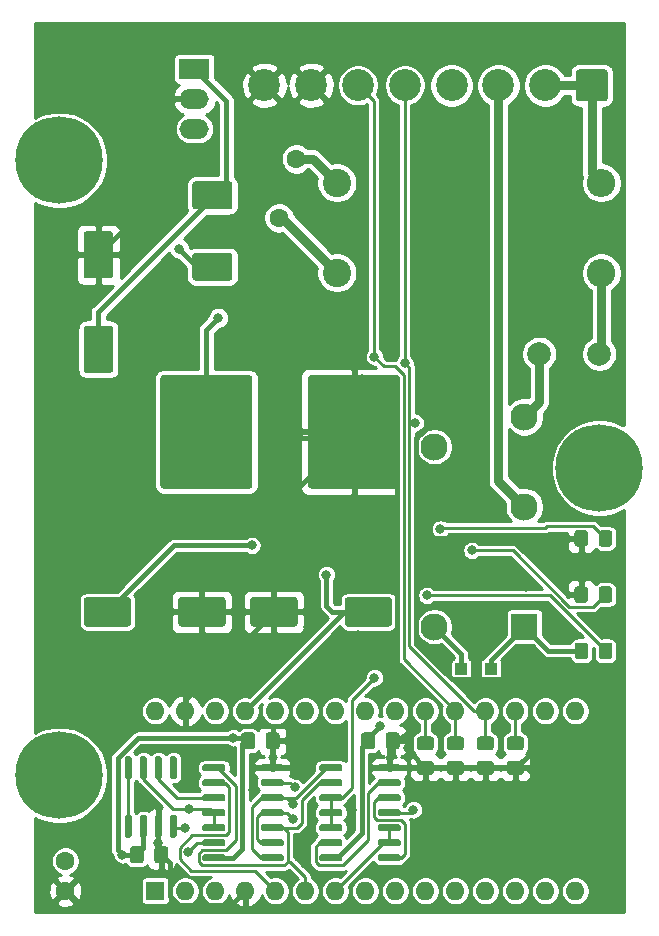
<source format=gbr>
%TF.GenerationSoftware,KiCad,Pcbnew,5.1.9-73d0e3b20d~88~ubuntu20.04.1*%
%TF.CreationDate,2021-01-20T22:49:51-06:00*%
%TF.ProjectId,control_board,636f6e74-726f-46c5-9f62-6f6172642e6b,rev?*%
%TF.SameCoordinates,Original*%
%TF.FileFunction,Copper,L1,Top*%
%TF.FilePolarity,Positive*%
%FSLAX46Y46*%
G04 Gerber Fmt 4.6, Leading zero omitted, Abs format (unit mm)*
G04 Created by KiCad (PCBNEW 5.1.9-73d0e3b20d~88~ubuntu20.04.1) date 2021-01-20 22:49:51*
%MOMM*%
%LPD*%
G01*
G04 APERTURE LIST*
%TA.AperFunction,ComponentPad*%
%ADD10C,7.400000*%
%TD*%
%TA.AperFunction,ComponentPad*%
%ADD11O,2.400000X2.400000*%
%TD*%
%TA.AperFunction,ComponentPad*%
%ADD12C,2.400000*%
%TD*%
%TA.AperFunction,ComponentPad*%
%ADD13R,1.600000X1.600000*%
%TD*%
%TA.AperFunction,ComponentPad*%
%ADD14O,1.600000X1.600000*%
%TD*%
%TA.AperFunction,SMDPad,CuDef*%
%ADD15R,1.000000X1.000000*%
%TD*%
%TA.AperFunction,ComponentPad*%
%ADD16C,2.000000*%
%TD*%
%TA.AperFunction,ComponentPad*%
%ADD17C,2.700000*%
%TD*%
%TA.AperFunction,ComponentPad*%
%ADD18R,2.300000X2.300000*%
%TD*%
%TA.AperFunction,ComponentPad*%
%ADD19C,2.300000*%
%TD*%
%TA.AperFunction,ComponentPad*%
%ADD20C,1.600000*%
%TD*%
%TA.AperFunction,ComponentPad*%
%ADD21R,2.500000X1.700000*%
%TD*%
%TA.AperFunction,ComponentPad*%
%ADD22O,2.500000X1.700000*%
%TD*%
%TA.AperFunction,ViaPad*%
%ADD23C,0.800000*%
%TD*%
%TA.AperFunction,Conductor*%
%ADD24C,0.250000*%
%TD*%
%TA.AperFunction,Conductor*%
%ADD25C,0.400000*%
%TD*%
%TA.AperFunction,Conductor*%
%ADD26C,0.750000*%
%TD*%
%TA.AperFunction,Conductor*%
%ADD27C,0.254000*%
%TD*%
%TA.AperFunction,Conductor*%
%ADD28C,0.100000*%
%TD*%
G04 APERTURE END LIST*
D10*
%TO.P,REF\u002A\u002A,1*%
%TO.N,N/C*%
X113030000Y-36195000D03*
%TD*%
%TO.P,REF\u002A\u002A,1*%
%TO.N,N/C*%
X113030000Y-88265000D03*
%TD*%
%TO.P,REF\u002A\u002A,1*%
%TO.N,N/C*%
X158750000Y-62230000D03*
%TD*%
D11*
%TO.P,F1,2*%
%TO.N,GNDPWR*%
X158925000Y-38100000D03*
D12*
%TO.P,F1,1*%
%TO.N,/hv_03*%
X136525000Y-38100000D03*
%TD*%
D13*
%TO.P,A1,1*%
%TO.N,Net-(A1-Pad1)*%
X121158000Y-98044000D03*
D14*
%TO.P,A1,17*%
%TO.N,Net-(A1-Pad17)*%
X154178000Y-82804000D03*
%TO.P,A1,2*%
%TO.N,Net-(A1-Pad2)*%
X123698000Y-98044000D03*
%TO.P,A1,18*%
%TO.N,Net-(A1-Pad18)*%
X151638000Y-82804000D03*
%TO.P,A1,3*%
%TO.N,Net-(A1-Pad3)*%
X126238000Y-98044000D03*
%TO.P,A1,19*%
%TO.N,/pot_a*%
X149098000Y-82804000D03*
%TO.P,A1,4*%
%TO.N,GND*%
X128778000Y-98044000D03*
%TO.P,A1,20*%
%TO.N,/sensor_a*%
X146558000Y-82804000D03*
%TO.P,A1,5*%
%TO.N,/wd_kick*%
X131318000Y-98044000D03*
%TO.P,A1,21*%
%TO.N,Net-(A1-Pad21)*%
X144018000Y-82804000D03*
%TO.P,A1,6*%
%TO.N,/sr_rst*%
X133858000Y-98044000D03*
%TO.P,A1,22*%
%TO.N,Net-(A1-Pad22)*%
X141478000Y-82804000D03*
%TO.P,A1,7*%
%TO.N,/p_rqst*%
X136398000Y-98044000D03*
%TO.P,A1,23*%
%TO.N,Net-(A1-Pad23)*%
X138938000Y-82804000D03*
%TO.P,A1,8*%
%TO.N,Net-(A1-Pad8)*%
X138938000Y-98044000D03*
%TO.P,A1,24*%
%TO.N,Net-(A1-Pad24)*%
X136398000Y-82804000D03*
%TO.P,A1,9*%
%TO.N,Net-(A1-Pad9)*%
X141478000Y-98044000D03*
%TO.P,A1,25*%
%TO.N,Net-(A1-Pad25)*%
X133858000Y-82804000D03*
%TO.P,A1,10*%
%TO.N,Net-(A1-Pad10)*%
X144018000Y-98044000D03*
%TO.P,A1,26*%
%TO.N,Net-(A1-Pad26)*%
X131318000Y-82804000D03*
%TO.P,A1,11*%
%TO.N,Net-(A1-Pad11)*%
X146558000Y-98044000D03*
%TO.P,A1,27*%
%TO.N,+5V*%
X128778000Y-82804000D03*
%TO.P,A1,12*%
%TO.N,Net-(A1-Pad12)*%
X149098000Y-98044000D03*
%TO.P,A1,28*%
%TO.N,Net-(A1-Pad28)*%
X126238000Y-82804000D03*
%TO.P,A1,13*%
%TO.N,Net-(A1-Pad13)*%
X151638000Y-98044000D03*
%TO.P,A1,29*%
%TO.N,GND*%
X123698000Y-82804000D03*
%TO.P,A1,14*%
%TO.N,Net-(A1-Pad14)*%
X154178000Y-98044000D03*
%TO.P,A1,30*%
%TO.N,Net-(A1-Pad30)*%
X121158000Y-82804000D03*
%TO.P,A1,15*%
%TO.N,Net-(A1-Pad15)*%
X156718000Y-98044000D03*
%TO.P,A1,16*%
%TO.N,Net-(A1-Pad16)*%
X156718000Y-82804000D03*
%TD*%
%TO.P,C3,1*%
%TO.N,+12V*%
%TA.AperFunction,SMDPad,CuDef*%
G36*
G01*
X115094000Y-75422000D02*
X115094000Y-73422000D01*
G75*
G02*
X115344000Y-73172000I250000J0D01*
G01*
X118844000Y-73172000D01*
G75*
G02*
X119094000Y-73422000I0J-250000D01*
G01*
X119094000Y-75422000D01*
G75*
G02*
X118844000Y-75672000I-250000J0D01*
G01*
X115344000Y-75672000D01*
G75*
G02*
X115094000Y-75422000I0J250000D01*
G01*
G37*
%TD.AperFunction*%
%TO.P,C3,2*%
%TO.N,GND*%
%TA.AperFunction,SMDPad,CuDef*%
G36*
G01*
X123094000Y-75422000D02*
X123094000Y-73422000D01*
G75*
G02*
X123344000Y-73172000I250000J0D01*
G01*
X126844000Y-73172000D01*
G75*
G02*
X127094000Y-73422000I0J-250000D01*
G01*
X127094000Y-75422000D01*
G75*
G02*
X126844000Y-75672000I-250000J0D01*
G01*
X123344000Y-75672000D01*
G75*
G02*
X123094000Y-75422000I0J250000D01*
G01*
G37*
%TD.AperFunction*%
%TD*%
%TO.P,C4,1*%
%TO.N,+5V*%
%TA.AperFunction,SMDPad,CuDef*%
G36*
G01*
X141192000Y-73422000D02*
X141192000Y-75422000D01*
G75*
G02*
X140942000Y-75672000I-250000J0D01*
G01*
X137442000Y-75672000D01*
G75*
G02*
X137192000Y-75422000I0J250000D01*
G01*
X137192000Y-73422000D01*
G75*
G02*
X137442000Y-73172000I250000J0D01*
G01*
X140942000Y-73172000D01*
G75*
G02*
X141192000Y-73422000I0J-250000D01*
G01*
G37*
%TD.AperFunction*%
%TO.P,C4,2*%
%TO.N,GND*%
%TA.AperFunction,SMDPad,CuDef*%
G36*
G01*
X133192000Y-73422000D02*
X133192000Y-75422000D01*
G75*
G02*
X132942000Y-75672000I-250000J0D01*
G01*
X129442000Y-75672000D01*
G75*
G02*
X129192000Y-75422000I0J250000D01*
G01*
X129192000Y-73422000D01*
G75*
G02*
X129442000Y-73172000I250000J0D01*
G01*
X132942000Y-73172000D01*
G75*
G02*
X133192000Y-73422000I0J-250000D01*
G01*
G37*
%TD.AperFunction*%
%TD*%
%TO.P,C1,1*%
%TO.N,/hv_04*%
%TA.AperFunction,SMDPad,CuDef*%
G36*
G01*
X121576000Y-63732003D02*
X121576000Y-54631997D01*
G75*
G02*
X121825997Y-54382000I249997J0D01*
G01*
X129126003Y-54382000D01*
G75*
G02*
X129376000Y-54631997I0J-249997D01*
G01*
X129376000Y-63732003D01*
G75*
G02*
X129126003Y-63982000I-249997J0D01*
G01*
X121825997Y-63982000D01*
G75*
G02*
X121576000Y-63732003I0J249997D01*
G01*
G37*
%TD.AperFunction*%
%TO.P,C1,2*%
%TO.N,GND*%
%TA.AperFunction,SMDPad,CuDef*%
G36*
G01*
X134076000Y-63732003D02*
X134076000Y-54631997D01*
G75*
G02*
X134325997Y-54382000I249997J0D01*
G01*
X141626003Y-54382000D01*
G75*
G02*
X141876000Y-54631997I0J-249997D01*
G01*
X141876000Y-63732003D01*
G75*
G02*
X141626003Y-63982000I-249997J0D01*
G01*
X134325997Y-63982000D01*
G75*
G02*
X134076000Y-63732003I0J249997D01*
G01*
G37*
%TD.AperFunction*%
%TD*%
%TO.P,C2,2*%
%TO.N,GND*%
%TA.AperFunction,SMDPad,CuDef*%
G36*
G01*
X117332000Y-46196000D02*
X115332000Y-46196000D01*
G75*
G02*
X115082000Y-45946000I0J250000D01*
G01*
X115082000Y-42446000D01*
G75*
G02*
X115332000Y-42196000I250000J0D01*
G01*
X117332000Y-42196000D01*
G75*
G02*
X117582000Y-42446000I0J-250000D01*
G01*
X117582000Y-45946000D01*
G75*
G02*
X117332000Y-46196000I-250000J0D01*
G01*
G37*
%TD.AperFunction*%
%TO.P,C2,1*%
%TO.N,/hv_06*%
%TA.AperFunction,SMDPad,CuDef*%
G36*
G01*
X117332000Y-54196000D02*
X115332000Y-54196000D01*
G75*
G02*
X115082000Y-53946000I0J250000D01*
G01*
X115082000Y-50446000D01*
G75*
G02*
X115332000Y-50196000I250000J0D01*
G01*
X117332000Y-50196000D01*
G75*
G02*
X117582000Y-50446000I0J-250000D01*
G01*
X117582000Y-53946000D01*
G75*
G02*
X117332000Y-54196000I-250000J0D01*
G01*
G37*
%TD.AperFunction*%
%TD*%
%TO.P,C5,2*%
%TO.N,GND*%
%TA.AperFunction,SMDPad,CuDef*%
G36*
G01*
X140658000Y-85819000D02*
X140658000Y-84869000D01*
G75*
G02*
X140908000Y-84619000I250000J0D01*
G01*
X141583000Y-84619000D01*
G75*
G02*
X141833000Y-84869000I0J-250000D01*
G01*
X141833000Y-85819000D01*
G75*
G02*
X141583000Y-86069000I-250000J0D01*
G01*
X140908000Y-86069000D01*
G75*
G02*
X140658000Y-85819000I0J250000D01*
G01*
G37*
%TD.AperFunction*%
%TO.P,C5,1*%
%TO.N,+5V*%
%TA.AperFunction,SMDPad,CuDef*%
G36*
G01*
X138583000Y-85819000D02*
X138583000Y-84869000D01*
G75*
G02*
X138833000Y-84619000I250000J0D01*
G01*
X139508000Y-84619000D01*
G75*
G02*
X139758000Y-84869000I0J-250000D01*
G01*
X139758000Y-85819000D01*
G75*
G02*
X139508000Y-86069000I-250000J0D01*
G01*
X138833000Y-86069000D01*
G75*
G02*
X138583000Y-85819000I0J250000D01*
G01*
G37*
%TD.AperFunction*%
%TD*%
%TO.P,C6,1*%
%TO.N,+5V*%
%TA.AperFunction,SMDPad,CuDef*%
G36*
G01*
X128423000Y-85819000D02*
X128423000Y-84869000D01*
G75*
G02*
X128673000Y-84619000I250000J0D01*
G01*
X129348000Y-84619000D01*
G75*
G02*
X129598000Y-84869000I0J-250000D01*
G01*
X129598000Y-85819000D01*
G75*
G02*
X129348000Y-86069000I-250000J0D01*
G01*
X128673000Y-86069000D01*
G75*
G02*
X128423000Y-85819000I0J250000D01*
G01*
G37*
%TD.AperFunction*%
%TO.P,C6,2*%
%TO.N,GND*%
%TA.AperFunction,SMDPad,CuDef*%
G36*
G01*
X130498000Y-85819000D02*
X130498000Y-84869000D01*
G75*
G02*
X130748000Y-84619000I250000J0D01*
G01*
X131423000Y-84619000D01*
G75*
G02*
X131673000Y-84869000I0J-250000D01*
G01*
X131673000Y-85819000D01*
G75*
G02*
X131423000Y-86069000I-250000J0D01*
G01*
X130748000Y-86069000D01*
G75*
G02*
X130498000Y-85819000I0J250000D01*
G01*
G37*
%TD.AperFunction*%
%TD*%
%TO.P,C7,1*%
%TO.N,Net-(A1-Pad18)*%
%TA.AperFunction,SMDPad,CuDef*%
G36*
G01*
X151163000Y-84967500D02*
X152113000Y-84967500D01*
G75*
G02*
X152363000Y-85217500I0J-250000D01*
G01*
X152363000Y-85892500D01*
G75*
G02*
X152113000Y-86142500I-250000J0D01*
G01*
X151163000Y-86142500D01*
G75*
G02*
X150913000Y-85892500I0J250000D01*
G01*
X150913000Y-85217500D01*
G75*
G02*
X151163000Y-84967500I250000J0D01*
G01*
G37*
%TD.AperFunction*%
%TO.P,C7,2*%
%TO.N,GND*%
%TA.AperFunction,SMDPad,CuDef*%
G36*
G01*
X151163000Y-87042500D02*
X152113000Y-87042500D01*
G75*
G02*
X152363000Y-87292500I0J-250000D01*
G01*
X152363000Y-87967500D01*
G75*
G02*
X152113000Y-88217500I-250000J0D01*
G01*
X151163000Y-88217500D01*
G75*
G02*
X150913000Y-87967500I0J250000D01*
G01*
X150913000Y-87292500D01*
G75*
G02*
X151163000Y-87042500I250000J0D01*
G01*
G37*
%TD.AperFunction*%
%TD*%
%TO.P,C8,1*%
%TO.N,/pot_a*%
%TA.AperFunction,SMDPad,CuDef*%
G36*
G01*
X148623000Y-84967500D02*
X149573000Y-84967500D01*
G75*
G02*
X149823000Y-85217500I0J-250000D01*
G01*
X149823000Y-85892500D01*
G75*
G02*
X149573000Y-86142500I-250000J0D01*
G01*
X148623000Y-86142500D01*
G75*
G02*
X148373000Y-85892500I0J250000D01*
G01*
X148373000Y-85217500D01*
G75*
G02*
X148623000Y-84967500I250000J0D01*
G01*
G37*
%TD.AperFunction*%
%TO.P,C8,2*%
%TO.N,GND*%
%TA.AperFunction,SMDPad,CuDef*%
G36*
G01*
X148623000Y-87042500D02*
X149573000Y-87042500D01*
G75*
G02*
X149823000Y-87292500I0J-250000D01*
G01*
X149823000Y-87967500D01*
G75*
G02*
X149573000Y-88217500I-250000J0D01*
G01*
X148623000Y-88217500D01*
G75*
G02*
X148373000Y-87967500I0J250000D01*
G01*
X148373000Y-87292500D01*
G75*
G02*
X148623000Y-87042500I250000J0D01*
G01*
G37*
%TD.AperFunction*%
%TD*%
%TO.P,C9,2*%
%TO.N,GND*%
%TA.AperFunction,SMDPad,CuDef*%
G36*
G01*
X146083000Y-87042500D02*
X147033000Y-87042500D01*
G75*
G02*
X147283000Y-87292500I0J-250000D01*
G01*
X147283000Y-87967500D01*
G75*
G02*
X147033000Y-88217500I-250000J0D01*
G01*
X146083000Y-88217500D01*
G75*
G02*
X145833000Y-87967500I0J250000D01*
G01*
X145833000Y-87292500D01*
G75*
G02*
X146083000Y-87042500I250000J0D01*
G01*
G37*
%TD.AperFunction*%
%TO.P,C9,1*%
%TO.N,/sensor_a*%
%TA.AperFunction,SMDPad,CuDef*%
G36*
G01*
X146083000Y-84967500D02*
X147033000Y-84967500D01*
G75*
G02*
X147283000Y-85217500I0J-250000D01*
G01*
X147283000Y-85892500D01*
G75*
G02*
X147033000Y-86142500I-250000J0D01*
G01*
X146083000Y-86142500D01*
G75*
G02*
X145833000Y-85892500I0J250000D01*
G01*
X145833000Y-85217500D01*
G75*
G02*
X146083000Y-84967500I250000J0D01*
G01*
G37*
%TD.AperFunction*%
%TD*%
%TO.P,C10,1*%
%TO.N,Net-(A1-Pad21)*%
%TA.AperFunction,SMDPad,CuDef*%
G36*
G01*
X143543000Y-84967500D02*
X144493000Y-84967500D01*
G75*
G02*
X144743000Y-85217500I0J-250000D01*
G01*
X144743000Y-85892500D01*
G75*
G02*
X144493000Y-86142500I-250000J0D01*
G01*
X143543000Y-86142500D01*
G75*
G02*
X143293000Y-85892500I0J250000D01*
G01*
X143293000Y-85217500D01*
G75*
G02*
X143543000Y-84967500I250000J0D01*
G01*
G37*
%TD.AperFunction*%
%TO.P,C10,2*%
%TO.N,GND*%
%TA.AperFunction,SMDPad,CuDef*%
G36*
G01*
X143543000Y-87042500D02*
X144493000Y-87042500D01*
G75*
G02*
X144743000Y-87292500I0J-250000D01*
G01*
X144743000Y-87967500D01*
G75*
G02*
X144493000Y-88217500I-250000J0D01*
G01*
X143543000Y-88217500D01*
G75*
G02*
X143293000Y-87967500I0J250000D01*
G01*
X143293000Y-87292500D01*
G75*
G02*
X143543000Y-87042500I250000J0D01*
G01*
G37*
%TD.AperFunction*%
%TD*%
%TO.P,C11,2*%
%TO.N,GND*%
%TA.AperFunction,SMDPad,CuDef*%
G36*
G01*
X121078500Y-95471000D02*
X121078500Y-94521000D01*
G75*
G02*
X121328500Y-94271000I250000J0D01*
G01*
X122003500Y-94271000D01*
G75*
G02*
X122253500Y-94521000I0J-250000D01*
G01*
X122253500Y-95471000D01*
G75*
G02*
X122003500Y-95721000I-250000J0D01*
G01*
X121328500Y-95721000D01*
G75*
G02*
X121078500Y-95471000I0J250000D01*
G01*
G37*
%TD.AperFunction*%
%TO.P,C11,1*%
%TO.N,+5V*%
%TA.AperFunction,SMDPad,CuDef*%
G36*
G01*
X119003500Y-95471000D02*
X119003500Y-94521000D01*
G75*
G02*
X119253500Y-94271000I250000J0D01*
G01*
X119928500Y-94271000D01*
G75*
G02*
X120178500Y-94521000I0J-250000D01*
G01*
X120178500Y-95471000D01*
G75*
G02*
X119928500Y-95721000I-250000J0D01*
G01*
X119253500Y-95721000D01*
G75*
G02*
X119003500Y-95471000I0J250000D01*
G01*
G37*
%TD.AperFunction*%
%TD*%
D15*
%TO.P,D3,1*%
%TO.N,+12V*%
X147066000Y-79248000D03*
%TO.P,D3,2*%
%TO.N,/hc_05*%
X149566000Y-79248000D03*
%TD*%
%TO.P,D4,2*%
%TO.N,Net-(D4-Pad2)*%
%TA.AperFunction,SMDPad,CuDef*%
G36*
G01*
X158701000Y-78174001D02*
X158701000Y-77273999D01*
G75*
G02*
X158950999Y-77024000I249999J0D01*
G01*
X159601001Y-77024000D01*
G75*
G02*
X159851000Y-77273999I0J-249999D01*
G01*
X159851000Y-78174001D01*
G75*
G02*
X159601001Y-78424000I-249999J0D01*
G01*
X158950999Y-78424000D01*
G75*
G02*
X158701000Y-78174001I0J249999D01*
G01*
G37*
%TD.AperFunction*%
%TO.P,D4,1*%
%TO.N,/hc_05*%
%TA.AperFunction,SMDPad,CuDef*%
G36*
G01*
X156651000Y-78174001D02*
X156651000Y-77273999D01*
G75*
G02*
X156900999Y-77024000I249999J0D01*
G01*
X157551001Y-77024000D01*
G75*
G02*
X157801000Y-77273999I0J-249999D01*
G01*
X157801000Y-78174001D01*
G75*
G02*
X157551001Y-78424000I-249999J0D01*
G01*
X156900999Y-78424000D01*
G75*
G02*
X156651000Y-78174001I0J249999D01*
G01*
G37*
%TD.AperFunction*%
%TD*%
%TO.P,D5,1*%
%TO.N,GND*%
%TA.AperFunction,SMDPad,CuDef*%
G36*
G01*
X156633000Y-73414001D02*
X156633000Y-72513999D01*
G75*
G02*
X156882999Y-72264000I249999J0D01*
G01*
X157533001Y-72264000D01*
G75*
G02*
X157783000Y-72513999I0J-249999D01*
G01*
X157783000Y-73414001D01*
G75*
G02*
X157533001Y-73664000I-249999J0D01*
G01*
X156882999Y-73664000D01*
G75*
G02*
X156633000Y-73414001I0J249999D01*
G01*
G37*
%TD.AperFunction*%
%TO.P,D5,2*%
%TO.N,Net-(D5-Pad2)*%
%TA.AperFunction,SMDPad,CuDef*%
G36*
G01*
X158683000Y-73414001D02*
X158683000Y-72513999D01*
G75*
G02*
X158932999Y-72264000I249999J0D01*
G01*
X159583001Y-72264000D01*
G75*
G02*
X159833000Y-72513999I0J-249999D01*
G01*
X159833000Y-73414001D01*
G75*
G02*
X159583001Y-73664000I-249999J0D01*
G01*
X158932999Y-73664000D01*
G75*
G02*
X158683000Y-73414001I0J249999D01*
G01*
G37*
%TD.AperFunction*%
%TD*%
%TO.P,D6,1*%
%TO.N,GND*%
%TA.AperFunction,SMDPad,CuDef*%
G36*
G01*
X156633000Y-68654001D02*
X156633000Y-67753999D01*
G75*
G02*
X156882999Y-67504000I249999J0D01*
G01*
X157533001Y-67504000D01*
G75*
G02*
X157783000Y-67753999I0J-249999D01*
G01*
X157783000Y-68654001D01*
G75*
G02*
X157533001Y-68904000I-249999J0D01*
G01*
X156882999Y-68904000D01*
G75*
G02*
X156633000Y-68654001I0J249999D01*
G01*
G37*
%TD.AperFunction*%
%TO.P,D6,2*%
%TO.N,Net-(D6-Pad2)*%
%TA.AperFunction,SMDPad,CuDef*%
G36*
G01*
X158683000Y-68654001D02*
X158683000Y-67753999D01*
G75*
G02*
X158932999Y-67504000I249999J0D01*
G01*
X159583001Y-67504000D01*
G75*
G02*
X159833000Y-67753999I0J-249999D01*
G01*
X159833000Y-68654001D01*
G75*
G02*
X159583001Y-68904000I-249999J0D01*
G01*
X158932999Y-68904000D01*
G75*
G02*
X158683000Y-68654001I0J249999D01*
G01*
G37*
%TD.AperFunction*%
%TD*%
D11*
%TO.P,F2,2*%
%TO.N,AC*%
X158925000Y-45720000D03*
D12*
%TO.P,F2,1*%
%TO.N,/hv_02*%
X136525000Y-45720000D03*
%TD*%
D16*
%TO.P,F6,1*%
%TO.N,AC*%
X158750000Y-52588000D03*
%TO.P,F6,2*%
%TO.N,/hv_07*%
X153670000Y-52578000D03*
%TD*%
%TO.P,J1,1*%
%TO.N,GNDPWR*%
%TA.AperFunction,ComponentPad*%
G36*
G01*
X159465000Y-28745001D02*
X159465000Y-30944999D01*
G75*
G02*
X159214999Y-31195000I-250001J0D01*
G01*
X157015001Y-31195000D01*
G75*
G02*
X156765000Y-30944999I0J250001D01*
G01*
X156765000Y-28745001D01*
G75*
G02*
X157015001Y-28495000I250001J0D01*
G01*
X159214999Y-28495000D01*
G75*
G02*
X159465000Y-28745001I0J-250001D01*
G01*
G37*
%TD.AperFunction*%
D17*
%TO.P,J1,2*%
X154155000Y-29845000D03*
%TO.P,J1,3*%
%TO.N,/contactor_b*%
X150195000Y-29845000D03*
%TO.P,J1,4*%
%TO.N,AC*%
X146235000Y-29845000D03*
%TO.P,J1,5*%
%TO.N,/pot_a*%
X142275000Y-29845000D03*
%TO.P,J1,6*%
%TO.N,/sensor_a*%
X138315000Y-29845000D03*
%TO.P,J1,7*%
%TO.N,GND*%
X134355000Y-29845000D03*
%TO.P,J1,8*%
X130395000Y-29845000D03*
%TD*%
D18*
%TO.P,K1,1*%
%TO.N,/hc_05*%
X152400000Y-75692000D03*
D19*
%TO.P,K1,2*%
%TO.N,/contactor_b*%
X152400000Y-65532000D03*
%TO.P,K1,3*%
%TO.N,/hv_07*%
X152400000Y-57912000D03*
%TO.P,K1,4*%
%TO.N,N/C*%
X144780000Y-60452000D03*
%TO.P,K1,5*%
%TO.N,+12V*%
X144780000Y-75692000D03*
%TD*%
%TO.P,L1,1*%
%TO.N,/hv_05*%
%TA.AperFunction,SMDPad,CuDef*%
G36*
G01*
X127449000Y-46387000D02*
X124519000Y-46387000D01*
G75*
G02*
X124284000Y-46152000I0J235000D01*
G01*
X124284000Y-44272000D01*
G75*
G02*
X124519000Y-44037000I235000J0D01*
G01*
X127449000Y-44037000D01*
G75*
G02*
X127684000Y-44272000I0J-235000D01*
G01*
X127684000Y-46152000D01*
G75*
G02*
X127449000Y-46387000I-235000J0D01*
G01*
G37*
%TD.AperFunction*%
%TO.P,L1,2*%
%TO.N,/hv_06*%
%TA.AperFunction,SMDPad,CuDef*%
G36*
G01*
X127449000Y-40337000D02*
X124519000Y-40337000D01*
G75*
G02*
X124284000Y-40102000I0J235000D01*
G01*
X124284000Y-38222000D01*
G75*
G02*
X124519000Y-37987000I235000J0D01*
G01*
X127449000Y-37987000D01*
G75*
G02*
X127684000Y-38222000I0J-235000D01*
G01*
X127684000Y-40102000D01*
G75*
G02*
X127449000Y-40337000I-235000J0D01*
G01*
G37*
%TD.AperFunction*%
%TD*%
D20*
%TO.P,RV1,2*%
%TO.N,/hv_03*%
X133096000Y-36068000D03*
%TO.P,RV1,1*%
%TO.N,/hv_02*%
X131629330Y-41068000D03*
%TD*%
%TO.P,TH1,1*%
%TO.N,Net-(A1-Pad21)*%
X113538000Y-95504000D03*
%TO.P,TH1,2*%
%TO.N,GND*%
X113538000Y-98044000D03*
%TD*%
D21*
%TO.P,U2,1*%
%TO.N,/hv_06*%
X124460000Y-28448000D03*
D22*
%TO.P,U2,2*%
%TO.N,GND*%
X124460000Y-30988000D03*
%TO.P,U2,3*%
%TO.N,/hc_01*%
X124460000Y-33528000D03*
%TD*%
%TO.P,U3,14*%
%TO.N,+5V*%
%TA.AperFunction,SMDPad,CuDef*%
G36*
G01*
X136995000Y-95100000D02*
X136995000Y-95400000D01*
G75*
G02*
X136845000Y-95550000I-150000J0D01*
G01*
X135195000Y-95550000D01*
G75*
G02*
X135045000Y-95400000I0J150000D01*
G01*
X135045000Y-95100000D01*
G75*
G02*
X135195000Y-94950000I150000J0D01*
G01*
X136845000Y-94950000D01*
G75*
G02*
X136995000Y-95100000I0J-150000D01*
G01*
G37*
%TD.AperFunction*%
%TO.P,U3,13*%
%TO.N,Net-(U3-Pad13)*%
%TA.AperFunction,SMDPad,CuDef*%
G36*
G01*
X136995000Y-93830000D02*
X136995000Y-94130000D01*
G75*
G02*
X136845000Y-94280000I-150000J0D01*
G01*
X135195000Y-94280000D01*
G75*
G02*
X135045000Y-94130000I0J150000D01*
G01*
X135045000Y-93830000D01*
G75*
G02*
X135195000Y-93680000I150000J0D01*
G01*
X136845000Y-93680000D01*
G75*
G02*
X136995000Y-93830000I0J-150000D01*
G01*
G37*
%TD.AperFunction*%
%TO.P,U3,12*%
%TO.N,Net-(RN3-Pad1)*%
%TA.AperFunction,SMDPad,CuDef*%
G36*
G01*
X136995000Y-92560000D02*
X136995000Y-92860000D01*
G75*
G02*
X136845000Y-93010000I-150000J0D01*
G01*
X135195000Y-93010000D01*
G75*
G02*
X135045000Y-92860000I0J150000D01*
G01*
X135045000Y-92560000D01*
G75*
G02*
X135195000Y-92410000I150000J0D01*
G01*
X136845000Y-92410000D01*
G75*
G02*
X136995000Y-92560000I0J-150000D01*
G01*
G37*
%TD.AperFunction*%
%TO.P,U3,11*%
%TA.AperFunction,SMDPad,CuDef*%
G36*
G01*
X136995000Y-91290000D02*
X136995000Y-91590000D01*
G75*
G02*
X136845000Y-91740000I-150000J0D01*
G01*
X135195000Y-91740000D01*
G75*
G02*
X135045000Y-91590000I0J150000D01*
G01*
X135045000Y-91290000D01*
G75*
G02*
X135195000Y-91140000I150000J0D01*
G01*
X136845000Y-91140000D01*
G75*
G02*
X136995000Y-91290000I0J-150000D01*
G01*
G37*
%TD.AperFunction*%
%TO.P,U3,10*%
%TA.AperFunction,SMDPad,CuDef*%
G36*
G01*
X136995000Y-90020000D02*
X136995000Y-90320000D01*
G75*
G02*
X136845000Y-90470000I-150000J0D01*
G01*
X135195000Y-90470000D01*
G75*
G02*
X135045000Y-90320000I0J150000D01*
G01*
X135045000Y-90020000D01*
G75*
G02*
X135195000Y-89870000I150000J0D01*
G01*
X136845000Y-89870000D01*
G75*
G02*
X136995000Y-90020000I0J-150000D01*
G01*
G37*
%TD.AperFunction*%
%TO.P,U3,9*%
%TO.N,/sr_rst*%
%TA.AperFunction,SMDPad,CuDef*%
G36*
G01*
X136995000Y-88750000D02*
X136995000Y-89050000D01*
G75*
G02*
X136845000Y-89200000I-150000J0D01*
G01*
X135195000Y-89200000D01*
G75*
G02*
X135045000Y-89050000I0J150000D01*
G01*
X135045000Y-88750000D01*
G75*
G02*
X135195000Y-88600000I150000J0D01*
G01*
X136845000Y-88600000D01*
G75*
G02*
X136995000Y-88750000I0J-150000D01*
G01*
G37*
%TD.AperFunction*%
%TO.P,U3,8*%
%TO.N,Net-(RN2-Pad5)*%
%TA.AperFunction,SMDPad,CuDef*%
G36*
G01*
X136995000Y-87480000D02*
X136995000Y-87780000D01*
G75*
G02*
X136845000Y-87930000I-150000J0D01*
G01*
X135195000Y-87930000D01*
G75*
G02*
X135045000Y-87780000I0J150000D01*
G01*
X135045000Y-87480000D01*
G75*
G02*
X135195000Y-87330000I150000J0D01*
G01*
X136845000Y-87330000D01*
G75*
G02*
X136995000Y-87480000I0J-150000D01*
G01*
G37*
%TD.AperFunction*%
%TO.P,U3,7*%
%TO.N,GND*%
%TA.AperFunction,SMDPad,CuDef*%
G36*
G01*
X141945000Y-87480000D02*
X141945000Y-87780000D01*
G75*
G02*
X141795000Y-87930000I-150000J0D01*
G01*
X140145000Y-87930000D01*
G75*
G02*
X139995000Y-87780000I0J150000D01*
G01*
X139995000Y-87480000D01*
G75*
G02*
X140145000Y-87330000I150000J0D01*
G01*
X141795000Y-87330000D01*
G75*
G02*
X141945000Y-87480000I0J-150000D01*
G01*
G37*
%TD.AperFunction*%
%TO.P,U3,6*%
%TO.N,Net-(U3-Pad13)*%
%TA.AperFunction,SMDPad,CuDef*%
G36*
G01*
X141945000Y-88750000D02*
X141945000Y-89050000D01*
G75*
G02*
X141795000Y-89200000I-150000J0D01*
G01*
X140145000Y-89200000D01*
G75*
G02*
X139995000Y-89050000I0J150000D01*
G01*
X139995000Y-88750000D01*
G75*
G02*
X140145000Y-88600000I150000J0D01*
G01*
X141795000Y-88600000D01*
G75*
G02*
X141945000Y-88750000I0J-150000D01*
G01*
G37*
%TD.AperFunction*%
%TO.P,U3,5*%
%TO.N,Net-(U3-Pad1)*%
%TA.AperFunction,SMDPad,CuDef*%
G36*
G01*
X141945000Y-90020000D02*
X141945000Y-90320000D01*
G75*
G02*
X141795000Y-90470000I-150000J0D01*
G01*
X140145000Y-90470000D01*
G75*
G02*
X139995000Y-90320000I0J150000D01*
G01*
X139995000Y-90020000D01*
G75*
G02*
X140145000Y-89870000I150000J0D01*
G01*
X141795000Y-89870000D01*
G75*
G02*
X141945000Y-90020000I0J-150000D01*
G01*
G37*
%TD.AperFunction*%
%TO.P,U3,4*%
%TO.N,/p_cmd*%
%TA.AperFunction,SMDPad,CuDef*%
G36*
G01*
X141945000Y-91290000D02*
X141945000Y-91590000D01*
G75*
G02*
X141795000Y-91740000I-150000J0D01*
G01*
X140145000Y-91740000D01*
G75*
G02*
X139995000Y-91590000I0J150000D01*
G01*
X139995000Y-91290000D01*
G75*
G02*
X140145000Y-91140000I150000J0D01*
G01*
X141795000Y-91140000D01*
G75*
G02*
X141945000Y-91290000I0J-150000D01*
G01*
G37*
%TD.AperFunction*%
%TO.P,U3,3*%
%TO.N,/p_rqst*%
%TA.AperFunction,SMDPad,CuDef*%
G36*
G01*
X141945000Y-92560000D02*
X141945000Y-92860000D01*
G75*
G02*
X141795000Y-93010000I-150000J0D01*
G01*
X140145000Y-93010000D01*
G75*
G02*
X139995000Y-92860000I0J150000D01*
G01*
X139995000Y-92560000D01*
G75*
G02*
X140145000Y-92410000I150000J0D01*
G01*
X141795000Y-92410000D01*
G75*
G02*
X141945000Y-92560000I0J-150000D01*
G01*
G37*
%TD.AperFunction*%
%TO.P,U3,2*%
%TA.AperFunction,SMDPad,CuDef*%
G36*
G01*
X141945000Y-93830000D02*
X141945000Y-94130000D01*
G75*
G02*
X141795000Y-94280000I-150000J0D01*
G01*
X140145000Y-94280000D01*
G75*
G02*
X139995000Y-94130000I0J150000D01*
G01*
X139995000Y-93830000D01*
G75*
G02*
X140145000Y-93680000I150000J0D01*
G01*
X141795000Y-93680000D01*
G75*
G02*
X141945000Y-93830000I0J-150000D01*
G01*
G37*
%TD.AperFunction*%
%TO.P,U3,1*%
%TO.N,Net-(U3-Pad1)*%
%TA.AperFunction,SMDPad,CuDef*%
G36*
G01*
X141945000Y-95100000D02*
X141945000Y-95400000D01*
G75*
G02*
X141795000Y-95550000I-150000J0D01*
G01*
X140145000Y-95550000D01*
G75*
G02*
X139995000Y-95400000I0J150000D01*
G01*
X139995000Y-95100000D01*
G75*
G02*
X140145000Y-94950000I150000J0D01*
G01*
X141795000Y-94950000D01*
G75*
G02*
X141945000Y-95100000I0J-150000D01*
G01*
G37*
%TD.AperFunction*%
%TD*%
%TO.P,U4,1*%
%TO.N,Net-(RN2-Pad5)*%
%TA.AperFunction,SMDPad,CuDef*%
G36*
G01*
X132039000Y-95100000D02*
X132039000Y-95400000D01*
G75*
G02*
X131889000Y-95550000I-150000J0D01*
G01*
X130239000Y-95550000D01*
G75*
G02*
X130089000Y-95400000I0J150000D01*
G01*
X130089000Y-95100000D01*
G75*
G02*
X130239000Y-94950000I150000J0D01*
G01*
X131889000Y-94950000D01*
G75*
G02*
X132039000Y-95100000I0J-150000D01*
G01*
G37*
%TD.AperFunction*%
%TO.P,U4,2*%
%TO.N,Net-(RN2-Pad6)*%
%TA.AperFunction,SMDPad,CuDef*%
G36*
G01*
X132039000Y-93830000D02*
X132039000Y-94130000D01*
G75*
G02*
X131889000Y-94280000I-150000J0D01*
G01*
X130239000Y-94280000D01*
G75*
G02*
X130089000Y-94130000I0J150000D01*
G01*
X130089000Y-93830000D01*
G75*
G02*
X130239000Y-93680000I150000J0D01*
G01*
X131889000Y-93680000D01*
G75*
G02*
X132039000Y-93830000I0J-150000D01*
G01*
G37*
%TD.AperFunction*%
%TO.P,U4,3*%
%TO.N,/sr_rst*%
%TA.AperFunction,SMDPad,CuDef*%
G36*
G01*
X132039000Y-92560000D02*
X132039000Y-92860000D01*
G75*
G02*
X131889000Y-93010000I-150000J0D01*
G01*
X130239000Y-93010000D01*
G75*
G02*
X130089000Y-92860000I0J150000D01*
G01*
X130089000Y-92560000D01*
G75*
G02*
X130239000Y-92410000I150000J0D01*
G01*
X131889000Y-92410000D01*
G75*
G02*
X132039000Y-92560000I0J-150000D01*
G01*
G37*
%TD.AperFunction*%
%TO.P,U4,4*%
%TO.N,Net-(RN2-Pad6)*%
%TA.AperFunction,SMDPad,CuDef*%
G36*
G01*
X132039000Y-91290000D02*
X132039000Y-91590000D01*
G75*
G02*
X131889000Y-91740000I-150000J0D01*
G01*
X130239000Y-91740000D01*
G75*
G02*
X130089000Y-91590000I0J150000D01*
G01*
X130089000Y-91290000D01*
G75*
G02*
X130239000Y-91140000I150000J0D01*
G01*
X131889000Y-91140000D01*
G75*
G02*
X132039000Y-91290000I0J-150000D01*
G01*
G37*
%TD.AperFunction*%
%TO.P,U4,5*%
%TO.N,Net-(RN2-Pad5)*%
%TA.AperFunction,SMDPad,CuDef*%
G36*
G01*
X132039000Y-90020000D02*
X132039000Y-90320000D01*
G75*
G02*
X131889000Y-90470000I-150000J0D01*
G01*
X130239000Y-90470000D01*
G75*
G02*
X130089000Y-90320000I0J150000D01*
G01*
X130089000Y-90020000D01*
G75*
G02*
X130239000Y-89870000I150000J0D01*
G01*
X131889000Y-89870000D01*
G75*
G02*
X132039000Y-90020000I0J-150000D01*
G01*
G37*
%TD.AperFunction*%
%TO.P,U4,6*%
%TO.N,Net-(RN2-Pad4)*%
%TA.AperFunction,SMDPad,CuDef*%
G36*
G01*
X132039000Y-88750000D02*
X132039000Y-89050000D01*
G75*
G02*
X131889000Y-89200000I-150000J0D01*
G01*
X130239000Y-89200000D01*
G75*
G02*
X130089000Y-89050000I0J150000D01*
G01*
X130089000Y-88750000D01*
G75*
G02*
X130239000Y-88600000I150000J0D01*
G01*
X131889000Y-88600000D01*
G75*
G02*
X132039000Y-88750000I0J-150000D01*
G01*
G37*
%TD.AperFunction*%
%TO.P,U4,7*%
%TO.N,GND*%
%TA.AperFunction,SMDPad,CuDef*%
G36*
G01*
X132039000Y-87480000D02*
X132039000Y-87780000D01*
G75*
G02*
X131889000Y-87930000I-150000J0D01*
G01*
X130239000Y-87930000D01*
G75*
G02*
X130089000Y-87780000I0J150000D01*
G01*
X130089000Y-87480000D01*
G75*
G02*
X130239000Y-87330000I150000J0D01*
G01*
X131889000Y-87330000D01*
G75*
G02*
X132039000Y-87480000I0J-150000D01*
G01*
G37*
%TD.AperFunction*%
%TO.P,U4,8*%
%TO.N,/sr_rst*%
%TA.AperFunction,SMDPad,CuDef*%
G36*
G01*
X127089000Y-87480000D02*
X127089000Y-87780000D01*
G75*
G02*
X126939000Y-87930000I-150000J0D01*
G01*
X125289000Y-87930000D01*
G75*
G02*
X125139000Y-87780000I0J150000D01*
G01*
X125139000Y-87480000D01*
G75*
G02*
X125289000Y-87330000I150000J0D01*
G01*
X126939000Y-87330000D01*
G75*
G02*
X127089000Y-87480000I0J-150000D01*
G01*
G37*
%TD.AperFunction*%
%TO.P,U4,9*%
%TO.N,/wd_kick*%
%TA.AperFunction,SMDPad,CuDef*%
G36*
G01*
X127089000Y-88750000D02*
X127089000Y-89050000D01*
G75*
G02*
X126939000Y-89200000I-150000J0D01*
G01*
X125289000Y-89200000D01*
G75*
G02*
X125139000Y-89050000I0J150000D01*
G01*
X125139000Y-88750000D01*
G75*
G02*
X125289000Y-88600000I150000J0D01*
G01*
X126939000Y-88600000D01*
G75*
G02*
X127089000Y-88750000I0J-150000D01*
G01*
G37*
%TD.AperFunction*%
%TO.P,U4,10*%
%TO.N,Net-(U4-Pad10)*%
%TA.AperFunction,SMDPad,CuDef*%
G36*
G01*
X127089000Y-90020000D02*
X127089000Y-90320000D01*
G75*
G02*
X126939000Y-90470000I-150000J0D01*
G01*
X125289000Y-90470000D01*
G75*
G02*
X125139000Y-90320000I0J150000D01*
G01*
X125139000Y-90020000D01*
G75*
G02*
X125289000Y-89870000I150000J0D01*
G01*
X126939000Y-89870000D01*
G75*
G02*
X127089000Y-90020000I0J-150000D01*
G01*
G37*
%TD.AperFunction*%
%TO.P,U4,11*%
%TO.N,Net-(RN2-Pad7)*%
%TA.AperFunction,SMDPad,CuDef*%
G36*
G01*
X127089000Y-91290000D02*
X127089000Y-91590000D01*
G75*
G02*
X126939000Y-91740000I-150000J0D01*
G01*
X125289000Y-91740000D01*
G75*
G02*
X125139000Y-91590000I0J150000D01*
G01*
X125139000Y-91290000D01*
G75*
G02*
X125289000Y-91140000I150000J0D01*
G01*
X126939000Y-91140000D01*
G75*
G02*
X127089000Y-91290000I0J-150000D01*
G01*
G37*
%TD.AperFunction*%
%TO.P,U4,12*%
%TA.AperFunction,SMDPad,CuDef*%
G36*
G01*
X127089000Y-92560000D02*
X127089000Y-92860000D01*
G75*
G02*
X126939000Y-93010000I-150000J0D01*
G01*
X125289000Y-93010000D01*
G75*
G02*
X125139000Y-92860000I0J150000D01*
G01*
X125139000Y-92560000D01*
G75*
G02*
X125289000Y-92410000I150000J0D01*
G01*
X126939000Y-92410000D01*
G75*
G02*
X127089000Y-92560000I0J-150000D01*
G01*
G37*
%TD.AperFunction*%
%TO.P,U4,13*%
%TO.N,Net-(RN2-Pad4)*%
%TA.AperFunction,SMDPad,CuDef*%
G36*
G01*
X127089000Y-93830000D02*
X127089000Y-94130000D01*
G75*
G02*
X126939000Y-94280000I-150000J0D01*
G01*
X125289000Y-94280000D01*
G75*
G02*
X125139000Y-94130000I0J150000D01*
G01*
X125139000Y-93830000D01*
G75*
G02*
X125289000Y-93680000I150000J0D01*
G01*
X126939000Y-93680000D01*
G75*
G02*
X127089000Y-93830000I0J-150000D01*
G01*
G37*
%TD.AperFunction*%
%TO.P,U4,14*%
%TO.N,+5V*%
%TA.AperFunction,SMDPad,CuDef*%
G36*
G01*
X127089000Y-95100000D02*
X127089000Y-95400000D01*
G75*
G02*
X126939000Y-95550000I-150000J0D01*
G01*
X125289000Y-95550000D01*
G75*
G02*
X125139000Y-95400000I0J150000D01*
G01*
X125139000Y-95100000D01*
G75*
G02*
X125289000Y-94950000I150000J0D01*
G01*
X126939000Y-94950000D01*
G75*
G02*
X127089000Y-95100000I0J-150000D01*
G01*
G37*
%TD.AperFunction*%
%TD*%
%TO.P,U5,1*%
%TO.N,Net-(U5-Pad1)*%
%TA.AperFunction,SMDPad,CuDef*%
G36*
G01*
X119022000Y-93555000D02*
X118722000Y-93555000D01*
G75*
G02*
X118572000Y-93405000I0J150000D01*
G01*
X118572000Y-91755000D01*
G75*
G02*
X118722000Y-91605000I150000J0D01*
G01*
X119022000Y-91605000D01*
G75*
G02*
X119172000Y-91755000I0J-150000D01*
G01*
X119172000Y-93405000D01*
G75*
G02*
X119022000Y-93555000I-150000J0D01*
G01*
G37*
%TD.AperFunction*%
%TO.P,U5,2*%
%TO.N,+5V*%
%TA.AperFunction,SMDPad,CuDef*%
G36*
G01*
X120292000Y-93555000D02*
X119992000Y-93555000D01*
G75*
G02*
X119842000Y-93405000I0J150000D01*
G01*
X119842000Y-91755000D01*
G75*
G02*
X119992000Y-91605000I150000J0D01*
G01*
X120292000Y-91605000D01*
G75*
G02*
X120442000Y-91755000I0J-150000D01*
G01*
X120442000Y-93405000D01*
G75*
G02*
X120292000Y-93555000I-150000J0D01*
G01*
G37*
%TD.AperFunction*%
%TO.P,U5,3*%
%TO.N,GND*%
%TA.AperFunction,SMDPad,CuDef*%
G36*
G01*
X121562000Y-93555000D02*
X121262000Y-93555000D01*
G75*
G02*
X121112000Y-93405000I0J150000D01*
G01*
X121112000Y-91755000D01*
G75*
G02*
X121262000Y-91605000I150000J0D01*
G01*
X121562000Y-91605000D01*
G75*
G02*
X121712000Y-91755000I0J-150000D01*
G01*
X121712000Y-93405000D01*
G75*
G02*
X121562000Y-93555000I-150000J0D01*
G01*
G37*
%TD.AperFunction*%
%TO.P,U5,4*%
%TO.N,Net-(RN2-Pad8)*%
%TA.AperFunction,SMDPad,CuDef*%
G36*
G01*
X122832000Y-93555000D02*
X122532000Y-93555000D01*
G75*
G02*
X122382000Y-93405000I0J150000D01*
G01*
X122382000Y-91755000D01*
G75*
G02*
X122532000Y-91605000I150000J0D01*
G01*
X122832000Y-91605000D01*
G75*
G02*
X122982000Y-91755000I0J-150000D01*
G01*
X122982000Y-93405000D01*
G75*
G02*
X122832000Y-93555000I-150000J0D01*
G01*
G37*
%TD.AperFunction*%
%TO.P,U5,5*%
%TO.N,Net-(U5-Pad5)*%
%TA.AperFunction,SMDPad,CuDef*%
G36*
G01*
X122832000Y-88605000D02*
X122532000Y-88605000D01*
G75*
G02*
X122382000Y-88455000I0J150000D01*
G01*
X122382000Y-86805000D01*
G75*
G02*
X122532000Y-86655000I150000J0D01*
G01*
X122832000Y-86655000D01*
G75*
G02*
X122982000Y-86805000I0J-150000D01*
G01*
X122982000Y-88455000D01*
G75*
G02*
X122832000Y-88605000I-150000J0D01*
G01*
G37*
%TD.AperFunction*%
%TO.P,U5,6*%
%TO.N,Net-(U4-Pad10)*%
%TA.AperFunction,SMDPad,CuDef*%
G36*
G01*
X121562000Y-88605000D02*
X121262000Y-88605000D01*
G75*
G02*
X121112000Y-88455000I0J150000D01*
G01*
X121112000Y-86805000D01*
G75*
G02*
X121262000Y-86655000I150000J0D01*
G01*
X121562000Y-86655000D01*
G75*
G02*
X121712000Y-86805000I0J-150000D01*
G01*
X121712000Y-88455000D01*
G75*
G02*
X121562000Y-88605000I-150000J0D01*
G01*
G37*
%TD.AperFunction*%
%TO.P,U5,7*%
%TO.N,Net-(RN2-Pad7)*%
%TA.AperFunction,SMDPad,CuDef*%
G36*
G01*
X120292000Y-88605000D02*
X119992000Y-88605000D01*
G75*
G02*
X119842000Y-88455000I0J150000D01*
G01*
X119842000Y-86805000D01*
G75*
G02*
X119992000Y-86655000I150000J0D01*
G01*
X120292000Y-86655000D01*
G75*
G02*
X120442000Y-86805000I0J-150000D01*
G01*
X120442000Y-88455000D01*
G75*
G02*
X120292000Y-88605000I-150000J0D01*
G01*
G37*
%TD.AperFunction*%
%TO.P,U5,8*%
%TO.N,Net-(U5-Pad1)*%
%TA.AperFunction,SMDPad,CuDef*%
G36*
G01*
X119022000Y-88605000D02*
X118722000Y-88605000D01*
G75*
G02*
X118572000Y-88455000I0J150000D01*
G01*
X118572000Y-86805000D01*
G75*
G02*
X118722000Y-86655000I150000J0D01*
G01*
X119022000Y-86655000D01*
G75*
G02*
X119172000Y-86805000I0J-150000D01*
G01*
X119172000Y-88455000D01*
G75*
G02*
X119022000Y-88605000I-150000J0D01*
G01*
G37*
%TD.AperFunction*%
%TD*%
D23*
%TO.N,/pot_a*%
X143149991Y-58420000D03*
X142275000Y-53375000D03*
%TO.N,GND*%
X138633200Y-54686200D03*
X140741400Y-59029600D03*
X153905000Y-88881000D03*
X130175000Y-26670000D03*
X138430000Y-26670000D03*
X145415000Y-26670000D03*
X152400000Y-26670000D03*
X158750000Y-26670000D03*
X160020000Y-34290000D03*
X154305000Y-33655000D03*
X154940000Y-37465000D03*
X159385000Y-41910000D03*
X148590000Y-32385000D03*
X147955000Y-42545000D03*
X152400000Y-43180000D03*
X156210000Y-50165000D03*
X152400000Y-50165000D03*
X156210000Y-55245000D03*
X159385000Y-56515000D03*
X153035000Y-60960000D03*
X140970000Y-32385000D03*
X140970000Y-34925000D03*
X140970000Y-43815000D03*
X141224000Y-51943000D03*
X132080000Y-59690000D03*
X138430000Y-33020000D03*
X138325001Y-40744999D03*
X137976000Y-49349000D03*
X133350000Y-38735000D03*
X121285000Y-26035000D03*
X127000000Y-26035000D03*
X127000000Y-28575000D03*
X121285000Y-29210000D03*
X121285000Y-34290000D03*
X125730000Y-35560000D03*
X128270000Y-33655000D03*
X122555000Y-38735000D03*
X118110000Y-39370000D03*
X115570000Y-29210000D03*
X122555000Y-45720000D03*
X118745000Y-48895000D03*
X115570000Y-47625000D03*
X113030000Y-46355000D03*
X113665000Y-41910000D03*
X119019320Y-42397680D03*
X123952000Y-50292000D03*
X130048000Y-49784000D03*
X133604000Y-45720000D03*
X135128000Y-42164000D03*
X127000000Y-52832000D03*
X113792000Y-53340000D03*
X118364000Y-55372000D03*
X134112000Y-65532000D03*
X130556000Y-65532000D03*
X128016000Y-65532000D03*
X125476000Y-67056000D03*
X123444000Y-65024000D03*
X120396000Y-61976000D03*
X120396000Y-57404000D03*
X116332000Y-58420000D03*
X112268000Y-58928000D03*
X112268000Y-68580000D03*
X116281200Y-65506600D03*
X117348000Y-71628000D03*
X119888000Y-68580000D03*
X112268000Y-78740000D03*
X117348000Y-84836000D03*
X118872000Y-79248000D03*
X128524000Y-80264000D03*
X134112000Y-75692000D03*
X128524000Y-71120000D03*
X121412000Y-74168000D03*
X122936000Y-70612000D03*
X130556000Y-68072000D03*
X146812000Y-74168000D03*
X145796000Y-69088000D03*
X134112000Y-52324000D03*
X137160000Y-65532000D03*
X140716000Y-68072000D03*
X143891000Y-66929000D03*
X149606000Y-65532000D03*
X143929100Y-62814200D03*
X143344900Y-45758100D03*
X143319500Y-52209700D03*
X155282900Y-65786000D03*
X153162000Y-68808600D03*
X155829000Y-70294500D03*
X149148800Y-71894700D03*
X148132800Y-76225400D03*
X154990800Y-75463400D03*
X150329900Y-75552300D03*
X152361900Y-77978000D03*
X148336000Y-77838300D03*
X148361400Y-80784700D03*
X150787100Y-80352900D03*
X145389600Y-78625700D03*
X155524200Y-81153000D03*
X132638800Y-80873600D03*
X136944100Y-80759300D03*
X142278100Y-80937100D03*
X143802100Y-77368400D03*
X131521200Y-77914500D03*
X157048200Y-95986600D03*
X137782300Y-99326700D03*
X118872000Y-98806000D03*
X122770900Y-96558100D03*
X117005100Y-95681800D03*
X116522500Y-92621100D03*
X112001300Y-93459300D03*
X153517600Y-84861400D03*
X152577800Y-93027500D03*
X144983200Y-89662000D03*
X148221700Y-93268800D03*
X143662400Y-93548200D03*
X152908000Y-96774000D03*
X145288000Y-96774000D03*
X140208000Y-96774000D03*
X135890000Y-85344000D03*
X119735600Y-89611200D03*
X129387600Y-89535000D03*
X121412000Y-93954600D03*
X142524410Y-85973990D03*
X127558800Y-86664800D03*
X123469400Y-86004400D03*
X120777000Y-86004400D03*
X132461000Y-85445600D03*
X140970000Y-78562200D03*
X136220200Y-77393800D03*
X138353800Y-76403200D03*
X140843000Y-76428600D03*
X137795000Y-91186000D03*
X133858000Y-95808800D03*
X137976000Y-58315200D03*
X147853400Y-48590200D03*
X146380200Y-56057800D03*
X147726400Y-61264800D03*
X144195800Y-32258000D03*
X145415000Y-38125400D03*
X132461000Y-96799400D03*
X129286000Y-37439600D03*
X129565400Y-42722800D03*
X125323600Y-43053000D03*
X137007600Y-72339200D03*
X134112000Y-71628000D03*
X136829800Y-70104000D03*
X158953200Y-84531200D03*
X158826200Y-93675200D03*
X152501600Y-72288400D03*
X159131000Y-71170800D03*
X159283400Y-75946000D03*
X158800800Y-80772000D03*
%TO.N,/sensor_a*%
X139700000Y-52832000D03*
%TO.N,+5V*%
X140208000Y-84074000D03*
X127762000Y-85090000D03*
X118364000Y-94996000D03*
X135636000Y-71272400D03*
%TO.N,+12V*%
X129328999Y-68791001D03*
%TO.N,Net-(D4-Pad2)*%
X144145000Y-73025000D03*
%TO.N,Net-(D5-Pad2)*%
X147955000Y-69215000D03*
%TO.N,Net-(D6-Pad2)*%
X145288000Y-67404000D03*
%TO.N,/p_cmd*%
X143002000Y-91186000D03*
%TO.N,Net-(RN2-Pad5)*%
X132842000Y-90678000D03*
%TO.N,Net-(RN2-Pad4)*%
X123952000Y-94742000D03*
X132967963Y-89279963D03*
%TO.N,/hv_04*%
X126492000Y-49530000D03*
%TO.N,/hv_05*%
X123190000Y-43688000D03*
%TO.N,Net-(RN2-Pad8)*%
X123698000Y-92710000D03*
%TO.N,Net-(RN2-Pad7)*%
X123998000Y-91140000D03*
%TO.N,Net-(RN2-Pad6)*%
X132842000Y-91948000D03*
%TO.N,Net-(RN3-Pad1)*%
X139700000Y-80010000D03*
%TD*%
D24*
%TO.N,Net-(A1-Pad18)*%
X151638000Y-82804000D02*
X151638000Y-85555000D01*
%TO.N,/pot_a*%
X142651021Y-58516979D02*
X142651021Y-77295500D01*
X148159521Y-82804000D02*
X149098000Y-82804000D01*
X142651021Y-77295500D02*
X148159521Y-82804000D01*
X149098000Y-82804000D02*
X149098000Y-85555000D01*
X143053012Y-58516979D02*
X143149991Y-58420000D01*
X142651021Y-58516979D02*
X143053012Y-58516979D01*
X142275000Y-53375000D02*
X142275000Y-29845000D01*
X142651021Y-53751021D02*
X142275000Y-53375000D01*
X142651021Y-58516979D02*
X142651021Y-53751021D01*
D25*
%TO.N,GND*%
X138325001Y-33815001D02*
X134355000Y-29845000D01*
X138325001Y-46584001D02*
X138325001Y-40744999D01*
X137976000Y-46933002D02*
X138325001Y-46584001D01*
X137976000Y-59182000D02*
X137976000Y-58315200D01*
X131192000Y-65966000D02*
X137976000Y-59182000D01*
X131192000Y-74422000D02*
X131192000Y-65966000D01*
X125094000Y-74422000D02*
X131192000Y-74422000D01*
X143229999Y-59716001D02*
X143950001Y-58995999D01*
X141592010Y-62798010D02*
X137976000Y-59182000D01*
X123698000Y-81916000D02*
X123698000Y-82804000D01*
X131192000Y-74422000D02*
X123698000Y-81916000D01*
X144018000Y-87630000D02*
X146558000Y-87630000D01*
X146558000Y-87630000D02*
X149098000Y-87630000D01*
X149098000Y-87630000D02*
X151638000Y-87630000D01*
X142678001Y-86290001D02*
X144018000Y-87630000D01*
X141592010Y-75298010D02*
X141592010Y-81142008D01*
X141592010Y-81142008D02*
X142678001Y-82227999D01*
X141592010Y-75691246D02*
X141592010Y-75298010D01*
X141592010Y-75298010D02*
X141592010Y-62798010D01*
X141732000Y-85344000D02*
X142678001Y-84397999D01*
X141245500Y-85344000D02*
X141732000Y-85344000D01*
X142678001Y-84397999D02*
X142678001Y-86290001D01*
X142678001Y-82227999D02*
X142678001Y-84397999D01*
X140970000Y-85619500D02*
X141245500Y-85344000D01*
X140970000Y-87630000D02*
X140970000Y-85619500D01*
X131085500Y-87608500D02*
X131064000Y-87630000D01*
X131085500Y-85344000D02*
X131085500Y-87608500D01*
X121412000Y-94742000D02*
X121666000Y-94996000D01*
X121412000Y-92580000D02*
X121412000Y-93954600D01*
X122358001Y-95688001D02*
X121666000Y-94996000D01*
X122358001Y-98480003D02*
X122358001Y-95688001D01*
X123121999Y-99244001D02*
X122358001Y-98480003D01*
X127577999Y-99244001D02*
X123121999Y-99244001D01*
X128778000Y-98044000D02*
X127577999Y-99244001D01*
X157208000Y-68204000D02*
X157208000Y-72964000D01*
X143335998Y-68204000D02*
X143229999Y-68098001D01*
X143229999Y-68098001D02*
X143229999Y-59716001D01*
X157208000Y-68204000D02*
X143335998Y-68204000D01*
X143229999Y-77132001D02*
X143229999Y-68098001D01*
X151638000Y-87630000D02*
X152838001Y-86429999D01*
X151128003Y-80148001D02*
X152838001Y-81857999D01*
X146245999Y-80148001D02*
X151128003Y-80148001D01*
X152838001Y-86429999D02*
X152838001Y-81857999D01*
X152654000Y-87630000D02*
X153905000Y-88881000D01*
X151638000Y-87630000D02*
X152654000Y-87630000D01*
X116332000Y-44196000D02*
X120396000Y-40132000D01*
X122810000Y-30988000D02*
X124460000Y-30988000D01*
X120396000Y-33402000D02*
X122810000Y-30988000D01*
X120396000Y-40132000D02*
X120396000Y-33402000D01*
X138325001Y-40744999D02*
X138325001Y-33815001D01*
X137976000Y-49349000D02*
X137976000Y-46933002D01*
X137468000Y-59690000D02*
X137976000Y-59182000D01*
X132080000Y-59690000D02*
X137468000Y-59690000D01*
X145209049Y-78806251D02*
X145389600Y-78625700D01*
X145209049Y-79111051D02*
X145209049Y-78806251D01*
X146245999Y-80148001D02*
X145209049Y-79111051D01*
X145209049Y-79111051D02*
X143229999Y-77132001D01*
X121412000Y-93954600D02*
X121412000Y-94742000D01*
X131085500Y-85344000D02*
X131085500Y-84247900D01*
X132461000Y-85445600D02*
X132461000Y-84150200D01*
X132461000Y-84150200D02*
X132384800Y-84074000D01*
X132384800Y-84074000D02*
X130251200Y-84074000D01*
X137976000Y-58315200D02*
X137976000Y-49349000D01*
D24*
%TO.N,/sensor_a*%
X146558000Y-82804000D02*
X146558000Y-85555000D01*
X142201010Y-54393820D02*
X142201010Y-78447010D01*
X141439595Y-53632405D02*
X142201010Y-54393820D01*
X140500405Y-53632405D02*
X141439595Y-53632405D01*
X142201010Y-78447010D02*
X146558000Y-82804000D01*
X139664999Y-31194999D02*
X139664999Y-52796999D01*
X138315000Y-29845000D02*
X139664999Y-31194999D01*
X139664999Y-52796999D02*
X139700000Y-52832000D01*
X139700000Y-52832000D02*
X140500405Y-53632405D01*
%TO.N,/p_rqst*%
X140462000Y-93980000D02*
X140970000Y-93980000D01*
X136398000Y-98044000D02*
X140462000Y-93980000D01*
X140970000Y-92710000D02*
X140970000Y-93980000D01*
%TO.N,Net-(A1-Pad21)*%
X144018000Y-82804000D02*
X144018000Y-85555000D01*
%TO.N,/sr_rst*%
X127135758Y-94605010D02*
X127998990Y-93741778D01*
X125112222Y-94605010D02*
X127135758Y-94605010D01*
X124813990Y-94903242D02*
X125112222Y-94605010D01*
X124813990Y-95596758D02*
X124813990Y-94903242D01*
X125092242Y-95875010D02*
X124813990Y-95596758D01*
X126490768Y-87630000D02*
X126114000Y-87630000D01*
X127998990Y-89138222D02*
X126490768Y-87630000D01*
X127998990Y-93741778D02*
X127998990Y-89138222D01*
X132039000Y-92710000D02*
X131064000Y-92710000D01*
X132364010Y-93035010D02*
X132039000Y-92710000D01*
X132364010Y-95596758D02*
X132364010Y-93035010D01*
X132085758Y-95875010D02*
X132364010Y-95596758D01*
X130749210Y-95875010D02*
X132085758Y-95875010D01*
X130749210Y-95875010D02*
X125092242Y-95875010D01*
X136020000Y-88900000D02*
X135009642Y-88900000D01*
X133153002Y-92710000D02*
X131064000Y-92710000D01*
X133567001Y-92296001D02*
X133153002Y-92710000D01*
X133567001Y-90342641D02*
X133567001Y-92296001D01*
X135009642Y-88900000D02*
X133567001Y-90342641D01*
X133858000Y-98044000D02*
X133858000Y-96901000D01*
X132553758Y-95596758D02*
X132364010Y-95596758D01*
X133858000Y-96901000D02*
X132553758Y-95596758D01*
%TO.N,/wd_kick*%
X123226998Y-95344002D02*
X123226998Y-94393998D01*
X129599020Y-96325020D02*
X124208016Y-96325020D01*
X131318000Y-98044000D02*
X129599020Y-96325020D01*
X127135758Y-93335010D02*
X127414010Y-93056758D01*
X124285986Y-93335010D02*
X127135758Y-93335010D01*
X123226998Y-94393998D02*
X124285986Y-93335010D01*
X127414010Y-93056758D02*
X127414010Y-89225010D01*
X124208016Y-96325020D02*
X123226998Y-95344002D01*
X127414010Y-89225010D02*
X127089000Y-88900000D01*
X127089000Y-88900000D02*
X126114000Y-88900000D01*
D25*
%TO.N,+5V*%
X136144000Y-74422000D02*
X135636000Y-73914000D01*
X139192000Y-74422000D02*
X136144000Y-74422000D01*
X137160000Y-74422000D02*
X128778000Y-82804000D01*
X139192000Y-74422000D02*
X137160000Y-74422000D01*
X136502834Y-95250000D02*
X136020000Y-95250000D01*
X138609417Y-85905083D02*
X139170500Y-85344000D01*
X138609417Y-93143417D02*
X138609417Y-85905083D01*
X138609417Y-93143417D02*
X136502834Y-95250000D01*
X139170500Y-85111500D02*
X140208000Y-84074000D01*
X139170500Y-85344000D02*
X139170500Y-85111500D01*
X128756500Y-85090000D02*
X129010500Y-85344000D01*
X127762000Y-85090000D02*
X128756500Y-85090000D01*
X128778000Y-85344000D02*
X129010500Y-85344000D01*
X128524000Y-85598000D02*
X128778000Y-85344000D01*
X128524000Y-94488000D02*
X128524000Y-85598000D01*
X127762000Y-95250000D02*
X128524000Y-94488000D01*
X126114000Y-95250000D02*
X127762000Y-95250000D01*
X120142000Y-94445000D02*
X119591000Y-94996000D01*
X120142000Y-92580000D02*
X120142000Y-94445000D01*
X118364000Y-94996000D02*
X119591000Y-94996000D01*
X119659166Y-85090000D02*
X127762000Y-85090000D01*
X117964001Y-94596001D02*
X117964001Y-86785165D01*
X117964001Y-86785165D02*
X119659166Y-85090000D01*
X118364000Y-94996000D02*
X117964001Y-94596001D01*
X135636000Y-73914000D02*
X135636000Y-71272400D01*
%TO.N,+12V*%
X122724999Y-68791001D02*
X129328999Y-68791001D01*
X117094000Y-74422000D02*
X122724999Y-68791001D01*
X147066000Y-77978000D02*
X147066000Y-79248000D01*
X144780000Y-75692000D02*
X147066000Y-77978000D01*
D24*
%TO.N,Net-(D4-Pad2)*%
X154577000Y-73025000D02*
X144145000Y-73025000D01*
X159276000Y-77724000D02*
X154577000Y-73025000D01*
%TO.N,Net-(D5-Pad2)*%
X151403410Y-69215000D02*
X147955000Y-69215000D01*
X156177420Y-73989010D02*
X151403410Y-69215000D01*
X158232990Y-73989010D02*
X156177420Y-73989010D01*
X159258000Y-72964000D02*
X158232990Y-73989010D01*
%TO.N,Net-(D6-Pad2)*%
X145382000Y-67310000D02*
X145288000Y-67404000D01*
X154178000Y-67310000D02*
X145382000Y-67310000D01*
X154309010Y-67178990D02*
X154178000Y-67310000D01*
X158232990Y-67178990D02*
X154309010Y-67178990D01*
X159258000Y-68204000D02*
X158232990Y-67178990D01*
D26*
%TO.N,AC*%
X158925000Y-52413000D02*
X158750000Y-52588000D01*
X158925000Y-45720000D02*
X158925000Y-52413000D01*
%TO.N,GNDPWR*%
X154155000Y-29845000D02*
X158115000Y-29845000D01*
X158115000Y-37290000D02*
X158925000Y-38100000D01*
X158115000Y-29845000D02*
X158115000Y-37290000D01*
%TO.N,/contactor_b*%
X150195000Y-63327000D02*
X152400000Y-65532000D01*
X150195000Y-29845000D02*
X150195000Y-63327000D01*
D24*
%TO.N,/p_cmd*%
X142748000Y-91440000D02*
X143002000Y-91186000D01*
X140970000Y-91440000D02*
X142748000Y-91440000D01*
%TO.N,Net-(RN2-Pad5)*%
X130089000Y-95250000D02*
X129313980Y-94474980D01*
X131064000Y-95250000D02*
X130089000Y-95250000D01*
X130089000Y-90170000D02*
X129313980Y-90945020D01*
X131064000Y-90170000D02*
X130089000Y-90170000D01*
X129313980Y-90945020D02*
X129313980Y-92991980D01*
X129313980Y-94474980D02*
X129313980Y-92991980D01*
X135643232Y-87630000D02*
X136020000Y-87630000D01*
X133103232Y-90170000D02*
X135643232Y-87630000D01*
X132842000Y-90170000D02*
X133103232Y-90170000D01*
X131064000Y-90170000D02*
X132842000Y-90170000D01*
X131064000Y-90170000D02*
X132334000Y-90170000D01*
X132334000Y-90170000D02*
X132842000Y-90678000D01*
%TO.N,Net-(RN2-Pad4)*%
X124714000Y-93980000D02*
X123952000Y-94742000D01*
X126114000Y-93980000D02*
X124714000Y-93980000D01*
X132588000Y-88900000D02*
X132967963Y-89279963D01*
X131064000Y-88900000D02*
X132588000Y-88900000D01*
%TO.N,Net-(U3-Pad1)*%
X139669990Y-91786758D02*
X139669990Y-90495010D01*
X139948242Y-92065010D02*
X139669990Y-91786758D01*
X141971778Y-92065010D02*
X139948242Y-92065010D01*
X139995000Y-90170000D02*
X140970000Y-90170000D01*
X139669990Y-90495010D02*
X139995000Y-90170000D01*
X142270010Y-92363242D02*
X141971778Y-92065010D01*
X142270010Y-94924990D02*
X142270010Y-92363242D01*
X141945000Y-95250000D02*
X142270010Y-94924990D01*
X140970000Y-95250000D02*
X141945000Y-95250000D01*
%TO.N,Net-(U5-Pad1)*%
X118872000Y-87630000D02*
X118872000Y-92580000D01*
D25*
%TO.N,/hv_04*%
X125476000Y-50546000D02*
X126492000Y-49530000D01*
X125476000Y-59182000D02*
X125476000Y-50546000D01*
%TO.N,/hv_06*%
X127159000Y-37987000D02*
X125984000Y-39162000D01*
X127159000Y-31147000D02*
X127159000Y-37987000D01*
X124460000Y-28448000D02*
X127159000Y-31147000D01*
X125984000Y-39413998D02*
X125984000Y-39162000D01*
X116332000Y-49065998D02*
X125984000Y-39413998D01*
X116332000Y-52196000D02*
X116332000Y-49065998D01*
D26*
%TO.N,/hv_03*%
X134493000Y-36068000D02*
X136525000Y-38100000D01*
X133096000Y-36068000D02*
X134493000Y-36068000D01*
%TO.N,/hv_02*%
X131873000Y-41068000D02*
X136525000Y-45720000D01*
X131629330Y-41068000D02*
X131873000Y-41068000D01*
D25*
%TO.N,/hv_05*%
X124714000Y-45212000D02*
X123190000Y-43688000D01*
X125984000Y-45212000D02*
X124714000Y-45212000D01*
D26*
%TO.N,/hv_07*%
X153670000Y-56642000D02*
X152400000Y-57912000D01*
X153670000Y-52578000D02*
X153670000Y-56642000D01*
D25*
%TO.N,/hc_05*%
X149566000Y-78526000D02*
X152400000Y-75692000D01*
X149566000Y-79248000D02*
X149566000Y-78526000D01*
X154432000Y-77724000D02*
X152400000Y-75692000D01*
X157226000Y-77724000D02*
X154432000Y-77724000D01*
D24*
%TO.N,Net-(U3-Pad13)*%
X135045000Y-93980000D02*
X136020000Y-93980000D01*
X134719990Y-94305010D02*
X135045000Y-93980000D01*
X134719990Y-95596758D02*
X134719990Y-94305010D01*
X134998242Y-95875010D02*
X134719990Y-95596758D01*
X137041758Y-95875010D02*
X134998242Y-95875010D01*
X139134427Y-93782341D02*
X137041758Y-95875010D01*
X139134427Y-89760573D02*
X139134427Y-93782341D01*
X139995000Y-88900000D02*
X139134427Y-89760573D01*
X140970000Y-88900000D02*
X139995000Y-88900000D01*
%TO.N,Net-(U4-Pad10)*%
X122977000Y-90170000D02*
X126114000Y-90170000D01*
X121412000Y-88605000D02*
X122977000Y-90170000D01*
X121412000Y-87630000D02*
X121412000Y-88605000D01*
%TO.N,Net-(RN2-Pad8)*%
X122812000Y-92710000D02*
X122682000Y-92580000D01*
X123698000Y-92710000D02*
X122812000Y-92710000D01*
%TO.N,Net-(RN2-Pad7)*%
X126114000Y-91440000D02*
X126114000Y-92710000D01*
X125814000Y-91140000D02*
X126114000Y-91440000D01*
X120142000Y-88605000D02*
X122677000Y-91140000D01*
X120142000Y-87630000D02*
X120142000Y-88605000D01*
X123998000Y-91140000D02*
X125814000Y-91140000D01*
X122677000Y-91140000D02*
X123998000Y-91140000D01*
%TO.N,Net-(RN2-Pad6)*%
X130089000Y-91440000D02*
X131064000Y-91440000D01*
X129763990Y-91765010D02*
X130089000Y-91440000D01*
X129763990Y-93654990D02*
X129763990Y-91765010D01*
X130089000Y-93980000D02*
X129763990Y-93654990D01*
X131064000Y-93980000D02*
X130089000Y-93980000D01*
X132334000Y-91440000D02*
X132842000Y-91948000D01*
X131064000Y-91440000D02*
X132334000Y-91440000D01*
%TO.N,Net-(RN3-Pad1)*%
X136020000Y-92710000D02*
X136020000Y-91440000D01*
X136020000Y-91440000D02*
X136020000Y-90170000D01*
X136995000Y-90170000D02*
X136020000Y-90170000D01*
X137812999Y-89352001D02*
X136995000Y-90170000D01*
X137812999Y-81897001D02*
X139700000Y-80010000D01*
X137812999Y-81897001D02*
X137812999Y-89352001D01*
%TD*%
D27*
%TO.N,GND*%
X160813000Y-58644952D02*
X160704868Y-58572700D01*
X159953802Y-58261598D01*
X159156474Y-58103000D01*
X158343526Y-58103000D01*
X157546198Y-58261598D01*
X156795132Y-58572700D01*
X156119191Y-59024350D01*
X155544350Y-59599191D01*
X155092700Y-60275132D01*
X154781598Y-61026198D01*
X154623000Y-61823526D01*
X154623000Y-62636474D01*
X154781598Y-63433802D01*
X155092700Y-64184868D01*
X155544350Y-64860809D01*
X156119191Y-65435650D01*
X156795132Y-65887300D01*
X157546198Y-66198402D01*
X158343526Y-66357000D01*
X159156474Y-66357000D01*
X159953802Y-66198402D01*
X160704868Y-65887300D01*
X160813001Y-65815048D01*
X160813001Y-99853000D01*
X110967000Y-99853000D01*
X110967000Y-99036702D01*
X112724903Y-99036702D01*
X112796486Y-99280671D01*
X113051996Y-99401571D01*
X113326184Y-99470300D01*
X113608512Y-99484217D01*
X113888130Y-99442787D01*
X114154292Y-99347603D01*
X114279514Y-99280671D01*
X114351097Y-99036702D01*
X113538000Y-98223605D01*
X112724903Y-99036702D01*
X110967000Y-99036702D01*
X110967000Y-98114512D01*
X112097783Y-98114512D01*
X112139213Y-98394130D01*
X112234397Y-98660292D01*
X112301329Y-98785514D01*
X112545298Y-98857097D01*
X113358395Y-98044000D01*
X113717605Y-98044000D01*
X114530702Y-98857097D01*
X114774671Y-98785514D01*
X114895571Y-98530004D01*
X114964300Y-98255816D01*
X114978217Y-97973488D01*
X114936787Y-97693870D01*
X114841603Y-97427708D01*
X114774671Y-97302486D01*
X114575340Y-97244000D01*
X119928934Y-97244000D01*
X119928934Y-98844000D01*
X119937178Y-98927707D01*
X119961595Y-99008196D01*
X120001245Y-99082376D01*
X120054605Y-99147395D01*
X120119624Y-99200755D01*
X120193804Y-99240405D01*
X120274293Y-99264822D01*
X120358000Y-99273066D01*
X121958000Y-99273066D01*
X122041707Y-99264822D01*
X122122196Y-99240405D01*
X122196376Y-99200755D01*
X122261395Y-99147395D01*
X122314755Y-99082376D01*
X122354405Y-99008196D01*
X122378822Y-98927707D01*
X122387066Y-98844000D01*
X122387066Y-97923151D01*
X122471000Y-97923151D01*
X122471000Y-98164849D01*
X122518153Y-98401903D01*
X122610647Y-98625202D01*
X122744927Y-98826167D01*
X122915833Y-98997073D01*
X123116798Y-99131353D01*
X123340097Y-99223847D01*
X123577151Y-99271000D01*
X123818849Y-99271000D01*
X124055903Y-99223847D01*
X124279202Y-99131353D01*
X124480167Y-98997073D01*
X124651073Y-98826167D01*
X124785353Y-98625202D01*
X124877847Y-98401903D01*
X124925000Y-98164849D01*
X124925000Y-97923151D01*
X124877847Y-97686097D01*
X124785353Y-97462798D01*
X124651073Y-97261833D01*
X124480167Y-97090927D01*
X124279202Y-96956647D01*
X124055903Y-96864153D01*
X123818849Y-96817000D01*
X123577151Y-96817000D01*
X123340097Y-96864153D01*
X123116798Y-96956647D01*
X122915833Y-97090927D01*
X122744927Y-97261833D01*
X122610647Y-97462798D01*
X122518153Y-97686097D01*
X122471000Y-97923151D01*
X122387066Y-97923151D01*
X122387066Y-97244000D01*
X122378822Y-97160293D01*
X122354405Y-97079804D01*
X122314755Y-97005624D01*
X122261395Y-96940605D01*
X122196376Y-96887245D01*
X122122196Y-96847595D01*
X122041707Y-96823178D01*
X121958000Y-96814934D01*
X120358000Y-96814934D01*
X120274293Y-96823178D01*
X120193804Y-96847595D01*
X120119624Y-96887245D01*
X120054605Y-96940605D01*
X120001245Y-97005624D01*
X119961595Y-97079804D01*
X119937178Y-97160293D01*
X119928934Y-97244000D01*
X114575340Y-97244000D01*
X114530702Y-97230903D01*
X113717605Y-98044000D01*
X113358395Y-98044000D01*
X112545298Y-97230903D01*
X112301329Y-97302486D01*
X112180429Y-97557996D01*
X112111700Y-97832184D01*
X112097783Y-98114512D01*
X110967000Y-98114512D01*
X110967000Y-95383151D01*
X112311000Y-95383151D01*
X112311000Y-95624849D01*
X112358153Y-95861903D01*
X112450647Y-96085202D01*
X112584927Y-96286167D01*
X112755833Y-96457073D01*
X112956798Y-96591353D01*
X113133644Y-96664605D01*
X112921708Y-96740397D01*
X112796486Y-96807329D01*
X112724903Y-97051298D01*
X113538000Y-97864395D01*
X114351097Y-97051298D01*
X114279514Y-96807329D01*
X114024004Y-96686429D01*
X113940314Y-96665451D01*
X114119202Y-96591353D01*
X114320167Y-96457073D01*
X114491073Y-96286167D01*
X114625353Y-96085202D01*
X114717847Y-95861903D01*
X114765000Y-95624849D01*
X114765000Y-95383151D01*
X114717847Y-95146097D01*
X114625353Y-94922798D01*
X114491073Y-94721833D01*
X114320167Y-94550927D01*
X114119202Y-94416647D01*
X113895903Y-94324153D01*
X113658849Y-94277000D01*
X113417151Y-94277000D01*
X113180097Y-94324153D01*
X112956798Y-94416647D01*
X112755833Y-94550927D01*
X112584927Y-94721833D01*
X112450647Y-94922798D01*
X112358153Y-95146097D01*
X112311000Y-95383151D01*
X110967000Y-95383151D01*
X110967000Y-91850048D01*
X111075132Y-91922300D01*
X111826198Y-92233402D01*
X112623526Y-92392000D01*
X113436474Y-92392000D01*
X114233802Y-92233402D01*
X114984868Y-91922300D01*
X115660809Y-91470650D01*
X116235650Y-90895809D01*
X116687300Y-90219868D01*
X116998402Y-89468802D01*
X117157000Y-88671474D01*
X117157000Y-87858526D01*
X116998402Y-87061198D01*
X116884066Y-86785165D01*
X117333968Y-86785165D01*
X117337002Y-86815969D01*
X117337001Y-94565207D01*
X117333968Y-94596001D01*
X117340763Y-94664987D01*
X117346074Y-94718913D01*
X117381926Y-94837103D01*
X117440148Y-94946028D01*
X117518500Y-95041502D01*
X117537000Y-95056684D01*
X117537000Y-95077452D01*
X117568782Y-95237227D01*
X117631123Y-95387731D01*
X117721628Y-95523181D01*
X117836819Y-95638372D01*
X117972269Y-95728877D01*
X118122773Y-95791218D01*
X118282548Y-95823000D01*
X118445452Y-95823000D01*
X118605227Y-95791218D01*
X118648747Y-95773191D01*
X118688877Y-95848269D01*
X118773328Y-95951172D01*
X118876231Y-96035623D01*
X118993633Y-96098375D01*
X119121021Y-96137018D01*
X119253500Y-96150066D01*
X119928500Y-96150066D01*
X120060979Y-96137018D01*
X120188367Y-96098375D01*
X120305769Y-96035623D01*
X120408672Y-95951172D01*
X120464218Y-95883490D01*
X120488998Y-95965180D01*
X120547963Y-96075494D01*
X120627315Y-96172185D01*
X120724006Y-96251537D01*
X120834320Y-96310502D01*
X120954018Y-96346812D01*
X121078500Y-96359072D01*
X121380250Y-96356000D01*
X121539000Y-96197250D01*
X121539000Y-95123000D01*
X121519000Y-95123000D01*
X121519000Y-94869000D01*
X121539000Y-94869000D01*
X121539000Y-94849000D01*
X121793000Y-94849000D01*
X121793000Y-94869000D01*
X121813000Y-94869000D01*
X121813000Y-95123000D01*
X121793000Y-95123000D01*
X121793000Y-96197250D01*
X121951750Y-96356000D01*
X122253500Y-96359072D01*
X122377982Y-96346812D01*
X122497680Y-96310502D01*
X122607994Y-96251537D01*
X122704685Y-96172185D01*
X122784037Y-96075494D01*
X122843002Y-95965180D01*
X122879312Y-95845482D01*
X122885456Y-95783104D01*
X123798520Y-96696169D01*
X123815805Y-96717231D01*
X123899858Y-96786211D01*
X123995753Y-96837468D01*
X124099805Y-96869032D01*
X124180907Y-96877020D01*
X124180910Y-96877020D01*
X124208016Y-96879690D01*
X124235122Y-96877020D01*
X125849033Y-96877020D01*
X125656798Y-96956647D01*
X125455833Y-97090927D01*
X125284927Y-97261833D01*
X125150647Y-97462798D01*
X125058153Y-97686097D01*
X125011000Y-97923151D01*
X125011000Y-98164849D01*
X125058153Y-98401903D01*
X125150647Y-98625202D01*
X125284927Y-98826167D01*
X125455833Y-98997073D01*
X125656798Y-99131353D01*
X125880097Y-99223847D01*
X126117151Y-99271000D01*
X126358849Y-99271000D01*
X126595903Y-99223847D01*
X126819202Y-99131353D01*
X127020167Y-98997073D01*
X127191073Y-98826167D01*
X127325353Y-98625202D01*
X127402517Y-98438912D01*
X127480930Y-98657881D01*
X127625615Y-98899131D01*
X127814586Y-99107519D01*
X128040580Y-99275037D01*
X128294913Y-99395246D01*
X128428961Y-99435904D01*
X128651000Y-99313915D01*
X128651000Y-98171000D01*
X128631000Y-98171000D01*
X128631000Y-97917000D01*
X128651000Y-97917000D01*
X128651000Y-97897000D01*
X128905000Y-97897000D01*
X128905000Y-97917000D01*
X128925000Y-97917000D01*
X128925000Y-98171000D01*
X128905000Y-98171000D01*
X128905000Y-99313915D01*
X129127039Y-99435904D01*
X129261087Y-99395246D01*
X129515420Y-99275037D01*
X129741414Y-99107519D01*
X129930385Y-98899131D01*
X130075070Y-98657881D01*
X130153483Y-98438912D01*
X130230647Y-98625202D01*
X130364927Y-98826167D01*
X130535833Y-98997073D01*
X130736798Y-99131353D01*
X130960097Y-99223847D01*
X131197151Y-99271000D01*
X131438849Y-99271000D01*
X131675903Y-99223847D01*
X131899202Y-99131353D01*
X132100167Y-98997073D01*
X132271073Y-98826167D01*
X132405353Y-98625202D01*
X132497847Y-98401903D01*
X132545000Y-98164849D01*
X132545000Y-97923151D01*
X132497847Y-97686097D01*
X132405353Y-97462798D01*
X132271073Y-97261833D01*
X132100167Y-97090927D01*
X131899202Y-96956647D01*
X131675903Y-96864153D01*
X131438849Y-96817000D01*
X131197151Y-96817000D01*
X130960097Y-96864153D01*
X130930894Y-96876249D01*
X130481655Y-96427010D01*
X132058652Y-96427010D01*
X132085758Y-96429680D01*
X132112864Y-96427010D01*
X132112867Y-96427010D01*
X132193969Y-96419022D01*
X132298021Y-96387458D01*
X132393916Y-96336201D01*
X132459079Y-96282723D01*
X133190598Y-97014244D01*
X133075833Y-97090927D01*
X132904927Y-97261833D01*
X132770647Y-97462798D01*
X132678153Y-97686097D01*
X132631000Y-97923151D01*
X132631000Y-98164849D01*
X132678153Y-98401903D01*
X132770647Y-98625202D01*
X132904927Y-98826167D01*
X133075833Y-98997073D01*
X133276798Y-99131353D01*
X133500097Y-99223847D01*
X133737151Y-99271000D01*
X133978849Y-99271000D01*
X134215903Y-99223847D01*
X134439202Y-99131353D01*
X134640167Y-98997073D01*
X134811073Y-98826167D01*
X134945353Y-98625202D01*
X135037847Y-98401903D01*
X135085000Y-98164849D01*
X135085000Y-97923151D01*
X135037847Y-97686097D01*
X134945353Y-97462798D01*
X134811073Y-97261833D01*
X134640167Y-97090927D01*
X134439202Y-96956647D01*
X134410000Y-96944551D01*
X134410000Y-96928108D01*
X134412670Y-96901000D01*
X134402012Y-96792789D01*
X134370448Y-96688737D01*
X134319191Y-96592842D01*
X134267492Y-96529846D01*
X134267491Y-96529845D01*
X134250211Y-96508789D01*
X134229154Y-96491508D01*
X132963258Y-95225614D01*
X132945969Y-95204547D01*
X132916010Y-95179960D01*
X132916010Y-93262000D01*
X133125896Y-93262000D01*
X133153002Y-93264670D01*
X133180108Y-93262000D01*
X133180111Y-93262000D01*
X133261213Y-93254012D01*
X133365265Y-93222448D01*
X133461160Y-93171191D01*
X133545213Y-93102211D01*
X133562502Y-93081144D01*
X133938149Y-92705497D01*
X133959212Y-92688212D01*
X134028192Y-92604159D01*
X134079449Y-92508264D01*
X134111013Y-92404212D01*
X134119001Y-92323110D01*
X134119001Y-92323108D01*
X134121671Y-92296002D01*
X134119001Y-92268896D01*
X134119001Y-90571285D01*
X134615934Y-90074353D01*
X134615934Y-90320000D01*
X134627061Y-90432970D01*
X134660013Y-90541599D01*
X134713524Y-90641712D01*
X134785539Y-90729461D01*
X134873288Y-90801476D01*
X134879881Y-90805000D01*
X134873288Y-90808524D01*
X134785539Y-90880539D01*
X134713524Y-90968288D01*
X134660013Y-91068401D01*
X134627061Y-91177030D01*
X134615934Y-91290000D01*
X134615934Y-91590000D01*
X134627061Y-91702970D01*
X134660013Y-91811599D01*
X134713524Y-91911712D01*
X134785539Y-91999461D01*
X134873288Y-92071476D01*
X134879881Y-92075000D01*
X134873288Y-92078524D01*
X134785539Y-92150539D01*
X134713524Y-92238288D01*
X134660013Y-92338401D01*
X134627061Y-92447030D01*
X134615934Y-92560000D01*
X134615934Y-92860000D01*
X134627061Y-92972970D01*
X134660013Y-93081599D01*
X134713524Y-93181712D01*
X134785539Y-93269461D01*
X134873288Y-93341476D01*
X134879881Y-93345000D01*
X134873288Y-93348524D01*
X134785539Y-93420539D01*
X134713524Y-93508288D01*
X134685285Y-93561121D01*
X134652789Y-93587789D01*
X134635503Y-93608852D01*
X134348841Y-93895514D01*
X134327780Y-93912799D01*
X134286461Y-93963147D01*
X134258799Y-93996853D01*
X134207542Y-94092748D01*
X134190023Y-94150501D01*
X134178042Y-94190000D01*
X134175979Y-94196800D01*
X134165320Y-94305010D01*
X134167991Y-94332126D01*
X134167990Y-95569652D01*
X134165320Y-95596758D01*
X134167990Y-95623864D01*
X134167990Y-95623866D01*
X134175978Y-95704968D01*
X134207542Y-95809020D01*
X134258799Y-95904916D01*
X134327779Y-95988969D01*
X134348846Y-96006258D01*
X134588745Y-96246158D01*
X134606031Y-96267221D01*
X134690084Y-96336201D01*
X134728974Y-96356988D01*
X134785979Y-96387458D01*
X134890031Y-96419022D01*
X134998242Y-96429680D01*
X135025350Y-96427010D01*
X137014652Y-96427010D01*
X137041758Y-96429680D01*
X137068864Y-96427010D01*
X137068867Y-96427010D01*
X137149969Y-96419022D01*
X137254021Y-96387458D01*
X137296722Y-96364634D01*
X136785106Y-96876249D01*
X136755903Y-96864153D01*
X136518849Y-96817000D01*
X136277151Y-96817000D01*
X136040097Y-96864153D01*
X135816798Y-96956647D01*
X135615833Y-97090927D01*
X135444927Y-97261833D01*
X135310647Y-97462798D01*
X135218153Y-97686097D01*
X135171000Y-97923151D01*
X135171000Y-98164849D01*
X135218153Y-98401903D01*
X135310647Y-98625202D01*
X135444927Y-98826167D01*
X135615833Y-98997073D01*
X135816798Y-99131353D01*
X136040097Y-99223847D01*
X136277151Y-99271000D01*
X136518849Y-99271000D01*
X136755903Y-99223847D01*
X136979202Y-99131353D01*
X137180167Y-98997073D01*
X137351073Y-98826167D01*
X137485353Y-98625202D01*
X137577847Y-98401903D01*
X137625000Y-98164849D01*
X137625000Y-97923151D01*
X137711000Y-97923151D01*
X137711000Y-98164849D01*
X137758153Y-98401903D01*
X137850647Y-98625202D01*
X137984927Y-98826167D01*
X138155833Y-98997073D01*
X138356798Y-99131353D01*
X138580097Y-99223847D01*
X138817151Y-99271000D01*
X139058849Y-99271000D01*
X139295903Y-99223847D01*
X139519202Y-99131353D01*
X139720167Y-98997073D01*
X139891073Y-98826167D01*
X140025353Y-98625202D01*
X140117847Y-98401903D01*
X140165000Y-98164849D01*
X140165000Y-97923151D01*
X140251000Y-97923151D01*
X140251000Y-98164849D01*
X140298153Y-98401903D01*
X140390647Y-98625202D01*
X140524927Y-98826167D01*
X140695833Y-98997073D01*
X140896798Y-99131353D01*
X141120097Y-99223847D01*
X141357151Y-99271000D01*
X141598849Y-99271000D01*
X141835903Y-99223847D01*
X142059202Y-99131353D01*
X142260167Y-98997073D01*
X142431073Y-98826167D01*
X142565353Y-98625202D01*
X142657847Y-98401903D01*
X142705000Y-98164849D01*
X142705000Y-97923151D01*
X142791000Y-97923151D01*
X142791000Y-98164849D01*
X142838153Y-98401903D01*
X142930647Y-98625202D01*
X143064927Y-98826167D01*
X143235833Y-98997073D01*
X143436798Y-99131353D01*
X143660097Y-99223847D01*
X143897151Y-99271000D01*
X144138849Y-99271000D01*
X144375903Y-99223847D01*
X144599202Y-99131353D01*
X144800167Y-98997073D01*
X144971073Y-98826167D01*
X145105353Y-98625202D01*
X145197847Y-98401903D01*
X145245000Y-98164849D01*
X145245000Y-97923151D01*
X145331000Y-97923151D01*
X145331000Y-98164849D01*
X145378153Y-98401903D01*
X145470647Y-98625202D01*
X145604927Y-98826167D01*
X145775833Y-98997073D01*
X145976798Y-99131353D01*
X146200097Y-99223847D01*
X146437151Y-99271000D01*
X146678849Y-99271000D01*
X146915903Y-99223847D01*
X147139202Y-99131353D01*
X147340167Y-98997073D01*
X147511073Y-98826167D01*
X147645353Y-98625202D01*
X147737847Y-98401903D01*
X147785000Y-98164849D01*
X147785000Y-97923151D01*
X147871000Y-97923151D01*
X147871000Y-98164849D01*
X147918153Y-98401903D01*
X148010647Y-98625202D01*
X148144927Y-98826167D01*
X148315833Y-98997073D01*
X148516798Y-99131353D01*
X148740097Y-99223847D01*
X148977151Y-99271000D01*
X149218849Y-99271000D01*
X149455903Y-99223847D01*
X149679202Y-99131353D01*
X149880167Y-98997073D01*
X150051073Y-98826167D01*
X150185353Y-98625202D01*
X150277847Y-98401903D01*
X150325000Y-98164849D01*
X150325000Y-97923151D01*
X150411000Y-97923151D01*
X150411000Y-98164849D01*
X150458153Y-98401903D01*
X150550647Y-98625202D01*
X150684927Y-98826167D01*
X150855833Y-98997073D01*
X151056798Y-99131353D01*
X151280097Y-99223847D01*
X151517151Y-99271000D01*
X151758849Y-99271000D01*
X151995903Y-99223847D01*
X152219202Y-99131353D01*
X152420167Y-98997073D01*
X152591073Y-98826167D01*
X152725353Y-98625202D01*
X152817847Y-98401903D01*
X152865000Y-98164849D01*
X152865000Y-97923151D01*
X152951000Y-97923151D01*
X152951000Y-98164849D01*
X152998153Y-98401903D01*
X153090647Y-98625202D01*
X153224927Y-98826167D01*
X153395833Y-98997073D01*
X153596798Y-99131353D01*
X153820097Y-99223847D01*
X154057151Y-99271000D01*
X154298849Y-99271000D01*
X154535903Y-99223847D01*
X154759202Y-99131353D01*
X154960167Y-98997073D01*
X155131073Y-98826167D01*
X155265353Y-98625202D01*
X155357847Y-98401903D01*
X155405000Y-98164849D01*
X155405000Y-97923151D01*
X155491000Y-97923151D01*
X155491000Y-98164849D01*
X155538153Y-98401903D01*
X155630647Y-98625202D01*
X155764927Y-98826167D01*
X155935833Y-98997073D01*
X156136798Y-99131353D01*
X156360097Y-99223847D01*
X156597151Y-99271000D01*
X156838849Y-99271000D01*
X157075903Y-99223847D01*
X157299202Y-99131353D01*
X157500167Y-98997073D01*
X157671073Y-98826167D01*
X157805353Y-98625202D01*
X157897847Y-98401903D01*
X157945000Y-98164849D01*
X157945000Y-97923151D01*
X157897847Y-97686097D01*
X157805353Y-97462798D01*
X157671073Y-97261833D01*
X157500167Y-97090927D01*
X157299202Y-96956647D01*
X157075903Y-96864153D01*
X156838849Y-96817000D01*
X156597151Y-96817000D01*
X156360097Y-96864153D01*
X156136798Y-96956647D01*
X155935833Y-97090927D01*
X155764927Y-97261833D01*
X155630647Y-97462798D01*
X155538153Y-97686097D01*
X155491000Y-97923151D01*
X155405000Y-97923151D01*
X155357847Y-97686097D01*
X155265353Y-97462798D01*
X155131073Y-97261833D01*
X154960167Y-97090927D01*
X154759202Y-96956647D01*
X154535903Y-96864153D01*
X154298849Y-96817000D01*
X154057151Y-96817000D01*
X153820097Y-96864153D01*
X153596798Y-96956647D01*
X153395833Y-97090927D01*
X153224927Y-97261833D01*
X153090647Y-97462798D01*
X152998153Y-97686097D01*
X152951000Y-97923151D01*
X152865000Y-97923151D01*
X152817847Y-97686097D01*
X152725353Y-97462798D01*
X152591073Y-97261833D01*
X152420167Y-97090927D01*
X152219202Y-96956647D01*
X151995903Y-96864153D01*
X151758849Y-96817000D01*
X151517151Y-96817000D01*
X151280097Y-96864153D01*
X151056798Y-96956647D01*
X150855833Y-97090927D01*
X150684927Y-97261833D01*
X150550647Y-97462798D01*
X150458153Y-97686097D01*
X150411000Y-97923151D01*
X150325000Y-97923151D01*
X150277847Y-97686097D01*
X150185353Y-97462798D01*
X150051073Y-97261833D01*
X149880167Y-97090927D01*
X149679202Y-96956647D01*
X149455903Y-96864153D01*
X149218849Y-96817000D01*
X148977151Y-96817000D01*
X148740097Y-96864153D01*
X148516798Y-96956647D01*
X148315833Y-97090927D01*
X148144927Y-97261833D01*
X148010647Y-97462798D01*
X147918153Y-97686097D01*
X147871000Y-97923151D01*
X147785000Y-97923151D01*
X147737847Y-97686097D01*
X147645353Y-97462798D01*
X147511073Y-97261833D01*
X147340167Y-97090927D01*
X147139202Y-96956647D01*
X146915903Y-96864153D01*
X146678849Y-96817000D01*
X146437151Y-96817000D01*
X146200097Y-96864153D01*
X145976798Y-96956647D01*
X145775833Y-97090927D01*
X145604927Y-97261833D01*
X145470647Y-97462798D01*
X145378153Y-97686097D01*
X145331000Y-97923151D01*
X145245000Y-97923151D01*
X145197847Y-97686097D01*
X145105353Y-97462798D01*
X144971073Y-97261833D01*
X144800167Y-97090927D01*
X144599202Y-96956647D01*
X144375903Y-96864153D01*
X144138849Y-96817000D01*
X143897151Y-96817000D01*
X143660097Y-96864153D01*
X143436798Y-96956647D01*
X143235833Y-97090927D01*
X143064927Y-97261833D01*
X142930647Y-97462798D01*
X142838153Y-97686097D01*
X142791000Y-97923151D01*
X142705000Y-97923151D01*
X142657847Y-97686097D01*
X142565353Y-97462798D01*
X142431073Y-97261833D01*
X142260167Y-97090927D01*
X142059202Y-96956647D01*
X141835903Y-96864153D01*
X141598849Y-96817000D01*
X141357151Y-96817000D01*
X141120097Y-96864153D01*
X140896798Y-96956647D01*
X140695833Y-97090927D01*
X140524927Y-97261833D01*
X140390647Y-97462798D01*
X140298153Y-97686097D01*
X140251000Y-97923151D01*
X140165000Y-97923151D01*
X140117847Y-97686097D01*
X140025353Y-97462798D01*
X139891073Y-97261833D01*
X139720167Y-97090927D01*
X139519202Y-96956647D01*
X139295903Y-96864153D01*
X139058849Y-96817000D01*
X138817151Y-96817000D01*
X138580097Y-96864153D01*
X138356798Y-96956647D01*
X138155833Y-97090927D01*
X137984927Y-97261833D01*
X137850647Y-97462798D01*
X137758153Y-97686097D01*
X137711000Y-97923151D01*
X137625000Y-97923151D01*
X137577847Y-97686097D01*
X137565751Y-97656894D01*
X139607926Y-95614719D01*
X139610013Y-95621599D01*
X139663524Y-95721712D01*
X139735539Y-95809461D01*
X139823288Y-95881476D01*
X139923401Y-95934987D01*
X140032030Y-95967939D01*
X140145000Y-95979066D01*
X141795000Y-95979066D01*
X141907970Y-95967939D01*
X142016599Y-95934987D01*
X142116712Y-95881476D01*
X142204461Y-95809461D01*
X142276476Y-95721712D01*
X142304715Y-95668879D01*
X142337211Y-95642211D01*
X142354500Y-95621144D01*
X142641158Y-95334487D01*
X142662221Y-95317201D01*
X142731201Y-95233148D01*
X142782458Y-95137253D01*
X142814022Y-95033201D01*
X142822010Y-94952099D01*
X142822010Y-94952098D01*
X142824680Y-94924990D01*
X142822010Y-94897882D01*
X142822010Y-92390350D01*
X142824680Y-92363242D01*
X142820251Y-92318269D01*
X142814022Y-92255031D01*
X142782458Y-92150979D01*
X142731201Y-92055084D01*
X142679430Y-91992000D01*
X142720894Y-91992000D01*
X142748000Y-91994670D01*
X142775106Y-91992000D01*
X142775109Y-91992000D01*
X142801774Y-91989374D01*
X142920548Y-92013000D01*
X143083452Y-92013000D01*
X143243227Y-91981218D01*
X143393731Y-91918877D01*
X143529181Y-91828372D01*
X143644372Y-91713181D01*
X143734877Y-91577731D01*
X143797218Y-91427227D01*
X143829000Y-91267452D01*
X143829000Y-91104548D01*
X143797218Y-90944773D01*
X143734877Y-90794269D01*
X143644372Y-90658819D01*
X143529181Y-90543628D01*
X143393731Y-90453123D01*
X143243227Y-90390782D01*
X143083452Y-90359000D01*
X142920548Y-90359000D01*
X142760773Y-90390782D01*
X142610269Y-90453123D01*
X142474819Y-90543628D01*
X142359628Y-90658819D01*
X142269123Y-90794269D01*
X142230298Y-90888000D01*
X142210584Y-90888000D01*
X142204461Y-90880539D01*
X142116712Y-90808524D01*
X142110119Y-90805000D01*
X142116712Y-90801476D01*
X142204461Y-90729461D01*
X142276476Y-90641712D01*
X142329987Y-90541599D01*
X142362939Y-90432970D01*
X142374066Y-90320000D01*
X142374066Y-90020000D01*
X142362939Y-89907030D01*
X142329987Y-89798401D01*
X142276476Y-89698288D01*
X142204461Y-89610539D01*
X142116712Y-89538524D01*
X142110119Y-89535000D01*
X142116712Y-89531476D01*
X142204461Y-89459461D01*
X142276476Y-89371712D01*
X142329987Y-89271599D01*
X142362939Y-89162970D01*
X142374066Y-89050000D01*
X142374066Y-88750000D01*
X142362939Y-88637030D01*
X142329987Y-88528401D01*
X142294998Y-88462940D01*
X142299494Y-88460537D01*
X142396185Y-88381185D01*
X142475537Y-88284494D01*
X142511346Y-88217500D01*
X142654928Y-88217500D01*
X142667188Y-88341982D01*
X142703498Y-88461680D01*
X142762463Y-88571994D01*
X142841815Y-88668685D01*
X142938506Y-88748037D01*
X143048820Y-88807002D01*
X143168518Y-88843312D01*
X143293000Y-88855572D01*
X143732250Y-88852500D01*
X143891000Y-88693750D01*
X143891000Y-87757000D01*
X144145000Y-87757000D01*
X144145000Y-88693750D01*
X144303750Y-88852500D01*
X144743000Y-88855572D01*
X144867482Y-88843312D01*
X144987180Y-88807002D01*
X145097494Y-88748037D01*
X145194185Y-88668685D01*
X145273537Y-88571994D01*
X145288000Y-88544936D01*
X145302463Y-88571994D01*
X145381815Y-88668685D01*
X145478506Y-88748037D01*
X145588820Y-88807002D01*
X145708518Y-88843312D01*
X145833000Y-88855572D01*
X146272250Y-88852500D01*
X146431000Y-88693750D01*
X146431000Y-87757000D01*
X146685000Y-87757000D01*
X146685000Y-88693750D01*
X146843750Y-88852500D01*
X147283000Y-88855572D01*
X147407482Y-88843312D01*
X147527180Y-88807002D01*
X147637494Y-88748037D01*
X147734185Y-88668685D01*
X147813537Y-88571994D01*
X147828000Y-88544936D01*
X147842463Y-88571994D01*
X147921815Y-88668685D01*
X148018506Y-88748037D01*
X148128820Y-88807002D01*
X148248518Y-88843312D01*
X148373000Y-88855572D01*
X148812250Y-88852500D01*
X148971000Y-88693750D01*
X148971000Y-87757000D01*
X149225000Y-87757000D01*
X149225000Y-88693750D01*
X149383750Y-88852500D01*
X149823000Y-88855572D01*
X149947482Y-88843312D01*
X150067180Y-88807002D01*
X150177494Y-88748037D01*
X150274185Y-88668685D01*
X150353537Y-88571994D01*
X150368000Y-88544936D01*
X150382463Y-88571994D01*
X150461815Y-88668685D01*
X150558506Y-88748037D01*
X150668820Y-88807002D01*
X150788518Y-88843312D01*
X150913000Y-88855572D01*
X151352250Y-88852500D01*
X151511000Y-88693750D01*
X151511000Y-87757000D01*
X151765000Y-87757000D01*
X151765000Y-88693750D01*
X151923750Y-88852500D01*
X152363000Y-88855572D01*
X152487482Y-88843312D01*
X152607180Y-88807002D01*
X152717494Y-88748037D01*
X152814185Y-88668685D01*
X152893537Y-88571994D01*
X152952502Y-88461680D01*
X152988812Y-88341982D01*
X153001072Y-88217500D01*
X152998000Y-87915750D01*
X152839250Y-87757000D01*
X151765000Y-87757000D01*
X151511000Y-87757000D01*
X150436750Y-87757000D01*
X150368000Y-87825750D01*
X150299250Y-87757000D01*
X149225000Y-87757000D01*
X148971000Y-87757000D01*
X147896750Y-87757000D01*
X147828000Y-87825750D01*
X147759250Y-87757000D01*
X146685000Y-87757000D01*
X146431000Y-87757000D01*
X145356750Y-87757000D01*
X145288000Y-87825750D01*
X145219250Y-87757000D01*
X144145000Y-87757000D01*
X143891000Y-87757000D01*
X142816750Y-87757000D01*
X142658000Y-87915750D01*
X142654928Y-88217500D01*
X142511346Y-88217500D01*
X142534502Y-88174180D01*
X142570812Y-88054482D01*
X142583072Y-87930000D01*
X142580000Y-87915750D01*
X142421250Y-87757000D01*
X141097000Y-87757000D01*
X141097000Y-87777000D01*
X140843000Y-87777000D01*
X140843000Y-87757000D01*
X139518750Y-87757000D01*
X139360000Y-87915750D01*
X139356928Y-87930000D01*
X139369188Y-88054482D01*
X139405498Y-88174180D01*
X139464463Y-88284494D01*
X139543815Y-88381185D01*
X139640506Y-88460537D01*
X139645002Y-88462940D01*
X139635285Y-88481121D01*
X139602789Y-88507789D01*
X139585504Y-88528851D01*
X139236417Y-88877938D01*
X139236417Y-86498066D01*
X139508000Y-86498066D01*
X139640479Y-86485018D01*
X139767867Y-86446375D01*
X139885269Y-86383623D01*
X139988172Y-86299172D01*
X140043718Y-86231490D01*
X140068498Y-86313180D01*
X140127463Y-86423494D01*
X140206815Y-86520185D01*
X140303506Y-86599537D01*
X140413820Y-86658502D01*
X140531899Y-86694321D01*
X139995000Y-86691928D01*
X139870518Y-86704188D01*
X139750820Y-86740498D01*
X139640506Y-86799463D01*
X139543815Y-86878815D01*
X139464463Y-86975506D01*
X139405498Y-87085820D01*
X139369188Y-87205518D01*
X139356928Y-87330000D01*
X139360000Y-87344250D01*
X139518750Y-87503000D01*
X140843000Y-87503000D01*
X140843000Y-86853750D01*
X141097000Y-86853750D01*
X141097000Y-87503000D01*
X142421250Y-87503000D01*
X142580000Y-87344250D01*
X142583072Y-87330000D01*
X142570812Y-87205518D01*
X142534502Y-87085820D01*
X142475537Y-86975506D01*
X142396185Y-86878815D01*
X142299494Y-86799463D01*
X142189180Y-86740498D01*
X142069482Y-86704188D01*
X141961600Y-86693563D01*
X142077180Y-86658502D01*
X142187494Y-86599537D01*
X142284185Y-86520185D01*
X142363537Y-86423494D01*
X142422502Y-86313180D01*
X142458812Y-86193482D01*
X142471072Y-86069000D01*
X142468000Y-85629750D01*
X142309250Y-85471000D01*
X141372500Y-85471000D01*
X141372500Y-86545250D01*
X141521067Y-86693817D01*
X141255750Y-86695000D01*
X141097000Y-86853750D01*
X140843000Y-86853750D01*
X140695936Y-86706686D01*
X140959750Y-86704000D01*
X141118500Y-86545250D01*
X141118500Y-85471000D01*
X141098500Y-85471000D01*
X141098500Y-85217000D01*
X141118500Y-85217000D01*
X141118500Y-85197000D01*
X141372500Y-85197000D01*
X141372500Y-85217000D01*
X142309250Y-85217000D01*
X142468000Y-85058250D01*
X142471072Y-84619000D01*
X142458812Y-84494518D01*
X142422502Y-84374820D01*
X142363537Y-84264506D01*
X142284185Y-84167815D01*
X142187494Y-84088463D01*
X142077180Y-84029498D01*
X141957482Y-83993188D01*
X141841039Y-83981720D01*
X142059202Y-83891353D01*
X142260167Y-83757073D01*
X142431073Y-83586167D01*
X142565353Y-83385202D01*
X142657847Y-83161903D01*
X142705000Y-82924849D01*
X142705000Y-82683151D01*
X142657847Y-82446097D01*
X142565353Y-82222798D01*
X142431073Y-82021833D01*
X142260167Y-81850927D01*
X142059202Y-81716647D01*
X141835903Y-81624153D01*
X141598849Y-81577000D01*
X141357151Y-81577000D01*
X141120097Y-81624153D01*
X140896798Y-81716647D01*
X140695833Y-81850927D01*
X140524927Y-82021833D01*
X140390647Y-82222798D01*
X140298153Y-82446097D01*
X140251000Y-82683151D01*
X140251000Y-82924849D01*
X140298153Y-83161903D01*
X140337348Y-83256527D01*
X140289452Y-83247000D01*
X140126548Y-83247000D01*
X140078652Y-83256527D01*
X140117847Y-83161903D01*
X140165000Y-82924849D01*
X140165000Y-82683151D01*
X140117847Y-82446097D01*
X140025353Y-82222798D01*
X139891073Y-82021833D01*
X139720167Y-81850927D01*
X139519202Y-81716647D01*
X139295903Y-81624153D01*
X139058849Y-81577000D01*
X138913645Y-81577000D01*
X139653646Y-80837000D01*
X139781452Y-80837000D01*
X139941227Y-80805218D01*
X140091731Y-80742877D01*
X140227181Y-80652372D01*
X140342372Y-80537181D01*
X140432877Y-80401731D01*
X140495218Y-80251227D01*
X140527000Y-80091452D01*
X140527000Y-79928548D01*
X140495218Y-79768773D01*
X140432877Y-79618269D01*
X140342372Y-79482819D01*
X140227181Y-79367628D01*
X140091731Y-79277123D01*
X139941227Y-79214782D01*
X139781452Y-79183000D01*
X139618548Y-79183000D01*
X139458773Y-79214782D01*
X139308269Y-79277123D01*
X139172819Y-79367628D01*
X139057628Y-79482819D01*
X138967123Y-79618269D01*
X138904782Y-79768773D01*
X138873000Y-79928548D01*
X138873000Y-80056354D01*
X137441855Y-81487501D01*
X137420788Y-81504790D01*
X137351808Y-81588843D01*
X137300551Y-81684739D01*
X137268987Y-81788791D01*
X137262867Y-81850927D01*
X137258329Y-81897001D01*
X137260999Y-81924107D01*
X137260999Y-81931759D01*
X137180167Y-81850927D01*
X136979202Y-81716647D01*
X136755903Y-81624153D01*
X136518849Y-81577000D01*
X136277151Y-81577000D01*
X136040097Y-81624153D01*
X135816798Y-81716647D01*
X135615833Y-81850927D01*
X135444927Y-82021833D01*
X135310647Y-82222798D01*
X135218153Y-82446097D01*
X135171000Y-82683151D01*
X135171000Y-82924849D01*
X135218153Y-83161903D01*
X135310647Y-83385202D01*
X135444927Y-83586167D01*
X135615833Y-83757073D01*
X135816798Y-83891353D01*
X136040097Y-83983847D01*
X136277151Y-84031000D01*
X136518849Y-84031000D01*
X136755903Y-83983847D01*
X136979202Y-83891353D01*
X137180167Y-83757073D01*
X137260999Y-83676241D01*
X137261000Y-87078506D01*
X137254461Y-87070539D01*
X137166712Y-86998524D01*
X137066599Y-86945013D01*
X136957970Y-86912061D01*
X136845000Y-86900934D01*
X135195000Y-86900934D01*
X135082030Y-86912061D01*
X134973401Y-86945013D01*
X134873288Y-86998524D01*
X134785539Y-87070539D01*
X134713524Y-87158288D01*
X134660013Y-87258401D01*
X134627061Y-87367030D01*
X134615934Y-87480000D01*
X134615934Y-87780000D01*
X134624600Y-87867986D01*
X133662194Y-88830394D01*
X133610335Y-88752782D01*
X133495144Y-88637591D01*
X133359694Y-88547086D01*
X133209190Y-88484745D01*
X133049415Y-88452963D01*
X132913405Y-88452963D01*
X132896158Y-88438809D01*
X132800263Y-88387552D01*
X132696211Y-88355988D01*
X132615109Y-88348000D01*
X132615106Y-88348000D01*
X132588000Y-88345330D01*
X132560894Y-88348000D01*
X132517419Y-88348000D01*
X132569537Y-88284494D01*
X132628502Y-88174180D01*
X132664812Y-88054482D01*
X132677072Y-87930000D01*
X132674000Y-87915750D01*
X132515250Y-87757000D01*
X131191000Y-87757000D01*
X131191000Y-87777000D01*
X130937000Y-87777000D01*
X130937000Y-87757000D01*
X129612750Y-87757000D01*
X129454000Y-87915750D01*
X129450928Y-87930000D01*
X129463188Y-88054482D01*
X129499498Y-88174180D01*
X129558463Y-88284494D01*
X129637815Y-88381185D01*
X129734506Y-88460537D01*
X129739002Y-88462940D01*
X129704013Y-88528401D01*
X129671061Y-88637030D01*
X129659934Y-88750000D01*
X129659934Y-89050000D01*
X129671061Y-89162970D01*
X129704013Y-89271599D01*
X129757524Y-89371712D01*
X129829539Y-89459461D01*
X129917288Y-89531476D01*
X129923881Y-89535000D01*
X129917288Y-89538524D01*
X129829539Y-89610539D01*
X129757524Y-89698288D01*
X129729285Y-89751121D01*
X129696789Y-89777789D01*
X129679509Y-89798845D01*
X129151000Y-90327355D01*
X129151000Y-86498066D01*
X129348000Y-86498066D01*
X129480479Y-86485018D01*
X129607867Y-86446375D01*
X129725269Y-86383623D01*
X129828172Y-86299172D01*
X129883718Y-86231490D01*
X129908498Y-86313180D01*
X129967463Y-86423494D01*
X130046815Y-86520185D01*
X130143506Y-86599537D01*
X130253820Y-86658502D01*
X130368112Y-86693172D01*
X130089000Y-86691928D01*
X129964518Y-86704188D01*
X129844820Y-86740498D01*
X129734506Y-86799463D01*
X129637815Y-86878815D01*
X129558463Y-86975506D01*
X129499498Y-87085820D01*
X129463188Y-87205518D01*
X129450928Y-87330000D01*
X129454000Y-87344250D01*
X129612750Y-87503000D01*
X130937000Y-87503000D01*
X130937000Y-86853750D01*
X131191000Y-86853750D01*
X131191000Y-87503000D01*
X132515250Y-87503000D01*
X132674000Y-87344250D01*
X132677072Y-87330000D01*
X132664812Y-87205518D01*
X132628502Y-87085820D01*
X132569537Y-86975506D01*
X132490185Y-86878815D01*
X132393494Y-86799463D01*
X132283180Y-86740498D01*
X132163482Y-86704188D01*
X132039000Y-86691928D01*
X131803530Y-86692977D01*
X131917180Y-86658502D01*
X132027494Y-86599537D01*
X132124185Y-86520185D01*
X132203537Y-86423494D01*
X132262502Y-86313180D01*
X132298812Y-86193482D01*
X132311072Y-86069000D01*
X132308000Y-85629750D01*
X132149250Y-85471000D01*
X131212500Y-85471000D01*
X131212500Y-86545250D01*
X131362195Y-86694945D01*
X131349750Y-86695000D01*
X131191000Y-86853750D01*
X130937000Y-86853750D01*
X130787376Y-86704126D01*
X130799750Y-86704000D01*
X130958500Y-86545250D01*
X130958500Y-85471000D01*
X130938500Y-85471000D01*
X130938500Y-85217000D01*
X130958500Y-85217000D01*
X130958500Y-85197000D01*
X131212500Y-85197000D01*
X131212500Y-85217000D01*
X132149250Y-85217000D01*
X132308000Y-85058250D01*
X132311072Y-84619000D01*
X132298812Y-84494518D01*
X132262502Y-84374820D01*
X132203537Y-84264506D01*
X132124185Y-84167815D01*
X132027494Y-84088463D01*
X131917180Y-84029498D01*
X131797482Y-83993188D01*
X131681039Y-83981720D01*
X131899202Y-83891353D01*
X132100167Y-83757073D01*
X132271073Y-83586167D01*
X132405353Y-83385202D01*
X132497847Y-83161903D01*
X132545000Y-82924849D01*
X132545000Y-82683151D01*
X132631000Y-82683151D01*
X132631000Y-82924849D01*
X132678153Y-83161903D01*
X132770647Y-83385202D01*
X132904927Y-83586167D01*
X133075833Y-83757073D01*
X133276798Y-83891353D01*
X133500097Y-83983847D01*
X133737151Y-84031000D01*
X133978849Y-84031000D01*
X134215903Y-83983847D01*
X134439202Y-83891353D01*
X134640167Y-83757073D01*
X134811073Y-83586167D01*
X134945353Y-83385202D01*
X135037847Y-83161903D01*
X135085000Y-82924849D01*
X135085000Y-82683151D01*
X135037847Y-82446097D01*
X134945353Y-82222798D01*
X134811073Y-82021833D01*
X134640167Y-81850927D01*
X134439202Y-81716647D01*
X134215903Y-81624153D01*
X133978849Y-81577000D01*
X133737151Y-81577000D01*
X133500097Y-81624153D01*
X133276798Y-81716647D01*
X133075833Y-81850927D01*
X132904927Y-82021833D01*
X132770647Y-82222798D01*
X132678153Y-82446097D01*
X132631000Y-82683151D01*
X132545000Y-82683151D01*
X132497847Y-82446097D01*
X132405353Y-82222798D01*
X132271073Y-82021833D01*
X132100167Y-81850927D01*
X131899202Y-81716647D01*
X131675903Y-81624153D01*
X131438849Y-81577000D01*
X131197151Y-81577000D01*
X130960097Y-81624153D01*
X130762859Y-81705852D01*
X136808159Y-75660553D01*
X136814625Y-75681867D01*
X136877377Y-75799269D01*
X136961828Y-75902172D01*
X137064731Y-75986623D01*
X137182133Y-76049375D01*
X137309521Y-76088018D01*
X137442000Y-76101066D01*
X140942000Y-76101066D01*
X141074479Y-76088018D01*
X141201867Y-76049375D01*
X141319269Y-75986623D01*
X141422172Y-75902172D01*
X141506623Y-75799269D01*
X141569375Y-75681867D01*
X141608018Y-75554479D01*
X141621066Y-75422000D01*
X141621066Y-73422000D01*
X141608018Y-73289521D01*
X141569375Y-73162133D01*
X141506623Y-73044731D01*
X141422172Y-72941828D01*
X141319269Y-72857377D01*
X141201867Y-72794625D01*
X141074479Y-72755982D01*
X140942000Y-72742934D01*
X137442000Y-72742934D01*
X137309521Y-72755982D01*
X137182133Y-72794625D01*
X137064731Y-72857377D01*
X136961828Y-72941828D01*
X136877377Y-73044731D01*
X136814625Y-73162133D01*
X136775982Y-73289521D01*
X136762934Y-73422000D01*
X136762934Y-73795000D01*
X136403712Y-73795000D01*
X136263000Y-73654289D01*
X136263000Y-71814953D01*
X136278372Y-71799581D01*
X136368877Y-71664131D01*
X136431218Y-71513627D01*
X136463000Y-71353852D01*
X136463000Y-71190948D01*
X136431218Y-71031173D01*
X136368877Y-70880669D01*
X136278372Y-70745219D01*
X136163181Y-70630028D01*
X136027731Y-70539523D01*
X135877227Y-70477182D01*
X135717452Y-70445400D01*
X135554548Y-70445400D01*
X135394773Y-70477182D01*
X135244269Y-70539523D01*
X135108819Y-70630028D01*
X134993628Y-70745219D01*
X134903123Y-70880669D01*
X134840782Y-71031173D01*
X134809000Y-71190948D01*
X134809000Y-71353852D01*
X134840782Y-71513627D01*
X134903123Y-71664131D01*
X134993628Y-71799581D01*
X135009001Y-71814954D01*
X135009000Y-73883206D01*
X135005967Y-73914000D01*
X135009000Y-73944793D01*
X135018073Y-74036912D01*
X135053925Y-74155102D01*
X135112147Y-74264027D01*
X135190499Y-74359501D01*
X135214427Y-74379138D01*
X135678866Y-74843578D01*
X135698499Y-74867501D01*
X135769510Y-74925778D01*
X129081881Y-81613407D01*
X128898849Y-81577000D01*
X128657151Y-81577000D01*
X128420097Y-81624153D01*
X128196798Y-81716647D01*
X127995833Y-81850927D01*
X127824927Y-82021833D01*
X127690647Y-82222798D01*
X127598153Y-82446097D01*
X127551000Y-82683151D01*
X127551000Y-82924849D01*
X127598153Y-83161903D01*
X127690647Y-83385202D01*
X127824927Y-83586167D01*
X127995833Y-83757073D01*
X128196798Y-83891353D01*
X128420097Y-83983847D01*
X128657151Y-84031000D01*
X128898849Y-84031000D01*
X129135903Y-83983847D01*
X129359202Y-83891353D01*
X129560167Y-83757073D01*
X129731073Y-83586167D01*
X129865353Y-83385202D01*
X129957847Y-83161903D01*
X130005000Y-82924849D01*
X130005000Y-82683151D01*
X129968593Y-82500119D01*
X130219852Y-82248859D01*
X130138153Y-82446097D01*
X130091000Y-82683151D01*
X130091000Y-82924849D01*
X130138153Y-83161903D01*
X130230647Y-83385202D01*
X130364927Y-83586167D01*
X130535833Y-83757073D01*
X130736798Y-83891353D01*
X130960097Y-83983847D01*
X130960866Y-83984000D01*
X130958498Y-83984000D01*
X130958498Y-84142748D01*
X130799750Y-83984000D01*
X130498000Y-83980928D01*
X130373518Y-83993188D01*
X130253820Y-84029498D01*
X130143506Y-84088463D01*
X130046815Y-84167815D01*
X129967463Y-84264506D01*
X129908498Y-84374820D01*
X129883718Y-84456510D01*
X129828172Y-84388828D01*
X129725269Y-84304377D01*
X129607867Y-84241625D01*
X129480479Y-84202982D01*
X129348000Y-84189934D01*
X128673000Y-84189934D01*
X128540521Y-84202982D01*
X128413133Y-84241625D01*
X128295731Y-84304377D01*
X128196577Y-84385752D01*
X128153731Y-84357123D01*
X128003227Y-84294782D01*
X127843452Y-84263000D01*
X127680548Y-84263000D01*
X127520773Y-84294782D01*
X127370269Y-84357123D01*
X127234819Y-84447628D01*
X127219447Y-84463000D01*
X119689957Y-84463000D01*
X119659165Y-84459967D01*
X119628373Y-84463000D01*
X119628372Y-84463000D01*
X119536253Y-84472073D01*
X119418063Y-84507925D01*
X119309138Y-84566147D01*
X119213665Y-84644499D01*
X119194032Y-84668422D01*
X117542423Y-86320031D01*
X117518501Y-86339664D01*
X117440149Y-86435137D01*
X117394855Y-86519875D01*
X117381927Y-86544062D01*
X117346074Y-86662253D01*
X117333968Y-86785165D01*
X116884066Y-86785165D01*
X116687300Y-86310132D01*
X116235650Y-85634191D01*
X115660809Y-85059350D01*
X114984868Y-84607700D01*
X114233802Y-84296598D01*
X113436474Y-84138000D01*
X112623526Y-84138000D01*
X111826198Y-84296598D01*
X111075132Y-84607700D01*
X110967000Y-84679952D01*
X110967000Y-82683151D01*
X119931000Y-82683151D01*
X119931000Y-82924849D01*
X119978153Y-83161903D01*
X120070647Y-83385202D01*
X120204927Y-83586167D01*
X120375833Y-83757073D01*
X120576798Y-83891353D01*
X120800097Y-83983847D01*
X121037151Y-84031000D01*
X121278849Y-84031000D01*
X121515903Y-83983847D01*
X121739202Y-83891353D01*
X121940167Y-83757073D01*
X122111073Y-83586167D01*
X122245353Y-83385202D01*
X122322517Y-83198912D01*
X122400930Y-83417881D01*
X122545615Y-83659131D01*
X122734586Y-83867519D01*
X122960580Y-84035037D01*
X123214913Y-84155246D01*
X123348961Y-84195904D01*
X123571000Y-84073915D01*
X123571000Y-82931000D01*
X123551000Y-82931000D01*
X123551000Y-82677000D01*
X123571000Y-82677000D01*
X123571000Y-81534085D01*
X123825000Y-81534085D01*
X123825000Y-82677000D01*
X123845000Y-82677000D01*
X123845000Y-82931000D01*
X123825000Y-82931000D01*
X123825000Y-84073915D01*
X124047039Y-84195904D01*
X124181087Y-84155246D01*
X124435420Y-84035037D01*
X124661414Y-83867519D01*
X124850385Y-83659131D01*
X124995070Y-83417881D01*
X125073483Y-83198912D01*
X125150647Y-83385202D01*
X125284927Y-83586167D01*
X125455833Y-83757073D01*
X125656798Y-83891353D01*
X125880097Y-83983847D01*
X126117151Y-84031000D01*
X126358849Y-84031000D01*
X126595903Y-83983847D01*
X126819202Y-83891353D01*
X127020167Y-83757073D01*
X127191073Y-83586167D01*
X127325353Y-83385202D01*
X127417847Y-83161903D01*
X127465000Y-82924849D01*
X127465000Y-82683151D01*
X127417847Y-82446097D01*
X127325353Y-82222798D01*
X127191073Y-82021833D01*
X127020167Y-81850927D01*
X126819202Y-81716647D01*
X126595903Y-81624153D01*
X126358849Y-81577000D01*
X126117151Y-81577000D01*
X125880097Y-81624153D01*
X125656798Y-81716647D01*
X125455833Y-81850927D01*
X125284927Y-82021833D01*
X125150647Y-82222798D01*
X125073483Y-82409088D01*
X124995070Y-82190119D01*
X124850385Y-81948869D01*
X124661414Y-81740481D01*
X124435420Y-81572963D01*
X124181087Y-81452754D01*
X124047039Y-81412096D01*
X123825000Y-81534085D01*
X123571000Y-81534085D01*
X123348961Y-81412096D01*
X123214913Y-81452754D01*
X122960580Y-81572963D01*
X122734586Y-81740481D01*
X122545615Y-81948869D01*
X122400930Y-82190119D01*
X122322517Y-82409088D01*
X122245353Y-82222798D01*
X122111073Y-82021833D01*
X121940167Y-81850927D01*
X121739202Y-81716647D01*
X121515903Y-81624153D01*
X121278849Y-81577000D01*
X121037151Y-81577000D01*
X120800097Y-81624153D01*
X120576798Y-81716647D01*
X120375833Y-81850927D01*
X120204927Y-82021833D01*
X120070647Y-82222798D01*
X119978153Y-82446097D01*
X119931000Y-82683151D01*
X110967000Y-82683151D01*
X110967000Y-73422000D01*
X114664934Y-73422000D01*
X114664934Y-75422000D01*
X114677982Y-75554479D01*
X114716625Y-75681867D01*
X114779377Y-75799269D01*
X114863828Y-75902172D01*
X114966731Y-75986623D01*
X115084133Y-76049375D01*
X115211521Y-76088018D01*
X115344000Y-76101066D01*
X118844000Y-76101066D01*
X118976479Y-76088018D01*
X119103867Y-76049375D01*
X119221269Y-75986623D01*
X119324172Y-75902172D01*
X119408623Y-75799269D01*
X119471375Y-75681867D01*
X119474368Y-75672000D01*
X122455928Y-75672000D01*
X122468188Y-75796482D01*
X122504498Y-75916180D01*
X122563463Y-76026494D01*
X122642815Y-76123185D01*
X122739506Y-76202537D01*
X122849820Y-76261502D01*
X122969518Y-76297812D01*
X123094000Y-76310072D01*
X124808250Y-76307000D01*
X124967000Y-76148250D01*
X124967000Y-74549000D01*
X125221000Y-74549000D01*
X125221000Y-76148250D01*
X125379750Y-76307000D01*
X127094000Y-76310072D01*
X127218482Y-76297812D01*
X127338180Y-76261502D01*
X127448494Y-76202537D01*
X127545185Y-76123185D01*
X127624537Y-76026494D01*
X127683502Y-75916180D01*
X127719812Y-75796482D01*
X127732072Y-75672000D01*
X128553928Y-75672000D01*
X128566188Y-75796482D01*
X128602498Y-75916180D01*
X128661463Y-76026494D01*
X128740815Y-76123185D01*
X128837506Y-76202537D01*
X128947820Y-76261502D01*
X129067518Y-76297812D01*
X129192000Y-76310072D01*
X130906250Y-76307000D01*
X131065000Y-76148250D01*
X131065000Y-74549000D01*
X131319000Y-74549000D01*
X131319000Y-76148250D01*
X131477750Y-76307000D01*
X133192000Y-76310072D01*
X133316482Y-76297812D01*
X133436180Y-76261502D01*
X133546494Y-76202537D01*
X133643185Y-76123185D01*
X133722537Y-76026494D01*
X133781502Y-75916180D01*
X133817812Y-75796482D01*
X133830072Y-75672000D01*
X133827000Y-74707750D01*
X133668250Y-74549000D01*
X131319000Y-74549000D01*
X131065000Y-74549000D01*
X128715750Y-74549000D01*
X128557000Y-74707750D01*
X128553928Y-75672000D01*
X127732072Y-75672000D01*
X127729000Y-74707750D01*
X127570250Y-74549000D01*
X125221000Y-74549000D01*
X124967000Y-74549000D01*
X122617750Y-74549000D01*
X122459000Y-74707750D01*
X122455928Y-75672000D01*
X119474368Y-75672000D01*
X119510018Y-75554479D01*
X119523066Y-75422000D01*
X119523066Y-73422000D01*
X119510018Y-73289521D01*
X119474369Y-73172000D01*
X122455928Y-73172000D01*
X122459000Y-74136250D01*
X122617750Y-74295000D01*
X124967000Y-74295000D01*
X124967000Y-72695750D01*
X125221000Y-72695750D01*
X125221000Y-74295000D01*
X127570250Y-74295000D01*
X127729000Y-74136250D01*
X127732072Y-73172000D01*
X128553928Y-73172000D01*
X128557000Y-74136250D01*
X128715750Y-74295000D01*
X131065000Y-74295000D01*
X131065000Y-72695750D01*
X131319000Y-72695750D01*
X131319000Y-74295000D01*
X133668250Y-74295000D01*
X133827000Y-74136250D01*
X133830072Y-73172000D01*
X133817812Y-73047518D01*
X133781502Y-72927820D01*
X133722537Y-72817506D01*
X133643185Y-72720815D01*
X133546494Y-72641463D01*
X133436180Y-72582498D01*
X133316482Y-72546188D01*
X133192000Y-72533928D01*
X131477750Y-72537000D01*
X131319000Y-72695750D01*
X131065000Y-72695750D01*
X130906250Y-72537000D01*
X129192000Y-72533928D01*
X129067518Y-72546188D01*
X128947820Y-72582498D01*
X128837506Y-72641463D01*
X128740815Y-72720815D01*
X128661463Y-72817506D01*
X128602498Y-72927820D01*
X128566188Y-73047518D01*
X128553928Y-73172000D01*
X127732072Y-73172000D01*
X127719812Y-73047518D01*
X127683502Y-72927820D01*
X127624537Y-72817506D01*
X127545185Y-72720815D01*
X127448494Y-72641463D01*
X127338180Y-72582498D01*
X127218482Y-72546188D01*
X127094000Y-72533928D01*
X125379750Y-72537000D01*
X125221000Y-72695750D01*
X124967000Y-72695750D01*
X124808250Y-72537000D01*
X123094000Y-72533928D01*
X122969518Y-72546188D01*
X122849820Y-72582498D01*
X122739506Y-72641463D01*
X122642815Y-72720815D01*
X122563463Y-72817506D01*
X122504498Y-72927820D01*
X122468188Y-73047518D01*
X122455928Y-73172000D01*
X119474369Y-73172000D01*
X119471375Y-73162133D01*
X119408623Y-73044731D01*
X119385795Y-73016916D01*
X122984711Y-69418001D01*
X128786446Y-69418001D01*
X128801818Y-69433373D01*
X128937268Y-69523878D01*
X129087772Y-69586219D01*
X129247547Y-69618001D01*
X129410451Y-69618001D01*
X129570226Y-69586219D01*
X129720730Y-69523878D01*
X129856180Y-69433373D01*
X129971371Y-69318182D01*
X130061876Y-69182732D01*
X130124217Y-69032228D01*
X130155999Y-68872453D01*
X130155999Y-68709549D01*
X130124217Y-68549774D01*
X130061876Y-68399270D01*
X129971371Y-68263820D01*
X129856180Y-68148629D01*
X129720730Y-68058124D01*
X129570226Y-67995783D01*
X129410451Y-67964001D01*
X129247547Y-67964001D01*
X129087772Y-67995783D01*
X128937268Y-68058124D01*
X128801818Y-68148629D01*
X128786446Y-68164001D01*
X122755792Y-68164001D01*
X122724998Y-68160968D01*
X122602086Y-68173074D01*
X122483896Y-68208926D01*
X122374971Y-68267148D01*
X122279498Y-68345500D01*
X122259865Y-68369423D01*
X117886355Y-72742934D01*
X115344000Y-72742934D01*
X115211521Y-72755982D01*
X115084133Y-72794625D01*
X114966731Y-72857377D01*
X114863828Y-72941828D01*
X114779377Y-73044731D01*
X114716625Y-73162133D01*
X114677982Y-73289521D01*
X114664934Y-73422000D01*
X110967000Y-73422000D01*
X110967000Y-50446000D01*
X114552451Y-50446000D01*
X114552451Y-53946000D01*
X114567430Y-54098082D01*
X114611791Y-54244320D01*
X114683829Y-54379094D01*
X114780776Y-54497224D01*
X114898906Y-54594171D01*
X115033680Y-54666209D01*
X115179918Y-54710570D01*
X115332000Y-54725549D01*
X117332000Y-54725549D01*
X117484082Y-54710570D01*
X117630320Y-54666209D01*
X117694326Y-54631997D01*
X121046451Y-54631997D01*
X121046451Y-63732003D01*
X121061430Y-63884085D01*
X121105790Y-64030322D01*
X121177828Y-64165096D01*
X121274775Y-64283225D01*
X121392904Y-64380172D01*
X121527678Y-64452210D01*
X121673915Y-64496570D01*
X121825997Y-64511549D01*
X129126003Y-64511549D01*
X129278085Y-64496570D01*
X129424322Y-64452210D01*
X129559096Y-64380172D01*
X129677225Y-64283225D01*
X129774172Y-64165096D01*
X129846210Y-64030322D01*
X129860868Y-63982000D01*
X133437928Y-63982000D01*
X133450188Y-64106482D01*
X133486498Y-64226180D01*
X133545463Y-64336494D01*
X133624815Y-64433185D01*
X133721506Y-64512537D01*
X133831820Y-64571502D01*
X133951518Y-64607812D01*
X134076000Y-64620072D01*
X137690250Y-64617000D01*
X137849000Y-64458250D01*
X137849000Y-59309000D01*
X133599750Y-59309000D01*
X133441000Y-59467750D01*
X133437928Y-63982000D01*
X129860868Y-63982000D01*
X129890570Y-63884085D01*
X129905549Y-63732003D01*
X129905549Y-54631997D01*
X129890570Y-54479915D01*
X129860869Y-54382000D01*
X133437928Y-54382000D01*
X133441000Y-58896250D01*
X133599750Y-59055000D01*
X137849000Y-59055000D01*
X137849000Y-53905750D01*
X137690250Y-53747000D01*
X134076000Y-53743928D01*
X133951518Y-53756188D01*
X133831820Y-53792498D01*
X133721506Y-53851463D01*
X133624815Y-53930815D01*
X133545463Y-54027506D01*
X133486498Y-54137820D01*
X133450188Y-54257518D01*
X133437928Y-54382000D01*
X129860869Y-54382000D01*
X129846210Y-54333678D01*
X129774172Y-54198904D01*
X129677225Y-54080775D01*
X129559096Y-53983828D01*
X129424322Y-53911790D01*
X129278085Y-53867430D01*
X129126003Y-53852451D01*
X126203000Y-53852451D01*
X126203000Y-50847132D01*
X126595575Y-50454559D01*
X126762396Y-50421376D01*
X126931099Y-50351496D01*
X127082928Y-50250048D01*
X127212048Y-50120928D01*
X127313496Y-49969099D01*
X127383376Y-49800396D01*
X127419000Y-49621301D01*
X127419000Y-49438699D01*
X127383376Y-49259604D01*
X127313496Y-49090901D01*
X127212048Y-48939072D01*
X127082928Y-48809952D01*
X126931099Y-48708504D01*
X126762396Y-48638624D01*
X126583301Y-48603000D01*
X126400699Y-48603000D01*
X126221604Y-48638624D01*
X126052901Y-48708504D01*
X125901072Y-48809952D01*
X125771952Y-48939072D01*
X125670504Y-49090901D01*
X125600624Y-49259604D01*
X125567441Y-49426425D01*
X124987189Y-50006679D01*
X124959447Y-50029446D01*
X124868598Y-50140147D01*
X124801090Y-50266444D01*
X124759520Y-50403483D01*
X124745483Y-50546000D01*
X124749001Y-50581718D01*
X124749001Y-53852451D01*
X121825997Y-53852451D01*
X121673915Y-53867430D01*
X121527678Y-53911790D01*
X121392904Y-53983828D01*
X121274775Y-54080775D01*
X121177828Y-54198904D01*
X121105790Y-54333678D01*
X121061430Y-54479915D01*
X121046451Y-54631997D01*
X117694326Y-54631997D01*
X117765094Y-54594171D01*
X117883224Y-54497224D01*
X117980171Y-54379094D01*
X118052209Y-54244320D01*
X118096570Y-54098082D01*
X118111549Y-53946000D01*
X118111549Y-50446000D01*
X118096570Y-50293918D01*
X118052209Y-50147680D01*
X117980171Y-50012906D01*
X117883224Y-49894776D01*
X117765094Y-49797829D01*
X117630320Y-49725791D01*
X117484082Y-49681430D01*
X117332000Y-49666451D01*
X117059000Y-49666451D01*
X117059000Y-49367130D01*
X122348156Y-44077975D01*
X122368504Y-44127099D01*
X122469952Y-44278928D01*
X122599072Y-44408048D01*
X122750901Y-44509496D01*
X122919604Y-44579376D01*
X123086427Y-44612559D01*
X123754451Y-45280584D01*
X123754451Y-46152000D01*
X123769142Y-46301156D01*
X123812649Y-46444580D01*
X123883301Y-46576761D01*
X123978382Y-46692618D01*
X124094239Y-46787699D01*
X124226420Y-46858351D01*
X124369844Y-46901858D01*
X124519000Y-46916549D01*
X127449000Y-46916549D01*
X127598156Y-46901858D01*
X127741580Y-46858351D01*
X127873761Y-46787699D01*
X127989618Y-46692618D01*
X128084699Y-46576761D01*
X128155351Y-46444580D01*
X128198858Y-46301156D01*
X128213549Y-46152000D01*
X128213549Y-44272000D01*
X128198858Y-44122844D01*
X128155351Y-43979420D01*
X128084699Y-43847239D01*
X127989618Y-43731382D01*
X127873761Y-43636301D01*
X127741580Y-43565649D01*
X127598156Y-43522142D01*
X127449000Y-43507451D01*
X124519000Y-43507451D01*
X124369844Y-43522142D01*
X124226420Y-43565649D01*
X124141286Y-43611154D01*
X124114559Y-43584427D01*
X124081376Y-43417604D01*
X124011496Y-43248901D01*
X123910048Y-43097072D01*
X123780928Y-42967952D01*
X123629099Y-42866504D01*
X123579975Y-42846156D01*
X125488829Y-40937302D01*
X130302330Y-40937302D01*
X130302330Y-41198698D01*
X130353326Y-41455072D01*
X130453358Y-41696570D01*
X130598582Y-41913913D01*
X130783417Y-42098748D01*
X131000760Y-42243972D01*
X131242258Y-42344004D01*
X131498632Y-42395000D01*
X131760028Y-42395000D01*
X131897112Y-42367732D01*
X134844668Y-45315288D01*
X134798000Y-45549905D01*
X134798000Y-45890095D01*
X134864368Y-46223747D01*
X134994553Y-46538041D01*
X135183552Y-46820898D01*
X135424102Y-47061448D01*
X135706959Y-47250447D01*
X136021253Y-47380632D01*
X136354905Y-47447000D01*
X136695095Y-47447000D01*
X137028747Y-47380632D01*
X137343041Y-47250447D01*
X137625898Y-47061448D01*
X137866448Y-46820898D01*
X138055447Y-46538041D01*
X138185632Y-46223747D01*
X138252000Y-45890095D01*
X138252000Y-45549905D01*
X138185632Y-45216253D01*
X138055447Y-44901959D01*
X137866448Y-44619102D01*
X137625898Y-44378552D01*
X137343041Y-44189553D01*
X137028747Y-44059368D01*
X136695095Y-43993000D01*
X136354905Y-43993000D01*
X136120288Y-44039668D01*
X132941037Y-40860417D01*
X132905334Y-40680928D01*
X132805302Y-40439430D01*
X132660078Y-40222087D01*
X132475243Y-40037252D01*
X132257900Y-39892028D01*
X132016402Y-39791996D01*
X131760028Y-39741000D01*
X131498632Y-39741000D01*
X131242258Y-39791996D01*
X131000760Y-39892028D01*
X130783417Y-40037252D01*
X130598582Y-40222087D01*
X130453358Y-40439430D01*
X130353326Y-40680928D01*
X130302330Y-40937302D01*
X125488829Y-40937302D01*
X125559582Y-40866549D01*
X127449000Y-40866549D01*
X127598156Y-40851858D01*
X127741580Y-40808351D01*
X127873761Y-40737699D01*
X127989618Y-40642618D01*
X128084699Y-40526761D01*
X128155351Y-40394580D01*
X128198858Y-40251156D01*
X128213549Y-40102000D01*
X128213549Y-38222000D01*
X128198858Y-38072844D01*
X128155351Y-37929420D01*
X128084699Y-37797239D01*
X127989618Y-37681382D01*
X127886000Y-37596345D01*
X127886000Y-35937302D01*
X131769000Y-35937302D01*
X131769000Y-36198698D01*
X131819996Y-36455072D01*
X131920028Y-36696570D01*
X132065252Y-36913913D01*
X132250087Y-37098748D01*
X132467430Y-37243972D01*
X132708928Y-37344004D01*
X132965302Y-37395000D01*
X133226698Y-37395000D01*
X133483072Y-37344004D01*
X133724570Y-37243972D01*
X133941913Y-37098748D01*
X134070661Y-36970000D01*
X134119380Y-36970000D01*
X134844668Y-37695289D01*
X134798000Y-37929905D01*
X134798000Y-38270095D01*
X134864368Y-38603747D01*
X134994553Y-38918041D01*
X135183552Y-39200898D01*
X135424102Y-39441448D01*
X135706959Y-39630447D01*
X136021253Y-39760632D01*
X136354905Y-39827000D01*
X136695095Y-39827000D01*
X137028747Y-39760632D01*
X137343041Y-39630447D01*
X137625898Y-39441448D01*
X137866448Y-39200898D01*
X138055447Y-38918041D01*
X138185632Y-38603747D01*
X138252000Y-38270095D01*
X138252000Y-37929905D01*
X138185632Y-37596253D01*
X138055447Y-37281959D01*
X137866448Y-36999102D01*
X137625898Y-36758552D01*
X137343041Y-36569553D01*
X137028747Y-36439368D01*
X136695095Y-36373000D01*
X136354905Y-36373000D01*
X136120289Y-36419668D01*
X135162143Y-35461523D01*
X135133896Y-35427104D01*
X134996549Y-35314386D01*
X134839850Y-35230629D01*
X134669823Y-35179052D01*
X134537307Y-35166000D01*
X134537299Y-35166000D01*
X134493000Y-35161637D01*
X134448701Y-35166000D01*
X134070661Y-35166000D01*
X133941913Y-35037252D01*
X133724570Y-34892028D01*
X133483072Y-34791996D01*
X133226698Y-34741000D01*
X132965302Y-34741000D01*
X132708928Y-34791996D01*
X132467430Y-34892028D01*
X132250087Y-35037252D01*
X132065252Y-35222087D01*
X131920028Y-35439430D01*
X131819996Y-35680928D01*
X131769000Y-35937302D01*
X127886000Y-35937302D01*
X127886000Y-31229838D01*
X129189767Y-31229838D01*
X129327724Y-31530044D01*
X129676967Y-31705882D01*
X130053804Y-31810207D01*
X130443753Y-31839009D01*
X130831828Y-31791184D01*
X131203116Y-31668568D01*
X131462276Y-31530044D01*
X131600233Y-31229838D01*
X133149767Y-31229838D01*
X133287724Y-31530044D01*
X133636967Y-31705882D01*
X134013804Y-31810207D01*
X134403753Y-31839009D01*
X134791828Y-31791184D01*
X135163116Y-31668568D01*
X135422276Y-31530044D01*
X135560233Y-31229838D01*
X134355000Y-30024605D01*
X133149767Y-31229838D01*
X131600233Y-31229838D01*
X130395000Y-30024605D01*
X129189767Y-31229838D01*
X127886000Y-31229838D01*
X127886000Y-31182705D01*
X127889517Y-31146999D01*
X127884600Y-31097082D01*
X127875480Y-31004483D01*
X127833910Y-30867443D01*
X127766403Y-30741147D01*
X127675553Y-30630446D01*
X127647816Y-30607683D01*
X126933886Y-29893753D01*
X128400991Y-29893753D01*
X128448816Y-30281828D01*
X128571432Y-30653116D01*
X128709956Y-30912276D01*
X129010162Y-31050233D01*
X130215395Y-29845000D01*
X130574605Y-29845000D01*
X131779838Y-31050233D01*
X132080044Y-30912276D01*
X132255882Y-30563033D01*
X132360207Y-30186196D01*
X132374006Y-29999366D01*
X132408816Y-30281828D01*
X132531432Y-30653116D01*
X132669956Y-30912276D01*
X132970162Y-31050233D01*
X134175395Y-29845000D01*
X134534605Y-29845000D01*
X135739838Y-31050233D01*
X136040044Y-30912276D01*
X136215882Y-30563033D01*
X136320207Y-30186196D01*
X136349009Y-29796247D01*
X136333449Y-29669981D01*
X136538000Y-29669981D01*
X136538000Y-30020019D01*
X136606289Y-30363332D01*
X136740243Y-30686725D01*
X136934714Y-30977771D01*
X137182229Y-31225286D01*
X137473275Y-31419757D01*
X137796668Y-31553711D01*
X138139981Y-31622000D01*
X138490019Y-31622000D01*
X138833332Y-31553711D01*
X139112999Y-31437869D01*
X139113000Y-52249447D01*
X139057628Y-52304819D01*
X138967123Y-52440269D01*
X138904782Y-52590773D01*
X138873000Y-52750548D01*
X138873000Y-52913452D01*
X138904782Y-53073227D01*
X138967123Y-53223731D01*
X139057628Y-53359181D01*
X139172819Y-53474372D01*
X139308269Y-53564877D01*
X139458773Y-53627218D01*
X139618548Y-53659000D01*
X139746355Y-53659000D01*
X139833019Y-53745664D01*
X138261750Y-53747000D01*
X138103000Y-53905750D01*
X138103000Y-59055000D01*
X138123000Y-59055000D01*
X138123000Y-59309000D01*
X138103000Y-59309000D01*
X138103000Y-64458250D01*
X138261750Y-64617000D01*
X141649010Y-64619879D01*
X141649011Y-78419894D01*
X141646340Y-78447010D01*
X141656999Y-78555220D01*
X141688562Y-78659272D01*
X141739819Y-78755167D01*
X141739820Y-78755168D01*
X141808800Y-78839221D01*
X141829862Y-78856506D01*
X145390249Y-82416895D01*
X145378153Y-82446097D01*
X145331000Y-82683151D01*
X145331000Y-82924849D01*
X145378153Y-83161903D01*
X145470647Y-83385202D01*
X145604927Y-83586167D01*
X145775833Y-83757073D01*
X145976798Y-83891353D01*
X146006000Y-83903449D01*
X146006001Y-84546018D01*
X145950521Y-84551482D01*
X145823133Y-84590125D01*
X145705731Y-84652877D01*
X145602828Y-84737328D01*
X145518377Y-84840231D01*
X145455625Y-84957633D01*
X145416982Y-85085021D01*
X145403934Y-85217500D01*
X145403934Y-85892500D01*
X145416982Y-86024979D01*
X145455625Y-86152367D01*
X145518377Y-86269769D01*
X145602828Y-86372672D01*
X145670510Y-86428218D01*
X145588820Y-86452998D01*
X145478506Y-86511963D01*
X145381815Y-86591315D01*
X145302463Y-86688006D01*
X145288000Y-86715064D01*
X145273537Y-86688006D01*
X145194185Y-86591315D01*
X145097494Y-86511963D01*
X144987180Y-86452998D01*
X144905490Y-86428218D01*
X144973172Y-86372672D01*
X145057623Y-86269769D01*
X145120375Y-86152367D01*
X145159018Y-86024979D01*
X145172066Y-85892500D01*
X145172066Y-85217500D01*
X145159018Y-85085021D01*
X145120375Y-84957633D01*
X145057623Y-84840231D01*
X144973172Y-84737328D01*
X144870269Y-84652877D01*
X144752867Y-84590125D01*
X144625479Y-84551482D01*
X144570000Y-84546018D01*
X144570000Y-83903449D01*
X144599202Y-83891353D01*
X144800167Y-83757073D01*
X144971073Y-83586167D01*
X145105353Y-83385202D01*
X145197847Y-83161903D01*
X145245000Y-82924849D01*
X145245000Y-82683151D01*
X145197847Y-82446097D01*
X145105353Y-82222798D01*
X144971073Y-82021833D01*
X144800167Y-81850927D01*
X144599202Y-81716647D01*
X144375903Y-81624153D01*
X144138849Y-81577000D01*
X143897151Y-81577000D01*
X143660097Y-81624153D01*
X143436798Y-81716647D01*
X143235833Y-81850927D01*
X143064927Y-82021833D01*
X142930647Y-82222798D01*
X142838153Y-82446097D01*
X142791000Y-82683151D01*
X142791000Y-82924849D01*
X142838153Y-83161903D01*
X142930647Y-83385202D01*
X143064927Y-83586167D01*
X143235833Y-83757073D01*
X143436798Y-83891353D01*
X143466000Y-83903449D01*
X143466001Y-84546018D01*
X143410521Y-84551482D01*
X143283133Y-84590125D01*
X143165731Y-84652877D01*
X143062828Y-84737328D01*
X142978377Y-84840231D01*
X142915625Y-84957633D01*
X142876982Y-85085021D01*
X142863934Y-85217500D01*
X142863934Y-85892500D01*
X142876982Y-86024979D01*
X142915625Y-86152367D01*
X142978377Y-86269769D01*
X143062828Y-86372672D01*
X143130510Y-86428218D01*
X143048820Y-86452998D01*
X142938506Y-86511963D01*
X142841815Y-86591315D01*
X142762463Y-86688006D01*
X142703498Y-86798320D01*
X142667188Y-86918018D01*
X142654928Y-87042500D01*
X142658000Y-87344250D01*
X142816750Y-87503000D01*
X143891000Y-87503000D01*
X143891000Y-87483000D01*
X144145000Y-87483000D01*
X144145000Y-87503000D01*
X145219250Y-87503000D01*
X145288000Y-87434250D01*
X145356750Y-87503000D01*
X146431000Y-87503000D01*
X146431000Y-87483000D01*
X146685000Y-87483000D01*
X146685000Y-87503000D01*
X147759250Y-87503000D01*
X147828000Y-87434250D01*
X147896750Y-87503000D01*
X148971000Y-87503000D01*
X148971000Y-87483000D01*
X149225000Y-87483000D01*
X149225000Y-87503000D01*
X150299250Y-87503000D01*
X150368000Y-87434250D01*
X150436750Y-87503000D01*
X151511000Y-87503000D01*
X151511000Y-87483000D01*
X151765000Y-87483000D01*
X151765000Y-87503000D01*
X152839250Y-87503000D01*
X152998000Y-87344250D01*
X153001072Y-87042500D01*
X152988812Y-86918018D01*
X152952502Y-86798320D01*
X152893537Y-86688006D01*
X152814185Y-86591315D01*
X152717494Y-86511963D01*
X152607180Y-86452998D01*
X152525490Y-86428218D01*
X152593172Y-86372672D01*
X152677623Y-86269769D01*
X152740375Y-86152367D01*
X152779018Y-86024979D01*
X152792066Y-85892500D01*
X152792066Y-85217500D01*
X152779018Y-85085021D01*
X152740375Y-84957633D01*
X152677623Y-84840231D01*
X152593172Y-84737328D01*
X152490269Y-84652877D01*
X152372867Y-84590125D01*
X152245479Y-84551482D01*
X152190000Y-84546018D01*
X152190000Y-83903449D01*
X152219202Y-83891353D01*
X152420167Y-83757073D01*
X152591073Y-83586167D01*
X152725353Y-83385202D01*
X152817847Y-83161903D01*
X152865000Y-82924849D01*
X152865000Y-82683151D01*
X152951000Y-82683151D01*
X152951000Y-82924849D01*
X152998153Y-83161903D01*
X153090647Y-83385202D01*
X153224927Y-83586167D01*
X153395833Y-83757073D01*
X153596798Y-83891353D01*
X153820097Y-83983847D01*
X154057151Y-84031000D01*
X154298849Y-84031000D01*
X154535903Y-83983847D01*
X154759202Y-83891353D01*
X154960167Y-83757073D01*
X155131073Y-83586167D01*
X155265353Y-83385202D01*
X155357847Y-83161903D01*
X155405000Y-82924849D01*
X155405000Y-82683151D01*
X155491000Y-82683151D01*
X155491000Y-82924849D01*
X155538153Y-83161903D01*
X155630647Y-83385202D01*
X155764927Y-83586167D01*
X155935833Y-83757073D01*
X156136798Y-83891353D01*
X156360097Y-83983847D01*
X156597151Y-84031000D01*
X156838849Y-84031000D01*
X157075903Y-83983847D01*
X157299202Y-83891353D01*
X157500167Y-83757073D01*
X157671073Y-83586167D01*
X157805353Y-83385202D01*
X157897847Y-83161903D01*
X157945000Y-82924849D01*
X157945000Y-82683151D01*
X157897847Y-82446097D01*
X157805353Y-82222798D01*
X157671073Y-82021833D01*
X157500167Y-81850927D01*
X157299202Y-81716647D01*
X157075903Y-81624153D01*
X156838849Y-81577000D01*
X156597151Y-81577000D01*
X156360097Y-81624153D01*
X156136798Y-81716647D01*
X155935833Y-81850927D01*
X155764927Y-82021833D01*
X155630647Y-82222798D01*
X155538153Y-82446097D01*
X155491000Y-82683151D01*
X155405000Y-82683151D01*
X155357847Y-82446097D01*
X155265353Y-82222798D01*
X155131073Y-82021833D01*
X154960167Y-81850927D01*
X154759202Y-81716647D01*
X154535903Y-81624153D01*
X154298849Y-81577000D01*
X154057151Y-81577000D01*
X153820097Y-81624153D01*
X153596798Y-81716647D01*
X153395833Y-81850927D01*
X153224927Y-82021833D01*
X153090647Y-82222798D01*
X152998153Y-82446097D01*
X152951000Y-82683151D01*
X152865000Y-82683151D01*
X152817847Y-82446097D01*
X152725353Y-82222798D01*
X152591073Y-82021833D01*
X152420167Y-81850927D01*
X152219202Y-81716647D01*
X151995903Y-81624153D01*
X151758849Y-81577000D01*
X151517151Y-81577000D01*
X151280097Y-81624153D01*
X151056798Y-81716647D01*
X150855833Y-81850927D01*
X150684927Y-82021833D01*
X150550647Y-82222798D01*
X150458153Y-82446097D01*
X150411000Y-82683151D01*
X150411000Y-82924849D01*
X150458153Y-83161903D01*
X150550647Y-83385202D01*
X150684927Y-83586167D01*
X150855833Y-83757073D01*
X151056798Y-83891353D01*
X151086000Y-83903449D01*
X151086001Y-84546018D01*
X151030521Y-84551482D01*
X150903133Y-84590125D01*
X150785731Y-84652877D01*
X150682828Y-84737328D01*
X150598377Y-84840231D01*
X150535625Y-84957633D01*
X150496982Y-85085021D01*
X150483934Y-85217500D01*
X150483934Y-85892500D01*
X150496982Y-86024979D01*
X150535625Y-86152367D01*
X150598377Y-86269769D01*
X150682828Y-86372672D01*
X150750510Y-86428218D01*
X150668820Y-86452998D01*
X150558506Y-86511963D01*
X150461815Y-86591315D01*
X150382463Y-86688006D01*
X150368000Y-86715064D01*
X150353537Y-86688006D01*
X150274185Y-86591315D01*
X150177494Y-86511963D01*
X150067180Y-86452998D01*
X149985490Y-86428218D01*
X150053172Y-86372672D01*
X150137623Y-86269769D01*
X150200375Y-86152367D01*
X150239018Y-86024979D01*
X150252066Y-85892500D01*
X150252066Y-85217500D01*
X150239018Y-85085021D01*
X150200375Y-84957633D01*
X150137623Y-84840231D01*
X150053172Y-84737328D01*
X149950269Y-84652877D01*
X149832867Y-84590125D01*
X149705479Y-84551482D01*
X149650000Y-84546018D01*
X149650000Y-83903449D01*
X149679202Y-83891353D01*
X149880167Y-83757073D01*
X150051073Y-83586167D01*
X150185353Y-83385202D01*
X150277847Y-83161903D01*
X150325000Y-82924849D01*
X150325000Y-82683151D01*
X150277847Y-82446097D01*
X150185353Y-82222798D01*
X150051073Y-82021833D01*
X149880167Y-81850927D01*
X149679202Y-81716647D01*
X149455903Y-81624153D01*
X149218849Y-81577000D01*
X148977151Y-81577000D01*
X148740097Y-81624153D01*
X148516798Y-81716647D01*
X148315833Y-81850927D01*
X148151463Y-82015297D01*
X143203021Y-77066856D01*
X143203021Y-75847427D01*
X143263604Y-76151994D01*
X143382481Y-76438989D01*
X143555064Y-76697279D01*
X143774721Y-76916936D01*
X144033011Y-77089519D01*
X144320006Y-77208396D01*
X144624679Y-77269000D01*
X144935321Y-77269000D01*
X145239994Y-77208396D01*
X145359983Y-77158695D01*
X146439000Y-78237712D01*
X146439000Y-78340311D01*
X146401804Y-78351595D01*
X146327624Y-78391245D01*
X146262605Y-78444605D01*
X146209245Y-78509624D01*
X146169595Y-78583804D01*
X146145178Y-78664293D01*
X146136934Y-78748000D01*
X146136934Y-79748000D01*
X146145178Y-79831707D01*
X146169595Y-79912196D01*
X146209245Y-79986376D01*
X146262605Y-80051395D01*
X146327624Y-80104755D01*
X146401804Y-80144405D01*
X146482293Y-80168822D01*
X146566000Y-80177066D01*
X147566000Y-80177066D01*
X147649707Y-80168822D01*
X147730196Y-80144405D01*
X147804376Y-80104755D01*
X147869395Y-80051395D01*
X147922755Y-79986376D01*
X147962405Y-79912196D01*
X147986822Y-79831707D01*
X147995066Y-79748000D01*
X147995066Y-78748000D01*
X147986822Y-78664293D01*
X147962405Y-78583804D01*
X147922755Y-78509624D01*
X147869395Y-78444605D01*
X147804376Y-78391245D01*
X147730196Y-78351595D01*
X147693000Y-78340311D01*
X147693000Y-78008793D01*
X147696033Y-77977999D01*
X147683927Y-77855087D01*
X147676988Y-77832211D01*
X147648075Y-77736897D01*
X147589853Y-77627972D01*
X147511501Y-77532499D01*
X147487579Y-77512867D01*
X146246695Y-76271983D01*
X146296396Y-76151994D01*
X146357000Y-75847321D01*
X146357000Y-75536679D01*
X146296396Y-75232006D01*
X146177519Y-74945011D01*
X146004936Y-74686721D01*
X145785279Y-74467064D01*
X145526989Y-74294481D01*
X145239994Y-74175604D01*
X144935321Y-74115000D01*
X144624679Y-74115000D01*
X144320006Y-74175604D01*
X144033011Y-74294481D01*
X143774721Y-74467064D01*
X143555064Y-74686721D01*
X143382481Y-74945011D01*
X143263604Y-75232006D01*
X143203021Y-75536573D01*
X143203021Y-72943548D01*
X143318000Y-72943548D01*
X143318000Y-73106452D01*
X143349782Y-73266227D01*
X143412123Y-73416731D01*
X143502628Y-73552181D01*
X143617819Y-73667372D01*
X143753269Y-73757877D01*
X143903773Y-73820218D01*
X144063548Y-73852000D01*
X144226452Y-73852000D01*
X144386227Y-73820218D01*
X144536731Y-73757877D01*
X144672181Y-73667372D01*
X144762553Y-73577000D01*
X154348356Y-73577000D01*
X157366289Y-76594934D01*
X156900999Y-76594934D01*
X156768520Y-76607982D01*
X156641132Y-76646625D01*
X156523731Y-76709377D01*
X156420828Y-76793828D01*
X156336377Y-76896731D01*
X156273625Y-77014132D01*
X156248487Y-77097000D01*
X154691712Y-77097000D01*
X153979066Y-76384354D01*
X153979066Y-74542000D01*
X153970822Y-74458293D01*
X153946405Y-74377804D01*
X153906755Y-74303624D01*
X153853395Y-74238605D01*
X153788376Y-74185245D01*
X153714196Y-74145595D01*
X153633707Y-74121178D01*
X153550000Y-74112934D01*
X151250000Y-74112934D01*
X151166293Y-74121178D01*
X151085804Y-74145595D01*
X151011624Y-74185245D01*
X150946605Y-74238605D01*
X150893245Y-74303624D01*
X150853595Y-74377804D01*
X150829178Y-74458293D01*
X150820934Y-74542000D01*
X150820934Y-76384354D01*
X149144423Y-78060866D01*
X149120500Y-78080499D01*
X149042148Y-78175972D01*
X148983926Y-78284897D01*
X148969966Y-78330918D01*
X148901804Y-78351595D01*
X148827624Y-78391245D01*
X148762605Y-78444605D01*
X148709245Y-78509624D01*
X148669595Y-78583804D01*
X148645178Y-78664293D01*
X148636934Y-78748000D01*
X148636934Y-79748000D01*
X148645178Y-79831707D01*
X148669595Y-79912196D01*
X148709245Y-79986376D01*
X148762605Y-80051395D01*
X148827624Y-80104755D01*
X148901804Y-80144405D01*
X148982293Y-80168822D01*
X149066000Y-80177066D01*
X150066000Y-80177066D01*
X150149707Y-80168822D01*
X150230196Y-80144405D01*
X150304376Y-80104755D01*
X150369395Y-80051395D01*
X150422755Y-79986376D01*
X150462405Y-79912196D01*
X150486822Y-79831707D01*
X150495066Y-79748000D01*
X150495066Y-78748000D01*
X150486822Y-78664293D01*
X150462405Y-78583804D01*
X150438894Y-78539817D01*
X151707646Y-77271066D01*
X153092354Y-77271066D01*
X153966866Y-78145578D01*
X153986499Y-78169501D01*
X154081972Y-78247853D01*
X154190897Y-78306075D01*
X154298779Y-78338800D01*
X154309087Y-78341927D01*
X154432000Y-78354033D01*
X154462794Y-78351000D01*
X156248487Y-78351000D01*
X156273625Y-78433868D01*
X156336377Y-78551269D01*
X156420828Y-78654172D01*
X156523731Y-78738623D01*
X156641132Y-78801375D01*
X156768520Y-78840018D01*
X156900999Y-78853066D01*
X157551001Y-78853066D01*
X157683480Y-78840018D01*
X157810868Y-78801375D01*
X157928269Y-78738623D01*
X158031172Y-78654172D01*
X158115623Y-78551269D01*
X158178375Y-78433868D01*
X158217018Y-78306480D01*
X158230066Y-78174001D01*
X158230066Y-77458712D01*
X158271934Y-77500580D01*
X158271934Y-78174001D01*
X158284982Y-78306480D01*
X158323625Y-78433868D01*
X158386377Y-78551269D01*
X158470828Y-78654172D01*
X158573731Y-78738623D01*
X158691132Y-78801375D01*
X158818520Y-78840018D01*
X158950999Y-78853066D01*
X159601001Y-78853066D01*
X159733480Y-78840018D01*
X159860868Y-78801375D01*
X159978269Y-78738623D01*
X160081172Y-78654172D01*
X160165623Y-78551269D01*
X160228375Y-78433868D01*
X160267018Y-78306480D01*
X160280066Y-78174001D01*
X160280066Y-77273999D01*
X160267018Y-77141520D01*
X160228375Y-77014132D01*
X160165623Y-76896731D01*
X160081172Y-76793828D01*
X159978269Y-76709377D01*
X159860868Y-76646625D01*
X159733480Y-76607982D01*
X159601001Y-76594934D01*
X158950999Y-76594934D01*
X158929679Y-76597034D01*
X156873655Y-74541010D01*
X158205884Y-74541010D01*
X158232990Y-74543680D01*
X158260096Y-74541010D01*
X158260099Y-74541010D01*
X158341201Y-74533022D01*
X158445253Y-74501458D01*
X158541148Y-74450201D01*
X158625201Y-74381221D01*
X158642490Y-74360154D01*
X158911678Y-74090966D01*
X158932999Y-74093066D01*
X159583001Y-74093066D01*
X159715480Y-74080018D01*
X159842868Y-74041375D01*
X159960269Y-73978623D01*
X160063172Y-73894172D01*
X160147623Y-73791269D01*
X160210375Y-73673868D01*
X160249018Y-73546480D01*
X160262066Y-73414001D01*
X160262066Y-72513999D01*
X160249018Y-72381520D01*
X160210375Y-72254132D01*
X160147623Y-72136731D01*
X160063172Y-72033828D01*
X159960269Y-71949377D01*
X159842868Y-71886625D01*
X159715480Y-71847982D01*
X159583001Y-71834934D01*
X158932999Y-71834934D01*
X158800520Y-71847982D01*
X158673132Y-71886625D01*
X158555731Y-71949377D01*
X158452828Y-72033828D01*
X158397282Y-72101510D01*
X158372502Y-72019820D01*
X158313537Y-71909506D01*
X158234185Y-71812815D01*
X158137494Y-71733463D01*
X158027180Y-71674498D01*
X157907482Y-71638188D01*
X157783000Y-71625928D01*
X157493750Y-71629000D01*
X157335000Y-71787750D01*
X157335000Y-72837000D01*
X157355000Y-72837000D01*
X157355000Y-73091000D01*
X157335000Y-73091000D01*
X157335000Y-73111000D01*
X157081000Y-73111000D01*
X157081000Y-73091000D01*
X156156750Y-73091000D01*
X156108403Y-73139347D01*
X155233056Y-72264000D01*
X155994928Y-72264000D01*
X155998000Y-72678250D01*
X156156750Y-72837000D01*
X157081000Y-72837000D01*
X157081000Y-71787750D01*
X156922250Y-71629000D01*
X156633000Y-71625928D01*
X156508518Y-71638188D01*
X156388820Y-71674498D01*
X156278506Y-71733463D01*
X156181815Y-71812815D01*
X156102463Y-71909506D01*
X156043498Y-72019820D01*
X156007188Y-72139518D01*
X155994928Y-72264000D01*
X155233056Y-72264000D01*
X151873055Y-68904000D01*
X155994928Y-68904000D01*
X156007188Y-69028482D01*
X156043498Y-69148180D01*
X156102463Y-69258494D01*
X156181815Y-69355185D01*
X156278506Y-69434537D01*
X156388820Y-69493502D01*
X156508518Y-69529812D01*
X156633000Y-69542072D01*
X156922250Y-69539000D01*
X157081000Y-69380250D01*
X157081000Y-68331000D01*
X156156750Y-68331000D01*
X155998000Y-68489750D01*
X155994928Y-68904000D01*
X151873055Y-68904000D01*
X151812911Y-68843857D01*
X151795621Y-68822789D01*
X151711568Y-68753809D01*
X151615673Y-68702552D01*
X151511621Y-68670988D01*
X151430519Y-68663000D01*
X151430516Y-68663000D01*
X151403410Y-68660330D01*
X151376304Y-68663000D01*
X148572553Y-68663000D01*
X148482181Y-68572628D01*
X148346731Y-68482123D01*
X148196227Y-68419782D01*
X148036452Y-68388000D01*
X147873548Y-68388000D01*
X147713773Y-68419782D01*
X147563269Y-68482123D01*
X147427819Y-68572628D01*
X147312628Y-68687819D01*
X147222123Y-68823269D01*
X147159782Y-68973773D01*
X147128000Y-69133548D01*
X147128000Y-69296452D01*
X147159782Y-69456227D01*
X147222123Y-69606731D01*
X147312628Y-69742181D01*
X147427819Y-69857372D01*
X147563269Y-69947877D01*
X147713773Y-70010218D01*
X147873548Y-70042000D01*
X148036452Y-70042000D01*
X148196227Y-70010218D01*
X148346731Y-69947877D01*
X148482181Y-69857372D01*
X148572553Y-69767000D01*
X151174766Y-69767000D01*
X153880765Y-72473000D01*
X144762553Y-72473000D01*
X144672181Y-72382628D01*
X144536731Y-72292123D01*
X144386227Y-72229782D01*
X144226452Y-72198000D01*
X144063548Y-72198000D01*
X143903773Y-72229782D01*
X143753269Y-72292123D01*
X143617819Y-72382628D01*
X143502628Y-72497819D01*
X143412123Y-72633269D01*
X143349782Y-72783773D01*
X143318000Y-72943548D01*
X143203021Y-72943548D01*
X143203021Y-67322548D01*
X144461000Y-67322548D01*
X144461000Y-67485452D01*
X144492782Y-67645227D01*
X144555123Y-67795731D01*
X144645628Y-67931181D01*
X144760819Y-68046372D01*
X144896269Y-68136877D01*
X145046773Y-68199218D01*
X145206548Y-68231000D01*
X145369452Y-68231000D01*
X145529227Y-68199218D01*
X145679731Y-68136877D01*
X145815181Y-68046372D01*
X145930372Y-67931181D01*
X145976597Y-67862000D01*
X154150894Y-67862000D01*
X154178000Y-67864670D01*
X154205106Y-67862000D01*
X154205109Y-67862000D01*
X154286211Y-67854012D01*
X154390263Y-67822448D01*
X154486158Y-67771191D01*
X154535143Y-67730990D01*
X155996611Y-67730990D01*
X155998000Y-67918250D01*
X156156750Y-68077000D01*
X157081000Y-68077000D01*
X157081000Y-68057000D01*
X157335000Y-68057000D01*
X157335000Y-68077000D01*
X157355000Y-68077000D01*
X157355000Y-68331000D01*
X157335000Y-68331000D01*
X157335000Y-69380250D01*
X157493750Y-69539000D01*
X157783000Y-69542072D01*
X157907482Y-69529812D01*
X158027180Y-69493502D01*
X158137494Y-69434537D01*
X158234185Y-69355185D01*
X158313537Y-69258494D01*
X158372502Y-69148180D01*
X158397282Y-69066490D01*
X158452828Y-69134172D01*
X158555731Y-69218623D01*
X158673132Y-69281375D01*
X158800520Y-69320018D01*
X158932999Y-69333066D01*
X159583001Y-69333066D01*
X159715480Y-69320018D01*
X159842868Y-69281375D01*
X159960269Y-69218623D01*
X160063172Y-69134172D01*
X160147623Y-69031269D01*
X160210375Y-68913868D01*
X160249018Y-68786480D01*
X160262066Y-68654001D01*
X160262066Y-67753999D01*
X160249018Y-67621520D01*
X160210375Y-67494132D01*
X160147623Y-67376731D01*
X160063172Y-67273828D01*
X159960269Y-67189377D01*
X159842868Y-67126625D01*
X159715480Y-67087982D01*
X159583001Y-67074934D01*
X158932999Y-67074934D01*
X158911678Y-67077034D01*
X158642490Y-66807846D01*
X158625201Y-66786779D01*
X158541148Y-66717799D01*
X158445253Y-66666542D01*
X158341201Y-66634978D01*
X158260099Y-66626990D01*
X158260096Y-66626990D01*
X158232990Y-66624320D01*
X158205884Y-66626990D01*
X154336115Y-66626990D01*
X154309009Y-66624320D01*
X154281903Y-66626990D01*
X154281901Y-66626990D01*
X154200799Y-66634978D01*
X154096747Y-66666542D01*
X154000852Y-66717799D01*
X153951867Y-66758000D01*
X153545636Y-66758000D01*
X153702611Y-66601025D01*
X153886138Y-66326357D01*
X154012554Y-66021163D01*
X154077000Y-65697170D01*
X154077000Y-65366830D01*
X154012554Y-65042837D01*
X153886138Y-64737643D01*
X153702611Y-64462975D01*
X153469025Y-64229389D01*
X153194357Y-64045862D01*
X152889163Y-63919446D01*
X152565170Y-63855000D01*
X152234830Y-63855000D01*
X152037810Y-63894190D01*
X151097000Y-62953380D01*
X151097000Y-58980443D01*
X151097389Y-58981025D01*
X151330975Y-59214611D01*
X151605643Y-59398138D01*
X151910837Y-59524554D01*
X152234830Y-59589000D01*
X152565170Y-59589000D01*
X152889163Y-59524554D01*
X153194357Y-59398138D01*
X153469025Y-59214611D01*
X153702611Y-58981025D01*
X153886138Y-58706357D01*
X154012554Y-58401163D01*
X154077000Y-58077170D01*
X154077000Y-57746830D01*
X154037810Y-57549810D01*
X154276477Y-57311143D01*
X154310896Y-57282896D01*
X154423614Y-57145549D01*
X154507371Y-56988850D01*
X154558948Y-56818823D01*
X154572000Y-56686307D01*
X154572000Y-56686300D01*
X154576363Y-56642001D01*
X154572000Y-56597701D01*
X154572000Y-53811811D01*
X154643406Y-53764099D01*
X154856099Y-53551406D01*
X155023210Y-53301306D01*
X155138319Y-53023410D01*
X155197000Y-52728396D01*
X155197000Y-52427604D01*
X155138319Y-52132590D01*
X155023210Y-51854694D01*
X154856099Y-51604594D01*
X154643406Y-51391901D01*
X154393306Y-51224790D01*
X154115410Y-51109681D01*
X153820396Y-51051000D01*
X153519604Y-51051000D01*
X153224590Y-51109681D01*
X152946694Y-51224790D01*
X152696594Y-51391901D01*
X152483901Y-51604594D01*
X152316790Y-51854694D01*
X152201681Y-52132590D01*
X152143000Y-52427604D01*
X152143000Y-52728396D01*
X152201681Y-53023410D01*
X152316790Y-53301306D01*
X152483901Y-53551406D01*
X152696594Y-53764099D01*
X152768000Y-53811811D01*
X152768001Y-56268379D01*
X152762190Y-56274190D01*
X152565170Y-56235000D01*
X152234830Y-56235000D01*
X151910837Y-56299446D01*
X151605643Y-56425862D01*
X151330975Y-56609389D01*
X151097389Y-56842975D01*
X151097000Y-56843557D01*
X151097000Y-45549905D01*
X157198000Y-45549905D01*
X157198000Y-45890095D01*
X157264368Y-46223747D01*
X157394553Y-46538041D01*
X157583552Y-46820898D01*
X157824102Y-47061448D01*
X158023000Y-47194348D01*
X158023001Y-51237258D01*
X157776594Y-51401901D01*
X157563901Y-51614594D01*
X157396790Y-51864694D01*
X157281681Y-52142590D01*
X157223000Y-52437604D01*
X157223000Y-52738396D01*
X157281681Y-53033410D01*
X157396790Y-53311306D01*
X157563901Y-53561406D01*
X157776594Y-53774099D01*
X158026694Y-53941210D01*
X158304590Y-54056319D01*
X158599604Y-54115000D01*
X158900396Y-54115000D01*
X159195410Y-54056319D01*
X159473306Y-53941210D01*
X159723406Y-53774099D01*
X159936099Y-53561406D01*
X160103210Y-53311306D01*
X160218319Y-53033410D01*
X160277000Y-52738396D01*
X160277000Y-52437604D01*
X160218319Y-52142590D01*
X160103210Y-51864694D01*
X159936099Y-51614594D01*
X159827000Y-51505495D01*
X159827000Y-47194347D01*
X160025898Y-47061448D01*
X160266448Y-46820898D01*
X160455447Y-46538041D01*
X160585632Y-46223747D01*
X160652000Y-45890095D01*
X160652000Y-45549905D01*
X160585632Y-45216253D01*
X160455447Y-44901959D01*
X160266448Y-44619102D01*
X160025898Y-44378552D01*
X159743041Y-44189553D01*
X159428747Y-44059368D01*
X159095095Y-43993000D01*
X158754905Y-43993000D01*
X158421253Y-44059368D01*
X158106959Y-44189553D01*
X157824102Y-44378552D01*
X157583552Y-44619102D01*
X157394553Y-44901959D01*
X157264368Y-45216253D01*
X157198000Y-45549905D01*
X151097000Y-45549905D01*
X151097000Y-31499752D01*
X151391518Y-31302961D01*
X151652961Y-31041518D01*
X151858376Y-30734093D01*
X151999868Y-30392501D01*
X152072000Y-30029868D01*
X152072000Y-29660132D01*
X152278000Y-29660132D01*
X152278000Y-30029868D01*
X152350132Y-30392501D01*
X152491624Y-30734093D01*
X152697039Y-31041518D01*
X152958482Y-31302961D01*
X153265907Y-31508376D01*
X153607499Y-31649868D01*
X153970132Y-31722000D01*
X154339868Y-31722000D01*
X154702501Y-31649868D01*
X155044093Y-31508376D01*
X155351518Y-31302961D01*
X155612961Y-31041518D01*
X155809752Y-30747000D01*
X156235451Y-30747000D01*
X156235451Y-30944999D01*
X156250430Y-31097082D01*
X156294791Y-31243320D01*
X156366829Y-31378094D01*
X156463776Y-31496224D01*
X156581906Y-31593171D01*
X156716680Y-31665209D01*
X156862918Y-31709570D01*
X157015001Y-31724549D01*
X157213000Y-31724549D01*
X157213001Y-37245691D01*
X157208637Y-37290000D01*
X157226052Y-37466822D01*
X157262296Y-37586301D01*
X157264915Y-37594933D01*
X157264368Y-37596253D01*
X157198000Y-37929905D01*
X157198000Y-38270095D01*
X157264368Y-38603747D01*
X157394553Y-38918041D01*
X157583552Y-39200898D01*
X157824102Y-39441448D01*
X158106959Y-39630447D01*
X158421253Y-39760632D01*
X158754905Y-39827000D01*
X159095095Y-39827000D01*
X159428747Y-39760632D01*
X159743041Y-39630447D01*
X160025898Y-39441448D01*
X160266448Y-39200898D01*
X160455447Y-38918041D01*
X160585632Y-38603747D01*
X160652000Y-38270095D01*
X160652000Y-37929905D01*
X160585632Y-37596253D01*
X160455447Y-37281959D01*
X160266448Y-36999102D01*
X160025898Y-36758552D01*
X159743041Y-36569553D01*
X159428747Y-36439368D01*
X159095095Y-36373000D01*
X159017000Y-36373000D01*
X159017000Y-31724549D01*
X159214999Y-31724549D01*
X159367082Y-31709570D01*
X159513320Y-31665209D01*
X159648094Y-31593171D01*
X159766224Y-31496224D01*
X159863171Y-31378094D01*
X159935209Y-31243320D01*
X159979570Y-31097082D01*
X159994549Y-30944999D01*
X159994549Y-28745001D01*
X159979570Y-28592918D01*
X159935209Y-28446680D01*
X159863171Y-28311906D01*
X159766224Y-28193776D01*
X159648094Y-28096829D01*
X159513320Y-28024791D01*
X159367082Y-27980430D01*
X159214999Y-27965451D01*
X157015001Y-27965451D01*
X156862918Y-27980430D01*
X156716680Y-28024791D01*
X156581906Y-28096829D01*
X156463776Y-28193776D01*
X156366829Y-28311906D01*
X156294791Y-28446680D01*
X156250430Y-28592918D01*
X156235451Y-28745001D01*
X156235451Y-28943000D01*
X155809752Y-28943000D01*
X155612961Y-28648482D01*
X155351518Y-28387039D01*
X155044093Y-28181624D01*
X154702501Y-28040132D01*
X154339868Y-27968000D01*
X153970132Y-27968000D01*
X153607499Y-28040132D01*
X153265907Y-28181624D01*
X152958482Y-28387039D01*
X152697039Y-28648482D01*
X152491624Y-28955907D01*
X152350132Y-29297499D01*
X152278000Y-29660132D01*
X152072000Y-29660132D01*
X151999868Y-29297499D01*
X151858376Y-28955907D01*
X151652961Y-28648482D01*
X151391518Y-28387039D01*
X151084093Y-28181624D01*
X150742501Y-28040132D01*
X150379868Y-27968000D01*
X150010132Y-27968000D01*
X149647499Y-28040132D01*
X149305907Y-28181624D01*
X148998482Y-28387039D01*
X148737039Y-28648482D01*
X148531624Y-28955907D01*
X148390132Y-29297499D01*
X148318000Y-29660132D01*
X148318000Y-30029868D01*
X148390132Y-30392501D01*
X148531624Y-30734093D01*
X148737039Y-31041518D01*
X148998482Y-31302961D01*
X149293000Y-31499752D01*
X149293001Y-63282690D01*
X149288637Y-63327000D01*
X149306052Y-63503822D01*
X149357630Y-63673850D01*
X149441387Y-63830549D01*
X149554105Y-63967896D01*
X149588518Y-63996138D01*
X150762190Y-65169810D01*
X150723000Y-65366830D01*
X150723000Y-65697170D01*
X150787446Y-66021163D01*
X150913862Y-66326357D01*
X151097389Y-66601025D01*
X151254364Y-66758000D01*
X145809751Y-66758000D01*
X145679731Y-66671123D01*
X145529227Y-66608782D01*
X145369452Y-66577000D01*
X145206548Y-66577000D01*
X145046773Y-66608782D01*
X144896269Y-66671123D01*
X144760819Y-66761628D01*
X144645628Y-66876819D01*
X144555123Y-67012269D01*
X144492782Y-67162773D01*
X144461000Y-67322548D01*
X143203021Y-67322548D01*
X143203021Y-60607427D01*
X143263604Y-60911994D01*
X143382481Y-61198989D01*
X143555064Y-61457279D01*
X143774721Y-61676936D01*
X144033011Y-61849519D01*
X144320006Y-61968396D01*
X144624679Y-62029000D01*
X144935321Y-62029000D01*
X145239994Y-61968396D01*
X145526989Y-61849519D01*
X145785279Y-61676936D01*
X146004936Y-61457279D01*
X146177519Y-61198989D01*
X146296396Y-60911994D01*
X146357000Y-60607321D01*
X146357000Y-60296679D01*
X146296396Y-59992006D01*
X146177519Y-59705011D01*
X146004936Y-59446721D01*
X145785279Y-59227064D01*
X145526989Y-59054481D01*
X145239994Y-58935604D01*
X144935321Y-58875000D01*
X144624679Y-58875000D01*
X144320006Y-58935604D01*
X144033011Y-59054481D01*
X143774721Y-59227064D01*
X143555064Y-59446721D01*
X143382481Y-59705011D01*
X143263604Y-59992006D01*
X143203021Y-60296573D01*
X143203021Y-59247000D01*
X143231443Y-59247000D01*
X143391218Y-59215218D01*
X143541722Y-59152877D01*
X143677172Y-59062372D01*
X143792363Y-58947181D01*
X143882868Y-58811731D01*
X143945209Y-58661227D01*
X143976991Y-58501452D01*
X143976991Y-58338548D01*
X143945209Y-58178773D01*
X143882868Y-58028269D01*
X143792363Y-57892819D01*
X143677172Y-57777628D01*
X143541722Y-57687123D01*
X143391218Y-57624782D01*
X143231443Y-57593000D01*
X143203021Y-57593000D01*
X143203021Y-53778127D01*
X143205691Y-53751021D01*
X143203021Y-53723912D01*
X143195033Y-53642810D01*
X143163469Y-53538758D01*
X143112212Y-53442863D01*
X143102000Y-53430420D01*
X143102000Y-53293548D01*
X143070218Y-53133773D01*
X143007877Y-52983269D01*
X142917372Y-52847819D01*
X142827000Y-52757447D01*
X142827000Y-31539765D01*
X143116725Y-31419757D01*
X143407771Y-31225286D01*
X143655286Y-30977771D01*
X143849757Y-30686725D01*
X143983711Y-30363332D01*
X144052000Y-30020019D01*
X144052000Y-29669981D01*
X144050041Y-29660132D01*
X144358000Y-29660132D01*
X144358000Y-30029868D01*
X144430132Y-30392501D01*
X144571624Y-30734093D01*
X144777039Y-31041518D01*
X145038482Y-31302961D01*
X145345907Y-31508376D01*
X145687499Y-31649868D01*
X146050132Y-31722000D01*
X146419868Y-31722000D01*
X146782501Y-31649868D01*
X147124093Y-31508376D01*
X147431518Y-31302961D01*
X147692961Y-31041518D01*
X147898376Y-30734093D01*
X148039868Y-30392501D01*
X148112000Y-30029868D01*
X148112000Y-29660132D01*
X148039868Y-29297499D01*
X147898376Y-28955907D01*
X147692961Y-28648482D01*
X147431518Y-28387039D01*
X147124093Y-28181624D01*
X146782501Y-28040132D01*
X146419868Y-27968000D01*
X146050132Y-27968000D01*
X145687499Y-28040132D01*
X145345907Y-28181624D01*
X145038482Y-28387039D01*
X144777039Y-28648482D01*
X144571624Y-28955907D01*
X144430132Y-29297499D01*
X144358000Y-29660132D01*
X144050041Y-29660132D01*
X143983711Y-29326668D01*
X143849757Y-29003275D01*
X143655286Y-28712229D01*
X143407771Y-28464714D01*
X143116725Y-28270243D01*
X142793332Y-28136289D01*
X142450019Y-28068000D01*
X142099981Y-28068000D01*
X141756668Y-28136289D01*
X141433275Y-28270243D01*
X141142229Y-28464714D01*
X140894714Y-28712229D01*
X140700243Y-29003275D01*
X140566289Y-29326668D01*
X140498000Y-29669981D01*
X140498000Y-30020019D01*
X140566289Y-30363332D01*
X140700243Y-30686725D01*
X140894714Y-30977771D01*
X141142229Y-31225286D01*
X141433275Y-31419757D01*
X141723001Y-31539766D01*
X141723000Y-52757447D01*
X141632628Y-52847819D01*
X141542123Y-52983269D01*
X141500509Y-53083735D01*
X141466704Y-53080405D01*
X141466701Y-53080405D01*
X141439595Y-53077735D01*
X141412489Y-53080405D01*
X140729051Y-53080405D01*
X140527000Y-52878355D01*
X140527000Y-52750548D01*
X140495218Y-52590773D01*
X140432877Y-52440269D01*
X140342372Y-52304819D01*
X140227181Y-52189628D01*
X140216999Y-52182825D01*
X140216999Y-31222105D01*
X140219669Y-31194999D01*
X140214941Y-31146999D01*
X140209011Y-31086788D01*
X140177447Y-30982736D01*
X140126190Y-30886841D01*
X140057210Y-30802788D01*
X140036148Y-30785503D01*
X139903703Y-30653058D01*
X140023711Y-30363332D01*
X140092000Y-30020019D01*
X140092000Y-29669981D01*
X140023711Y-29326668D01*
X139889757Y-29003275D01*
X139695286Y-28712229D01*
X139447771Y-28464714D01*
X139156725Y-28270243D01*
X138833332Y-28136289D01*
X138490019Y-28068000D01*
X138139981Y-28068000D01*
X137796668Y-28136289D01*
X137473275Y-28270243D01*
X137182229Y-28464714D01*
X136934714Y-28712229D01*
X136740243Y-29003275D01*
X136606289Y-29326668D01*
X136538000Y-29669981D01*
X136333449Y-29669981D01*
X136301184Y-29408172D01*
X136178568Y-29036884D01*
X136040044Y-28777724D01*
X135739838Y-28639767D01*
X134534605Y-29845000D01*
X134175395Y-29845000D01*
X132970162Y-28639767D01*
X132669956Y-28777724D01*
X132494118Y-29126967D01*
X132389793Y-29503804D01*
X132375994Y-29690634D01*
X132341184Y-29408172D01*
X132218568Y-29036884D01*
X132080044Y-28777724D01*
X131779838Y-28639767D01*
X130574605Y-29845000D01*
X130215395Y-29845000D01*
X129010162Y-28639767D01*
X128709956Y-28777724D01*
X128534118Y-29126967D01*
X128429793Y-29503804D01*
X128400991Y-29893753D01*
X126933886Y-29893753D01*
X126239549Y-29199417D01*
X126239549Y-28460162D01*
X129189767Y-28460162D01*
X130395000Y-29665395D01*
X131600233Y-28460162D01*
X133149767Y-28460162D01*
X134355000Y-29665395D01*
X135560233Y-28460162D01*
X135422276Y-28159956D01*
X135073033Y-27984118D01*
X134696196Y-27879793D01*
X134306247Y-27850991D01*
X133918172Y-27898816D01*
X133546884Y-28021432D01*
X133287724Y-28159956D01*
X133149767Y-28460162D01*
X131600233Y-28460162D01*
X131462276Y-28159956D01*
X131113033Y-27984118D01*
X130736196Y-27879793D01*
X130346247Y-27850991D01*
X129958172Y-27898816D01*
X129586884Y-28021432D01*
X129327724Y-28159956D01*
X129189767Y-28460162D01*
X126239549Y-28460162D01*
X126239549Y-27598000D01*
X126229374Y-27494690D01*
X126199239Y-27395350D01*
X126150304Y-27303798D01*
X126084448Y-27223552D01*
X126004202Y-27157696D01*
X125912650Y-27108761D01*
X125813310Y-27078626D01*
X125710000Y-27068451D01*
X123210000Y-27068451D01*
X123106690Y-27078626D01*
X123007350Y-27108761D01*
X122915798Y-27157696D01*
X122835552Y-27223552D01*
X122769696Y-27303798D01*
X122720761Y-27395350D01*
X122690626Y-27494690D01*
X122680451Y-27598000D01*
X122680451Y-29298000D01*
X122690626Y-29401310D01*
X122720761Y-29500650D01*
X122769696Y-29592202D01*
X122835552Y-29672448D01*
X122915798Y-29738304D01*
X123007350Y-29787239D01*
X123106690Y-29817374D01*
X123135015Y-29820164D01*
X123129381Y-29823824D01*
X122920143Y-30027748D01*
X122754709Y-30268574D01*
X122639437Y-30537047D01*
X122618524Y-30631110D01*
X122739845Y-30861000D01*
X124333000Y-30861000D01*
X124333000Y-30841000D01*
X124587000Y-30841000D01*
X124587000Y-30861000D01*
X124607000Y-30861000D01*
X124607000Y-31115000D01*
X124587000Y-31115000D01*
X124587000Y-31135000D01*
X124333000Y-31135000D01*
X124333000Y-31115000D01*
X122739845Y-31115000D01*
X122618524Y-31344890D01*
X122639437Y-31438953D01*
X122754709Y-31707426D01*
X122920143Y-31948252D01*
X123129381Y-32152176D01*
X123374382Y-32311361D01*
X123519107Y-32369139D01*
X123347104Y-32461076D01*
X123152656Y-32620656D01*
X122993076Y-32815104D01*
X122874498Y-33036949D01*
X122801478Y-33277664D01*
X122776822Y-33528000D01*
X122801478Y-33778336D01*
X122874498Y-34019051D01*
X122993076Y-34240896D01*
X123152656Y-34435344D01*
X123347104Y-34594924D01*
X123568949Y-34713502D01*
X123809664Y-34786522D01*
X123997274Y-34805000D01*
X124922726Y-34805000D01*
X125110336Y-34786522D01*
X125351051Y-34713502D01*
X125572896Y-34594924D01*
X125767344Y-34435344D01*
X125926924Y-34240896D01*
X126045502Y-34019051D01*
X126118522Y-33778336D01*
X126143178Y-33528000D01*
X126118522Y-33277664D01*
X126045502Y-33036949D01*
X125926924Y-32815104D01*
X125767344Y-32620656D01*
X125572896Y-32461076D01*
X125400893Y-32369139D01*
X125545618Y-32311361D01*
X125790619Y-32152176D01*
X125999857Y-31948252D01*
X126165291Y-31707426D01*
X126280563Y-31438953D01*
X126301476Y-31344890D01*
X126270991Y-31287123D01*
X126432000Y-31448133D01*
X126432001Y-37457451D01*
X124519000Y-37457451D01*
X124369844Y-37472142D01*
X124226420Y-37515649D01*
X124094239Y-37586301D01*
X123978382Y-37681382D01*
X123883301Y-37797239D01*
X123812649Y-37929420D01*
X123769142Y-38072844D01*
X123754451Y-38222000D01*
X123754451Y-40102000D01*
X123769142Y-40251156D01*
X123812649Y-40394580D01*
X123869299Y-40500566D01*
X118219989Y-46149876D01*
X118217000Y-44481750D01*
X118058250Y-44323000D01*
X116459000Y-44323000D01*
X116459000Y-46672250D01*
X116617750Y-46831000D01*
X117535941Y-46833925D01*
X115843189Y-48526677D01*
X115815447Y-48549444D01*
X115742260Y-48638624D01*
X115724598Y-48660145D01*
X115657090Y-48786442D01*
X115615520Y-48923481D01*
X115601483Y-49065998D01*
X115605001Y-49101716D01*
X115605001Y-49666451D01*
X115332000Y-49666451D01*
X115179918Y-49681430D01*
X115033680Y-49725791D01*
X114898906Y-49797829D01*
X114780776Y-49894776D01*
X114683829Y-50012906D01*
X114611791Y-50147680D01*
X114567430Y-50293918D01*
X114552451Y-50446000D01*
X110967000Y-50446000D01*
X110967000Y-46196000D01*
X114443928Y-46196000D01*
X114456188Y-46320482D01*
X114492498Y-46440180D01*
X114551463Y-46550494D01*
X114630815Y-46647185D01*
X114727506Y-46726537D01*
X114837820Y-46785502D01*
X114957518Y-46821812D01*
X115082000Y-46834072D01*
X116046250Y-46831000D01*
X116205000Y-46672250D01*
X116205000Y-44323000D01*
X114605750Y-44323000D01*
X114447000Y-44481750D01*
X114443928Y-46196000D01*
X110967000Y-46196000D01*
X110967000Y-42196000D01*
X114443928Y-42196000D01*
X114447000Y-43910250D01*
X114605750Y-44069000D01*
X116205000Y-44069000D01*
X116205000Y-41719750D01*
X116459000Y-41719750D01*
X116459000Y-44069000D01*
X118058250Y-44069000D01*
X118217000Y-43910250D01*
X118220072Y-42196000D01*
X118207812Y-42071518D01*
X118171502Y-41951820D01*
X118112537Y-41841506D01*
X118033185Y-41744815D01*
X117936494Y-41665463D01*
X117826180Y-41606498D01*
X117706482Y-41570188D01*
X117582000Y-41557928D01*
X116617750Y-41561000D01*
X116459000Y-41719750D01*
X116205000Y-41719750D01*
X116046250Y-41561000D01*
X115082000Y-41557928D01*
X114957518Y-41570188D01*
X114837820Y-41606498D01*
X114727506Y-41665463D01*
X114630815Y-41744815D01*
X114551463Y-41841506D01*
X114492498Y-41951820D01*
X114456188Y-42071518D01*
X114443928Y-42196000D01*
X110967000Y-42196000D01*
X110967000Y-39780048D01*
X111075132Y-39852300D01*
X111826198Y-40163402D01*
X112623526Y-40322000D01*
X113436474Y-40322000D01*
X114233802Y-40163402D01*
X114984868Y-39852300D01*
X115660809Y-39400650D01*
X116235650Y-38825809D01*
X116687300Y-38149868D01*
X116998402Y-37398802D01*
X117157000Y-36601474D01*
X117157000Y-35788526D01*
X116998402Y-34991198D01*
X116687300Y-34240132D01*
X116235650Y-33564191D01*
X115660809Y-32989350D01*
X114984868Y-32537700D01*
X114233802Y-32226598D01*
X113436474Y-32068000D01*
X112623526Y-32068000D01*
X111826198Y-32226598D01*
X111075132Y-32537700D01*
X110967000Y-32609952D01*
X110967000Y-24607000D01*
X160813000Y-24607000D01*
X160813000Y-58644952D01*
%TA.AperFunction,Conductor*%
D28*
G36*
X160813000Y-58644952D02*
G01*
X160704868Y-58572700D01*
X159953802Y-58261598D01*
X159156474Y-58103000D01*
X158343526Y-58103000D01*
X157546198Y-58261598D01*
X156795132Y-58572700D01*
X156119191Y-59024350D01*
X155544350Y-59599191D01*
X155092700Y-60275132D01*
X154781598Y-61026198D01*
X154623000Y-61823526D01*
X154623000Y-62636474D01*
X154781598Y-63433802D01*
X155092700Y-64184868D01*
X155544350Y-64860809D01*
X156119191Y-65435650D01*
X156795132Y-65887300D01*
X157546198Y-66198402D01*
X158343526Y-66357000D01*
X159156474Y-66357000D01*
X159953802Y-66198402D01*
X160704868Y-65887300D01*
X160813001Y-65815048D01*
X160813001Y-99853000D01*
X110967000Y-99853000D01*
X110967000Y-99036702D01*
X112724903Y-99036702D01*
X112796486Y-99280671D01*
X113051996Y-99401571D01*
X113326184Y-99470300D01*
X113608512Y-99484217D01*
X113888130Y-99442787D01*
X114154292Y-99347603D01*
X114279514Y-99280671D01*
X114351097Y-99036702D01*
X113538000Y-98223605D01*
X112724903Y-99036702D01*
X110967000Y-99036702D01*
X110967000Y-98114512D01*
X112097783Y-98114512D01*
X112139213Y-98394130D01*
X112234397Y-98660292D01*
X112301329Y-98785514D01*
X112545298Y-98857097D01*
X113358395Y-98044000D01*
X113717605Y-98044000D01*
X114530702Y-98857097D01*
X114774671Y-98785514D01*
X114895571Y-98530004D01*
X114964300Y-98255816D01*
X114978217Y-97973488D01*
X114936787Y-97693870D01*
X114841603Y-97427708D01*
X114774671Y-97302486D01*
X114575340Y-97244000D01*
X119928934Y-97244000D01*
X119928934Y-98844000D01*
X119937178Y-98927707D01*
X119961595Y-99008196D01*
X120001245Y-99082376D01*
X120054605Y-99147395D01*
X120119624Y-99200755D01*
X120193804Y-99240405D01*
X120274293Y-99264822D01*
X120358000Y-99273066D01*
X121958000Y-99273066D01*
X122041707Y-99264822D01*
X122122196Y-99240405D01*
X122196376Y-99200755D01*
X122261395Y-99147395D01*
X122314755Y-99082376D01*
X122354405Y-99008196D01*
X122378822Y-98927707D01*
X122387066Y-98844000D01*
X122387066Y-97923151D01*
X122471000Y-97923151D01*
X122471000Y-98164849D01*
X122518153Y-98401903D01*
X122610647Y-98625202D01*
X122744927Y-98826167D01*
X122915833Y-98997073D01*
X123116798Y-99131353D01*
X123340097Y-99223847D01*
X123577151Y-99271000D01*
X123818849Y-99271000D01*
X124055903Y-99223847D01*
X124279202Y-99131353D01*
X124480167Y-98997073D01*
X124651073Y-98826167D01*
X124785353Y-98625202D01*
X124877847Y-98401903D01*
X124925000Y-98164849D01*
X124925000Y-97923151D01*
X124877847Y-97686097D01*
X124785353Y-97462798D01*
X124651073Y-97261833D01*
X124480167Y-97090927D01*
X124279202Y-96956647D01*
X124055903Y-96864153D01*
X123818849Y-96817000D01*
X123577151Y-96817000D01*
X123340097Y-96864153D01*
X123116798Y-96956647D01*
X122915833Y-97090927D01*
X122744927Y-97261833D01*
X122610647Y-97462798D01*
X122518153Y-97686097D01*
X122471000Y-97923151D01*
X122387066Y-97923151D01*
X122387066Y-97244000D01*
X122378822Y-97160293D01*
X122354405Y-97079804D01*
X122314755Y-97005624D01*
X122261395Y-96940605D01*
X122196376Y-96887245D01*
X122122196Y-96847595D01*
X122041707Y-96823178D01*
X121958000Y-96814934D01*
X120358000Y-96814934D01*
X120274293Y-96823178D01*
X120193804Y-96847595D01*
X120119624Y-96887245D01*
X120054605Y-96940605D01*
X120001245Y-97005624D01*
X119961595Y-97079804D01*
X119937178Y-97160293D01*
X119928934Y-97244000D01*
X114575340Y-97244000D01*
X114530702Y-97230903D01*
X113717605Y-98044000D01*
X113358395Y-98044000D01*
X112545298Y-97230903D01*
X112301329Y-97302486D01*
X112180429Y-97557996D01*
X112111700Y-97832184D01*
X112097783Y-98114512D01*
X110967000Y-98114512D01*
X110967000Y-95383151D01*
X112311000Y-95383151D01*
X112311000Y-95624849D01*
X112358153Y-95861903D01*
X112450647Y-96085202D01*
X112584927Y-96286167D01*
X112755833Y-96457073D01*
X112956798Y-96591353D01*
X113133644Y-96664605D01*
X112921708Y-96740397D01*
X112796486Y-96807329D01*
X112724903Y-97051298D01*
X113538000Y-97864395D01*
X114351097Y-97051298D01*
X114279514Y-96807329D01*
X114024004Y-96686429D01*
X113940314Y-96665451D01*
X114119202Y-96591353D01*
X114320167Y-96457073D01*
X114491073Y-96286167D01*
X114625353Y-96085202D01*
X114717847Y-95861903D01*
X114765000Y-95624849D01*
X114765000Y-95383151D01*
X114717847Y-95146097D01*
X114625353Y-94922798D01*
X114491073Y-94721833D01*
X114320167Y-94550927D01*
X114119202Y-94416647D01*
X113895903Y-94324153D01*
X113658849Y-94277000D01*
X113417151Y-94277000D01*
X113180097Y-94324153D01*
X112956798Y-94416647D01*
X112755833Y-94550927D01*
X112584927Y-94721833D01*
X112450647Y-94922798D01*
X112358153Y-95146097D01*
X112311000Y-95383151D01*
X110967000Y-95383151D01*
X110967000Y-91850048D01*
X111075132Y-91922300D01*
X111826198Y-92233402D01*
X112623526Y-92392000D01*
X113436474Y-92392000D01*
X114233802Y-92233402D01*
X114984868Y-91922300D01*
X115660809Y-91470650D01*
X116235650Y-90895809D01*
X116687300Y-90219868D01*
X116998402Y-89468802D01*
X117157000Y-88671474D01*
X117157000Y-87858526D01*
X116998402Y-87061198D01*
X116884066Y-86785165D01*
X117333968Y-86785165D01*
X117337002Y-86815969D01*
X117337001Y-94565207D01*
X117333968Y-94596001D01*
X117340763Y-94664987D01*
X117346074Y-94718913D01*
X117381926Y-94837103D01*
X117440148Y-94946028D01*
X117518500Y-95041502D01*
X117537000Y-95056684D01*
X117537000Y-95077452D01*
X117568782Y-95237227D01*
X117631123Y-95387731D01*
X117721628Y-95523181D01*
X117836819Y-95638372D01*
X117972269Y-95728877D01*
X118122773Y-95791218D01*
X118282548Y-95823000D01*
X118445452Y-95823000D01*
X118605227Y-95791218D01*
X118648747Y-95773191D01*
X118688877Y-95848269D01*
X118773328Y-95951172D01*
X118876231Y-96035623D01*
X118993633Y-96098375D01*
X119121021Y-96137018D01*
X119253500Y-96150066D01*
X119928500Y-96150066D01*
X120060979Y-96137018D01*
X120188367Y-96098375D01*
X120305769Y-96035623D01*
X120408672Y-95951172D01*
X120464218Y-95883490D01*
X120488998Y-95965180D01*
X120547963Y-96075494D01*
X120627315Y-96172185D01*
X120724006Y-96251537D01*
X120834320Y-96310502D01*
X120954018Y-96346812D01*
X121078500Y-96359072D01*
X121380250Y-96356000D01*
X121539000Y-96197250D01*
X121539000Y-95123000D01*
X121519000Y-95123000D01*
X121519000Y-94869000D01*
X121539000Y-94869000D01*
X121539000Y-94849000D01*
X121793000Y-94849000D01*
X121793000Y-94869000D01*
X121813000Y-94869000D01*
X121813000Y-95123000D01*
X121793000Y-95123000D01*
X121793000Y-96197250D01*
X121951750Y-96356000D01*
X122253500Y-96359072D01*
X122377982Y-96346812D01*
X122497680Y-96310502D01*
X122607994Y-96251537D01*
X122704685Y-96172185D01*
X122784037Y-96075494D01*
X122843002Y-95965180D01*
X122879312Y-95845482D01*
X122885456Y-95783104D01*
X123798520Y-96696169D01*
X123815805Y-96717231D01*
X123899858Y-96786211D01*
X123995753Y-96837468D01*
X124099805Y-96869032D01*
X124180907Y-96877020D01*
X124180910Y-96877020D01*
X124208016Y-96879690D01*
X124235122Y-96877020D01*
X125849033Y-96877020D01*
X125656798Y-96956647D01*
X125455833Y-97090927D01*
X125284927Y-97261833D01*
X125150647Y-97462798D01*
X125058153Y-97686097D01*
X125011000Y-97923151D01*
X125011000Y-98164849D01*
X125058153Y-98401903D01*
X125150647Y-98625202D01*
X125284927Y-98826167D01*
X125455833Y-98997073D01*
X125656798Y-99131353D01*
X125880097Y-99223847D01*
X126117151Y-99271000D01*
X126358849Y-99271000D01*
X126595903Y-99223847D01*
X126819202Y-99131353D01*
X127020167Y-98997073D01*
X127191073Y-98826167D01*
X127325353Y-98625202D01*
X127402517Y-98438912D01*
X127480930Y-98657881D01*
X127625615Y-98899131D01*
X127814586Y-99107519D01*
X128040580Y-99275037D01*
X128294913Y-99395246D01*
X128428961Y-99435904D01*
X128651000Y-99313915D01*
X128651000Y-98171000D01*
X128631000Y-98171000D01*
X128631000Y-97917000D01*
X128651000Y-97917000D01*
X128651000Y-97897000D01*
X128905000Y-97897000D01*
X128905000Y-97917000D01*
X128925000Y-97917000D01*
X128925000Y-98171000D01*
X128905000Y-98171000D01*
X128905000Y-99313915D01*
X129127039Y-99435904D01*
X129261087Y-99395246D01*
X129515420Y-99275037D01*
X129741414Y-99107519D01*
X129930385Y-98899131D01*
X130075070Y-98657881D01*
X130153483Y-98438912D01*
X130230647Y-98625202D01*
X130364927Y-98826167D01*
X130535833Y-98997073D01*
X130736798Y-99131353D01*
X130960097Y-99223847D01*
X131197151Y-99271000D01*
X131438849Y-99271000D01*
X131675903Y-99223847D01*
X131899202Y-99131353D01*
X132100167Y-98997073D01*
X132271073Y-98826167D01*
X132405353Y-98625202D01*
X132497847Y-98401903D01*
X132545000Y-98164849D01*
X132545000Y-97923151D01*
X132497847Y-97686097D01*
X132405353Y-97462798D01*
X132271073Y-97261833D01*
X132100167Y-97090927D01*
X131899202Y-96956647D01*
X131675903Y-96864153D01*
X131438849Y-96817000D01*
X131197151Y-96817000D01*
X130960097Y-96864153D01*
X130930894Y-96876249D01*
X130481655Y-96427010D01*
X132058652Y-96427010D01*
X132085758Y-96429680D01*
X132112864Y-96427010D01*
X132112867Y-96427010D01*
X132193969Y-96419022D01*
X132298021Y-96387458D01*
X132393916Y-96336201D01*
X132459079Y-96282723D01*
X133190598Y-97014244D01*
X133075833Y-97090927D01*
X132904927Y-97261833D01*
X132770647Y-97462798D01*
X132678153Y-97686097D01*
X132631000Y-97923151D01*
X132631000Y-98164849D01*
X132678153Y-98401903D01*
X132770647Y-98625202D01*
X132904927Y-98826167D01*
X133075833Y-98997073D01*
X133276798Y-99131353D01*
X133500097Y-99223847D01*
X133737151Y-99271000D01*
X133978849Y-99271000D01*
X134215903Y-99223847D01*
X134439202Y-99131353D01*
X134640167Y-98997073D01*
X134811073Y-98826167D01*
X134945353Y-98625202D01*
X135037847Y-98401903D01*
X135085000Y-98164849D01*
X135085000Y-97923151D01*
X135037847Y-97686097D01*
X134945353Y-97462798D01*
X134811073Y-97261833D01*
X134640167Y-97090927D01*
X134439202Y-96956647D01*
X134410000Y-96944551D01*
X134410000Y-96928108D01*
X134412670Y-96901000D01*
X134402012Y-96792789D01*
X134370448Y-96688737D01*
X134319191Y-96592842D01*
X134267492Y-96529846D01*
X134267491Y-96529845D01*
X134250211Y-96508789D01*
X134229154Y-96491508D01*
X132963258Y-95225614D01*
X132945969Y-95204547D01*
X132916010Y-95179960D01*
X132916010Y-93262000D01*
X133125896Y-93262000D01*
X133153002Y-93264670D01*
X133180108Y-93262000D01*
X133180111Y-93262000D01*
X133261213Y-93254012D01*
X133365265Y-93222448D01*
X133461160Y-93171191D01*
X133545213Y-93102211D01*
X133562502Y-93081144D01*
X133938149Y-92705497D01*
X133959212Y-92688212D01*
X134028192Y-92604159D01*
X134079449Y-92508264D01*
X134111013Y-92404212D01*
X134119001Y-92323110D01*
X134119001Y-92323108D01*
X134121671Y-92296002D01*
X134119001Y-92268896D01*
X134119001Y-90571285D01*
X134615934Y-90074353D01*
X134615934Y-90320000D01*
X134627061Y-90432970D01*
X134660013Y-90541599D01*
X134713524Y-90641712D01*
X134785539Y-90729461D01*
X134873288Y-90801476D01*
X134879881Y-90805000D01*
X134873288Y-90808524D01*
X134785539Y-90880539D01*
X134713524Y-90968288D01*
X134660013Y-91068401D01*
X134627061Y-91177030D01*
X134615934Y-91290000D01*
X134615934Y-91590000D01*
X134627061Y-91702970D01*
X134660013Y-91811599D01*
X134713524Y-91911712D01*
X134785539Y-91999461D01*
X134873288Y-92071476D01*
X134879881Y-92075000D01*
X134873288Y-92078524D01*
X134785539Y-92150539D01*
X134713524Y-92238288D01*
X134660013Y-92338401D01*
X134627061Y-92447030D01*
X134615934Y-92560000D01*
X134615934Y-92860000D01*
X134627061Y-92972970D01*
X134660013Y-93081599D01*
X134713524Y-93181712D01*
X134785539Y-93269461D01*
X134873288Y-93341476D01*
X134879881Y-93345000D01*
X134873288Y-93348524D01*
X134785539Y-93420539D01*
X134713524Y-93508288D01*
X134685285Y-93561121D01*
X134652789Y-93587789D01*
X134635503Y-93608852D01*
X134348841Y-93895514D01*
X134327780Y-93912799D01*
X134286461Y-93963147D01*
X134258799Y-93996853D01*
X134207542Y-94092748D01*
X134190023Y-94150501D01*
X134178042Y-94190000D01*
X134175979Y-94196800D01*
X134165320Y-94305010D01*
X134167991Y-94332126D01*
X134167990Y-95569652D01*
X134165320Y-95596758D01*
X134167990Y-95623864D01*
X134167990Y-95623866D01*
X134175978Y-95704968D01*
X134207542Y-95809020D01*
X134258799Y-95904916D01*
X134327779Y-95988969D01*
X134348846Y-96006258D01*
X134588745Y-96246158D01*
X134606031Y-96267221D01*
X134690084Y-96336201D01*
X134728974Y-96356988D01*
X134785979Y-96387458D01*
X134890031Y-96419022D01*
X134998242Y-96429680D01*
X135025350Y-96427010D01*
X137014652Y-96427010D01*
X137041758Y-96429680D01*
X137068864Y-96427010D01*
X137068867Y-96427010D01*
X137149969Y-96419022D01*
X137254021Y-96387458D01*
X137296722Y-96364634D01*
X136785106Y-96876249D01*
X136755903Y-96864153D01*
X136518849Y-96817000D01*
X136277151Y-96817000D01*
X136040097Y-96864153D01*
X135816798Y-96956647D01*
X135615833Y-97090927D01*
X135444927Y-97261833D01*
X135310647Y-97462798D01*
X135218153Y-97686097D01*
X135171000Y-97923151D01*
X135171000Y-98164849D01*
X135218153Y-98401903D01*
X135310647Y-98625202D01*
X135444927Y-98826167D01*
X135615833Y-98997073D01*
X135816798Y-99131353D01*
X136040097Y-99223847D01*
X136277151Y-99271000D01*
X136518849Y-99271000D01*
X136755903Y-99223847D01*
X136979202Y-99131353D01*
X137180167Y-98997073D01*
X137351073Y-98826167D01*
X137485353Y-98625202D01*
X137577847Y-98401903D01*
X137625000Y-98164849D01*
X137625000Y-97923151D01*
X137711000Y-97923151D01*
X137711000Y-98164849D01*
X137758153Y-98401903D01*
X137850647Y-98625202D01*
X137984927Y-98826167D01*
X138155833Y-98997073D01*
X138356798Y-99131353D01*
X138580097Y-99223847D01*
X138817151Y-99271000D01*
X139058849Y-99271000D01*
X139295903Y-99223847D01*
X139519202Y-99131353D01*
X139720167Y-98997073D01*
X139891073Y-98826167D01*
X140025353Y-98625202D01*
X140117847Y-98401903D01*
X140165000Y-98164849D01*
X140165000Y-97923151D01*
X140251000Y-97923151D01*
X140251000Y-98164849D01*
X140298153Y-98401903D01*
X140390647Y-98625202D01*
X140524927Y-98826167D01*
X140695833Y-98997073D01*
X140896798Y-99131353D01*
X141120097Y-99223847D01*
X141357151Y-99271000D01*
X141598849Y-99271000D01*
X141835903Y-99223847D01*
X142059202Y-99131353D01*
X142260167Y-98997073D01*
X142431073Y-98826167D01*
X142565353Y-98625202D01*
X142657847Y-98401903D01*
X142705000Y-98164849D01*
X142705000Y-97923151D01*
X142791000Y-97923151D01*
X142791000Y-98164849D01*
X142838153Y-98401903D01*
X142930647Y-98625202D01*
X143064927Y-98826167D01*
X143235833Y-98997073D01*
X143436798Y-99131353D01*
X143660097Y-99223847D01*
X143897151Y-99271000D01*
X144138849Y-99271000D01*
X144375903Y-99223847D01*
X144599202Y-99131353D01*
X144800167Y-98997073D01*
X144971073Y-98826167D01*
X145105353Y-98625202D01*
X145197847Y-98401903D01*
X145245000Y-98164849D01*
X145245000Y-97923151D01*
X145331000Y-97923151D01*
X145331000Y-98164849D01*
X145378153Y-98401903D01*
X145470647Y-98625202D01*
X145604927Y-98826167D01*
X145775833Y-98997073D01*
X145976798Y-99131353D01*
X146200097Y-99223847D01*
X146437151Y-99271000D01*
X146678849Y-99271000D01*
X146915903Y-99223847D01*
X147139202Y-99131353D01*
X147340167Y-98997073D01*
X147511073Y-98826167D01*
X147645353Y-98625202D01*
X147737847Y-98401903D01*
X147785000Y-98164849D01*
X147785000Y-97923151D01*
X147871000Y-97923151D01*
X147871000Y-98164849D01*
X147918153Y-98401903D01*
X148010647Y-98625202D01*
X148144927Y-98826167D01*
X148315833Y-98997073D01*
X148516798Y-99131353D01*
X148740097Y-99223847D01*
X148977151Y-99271000D01*
X149218849Y-99271000D01*
X149455903Y-99223847D01*
X149679202Y-99131353D01*
X149880167Y-98997073D01*
X150051073Y-98826167D01*
X150185353Y-98625202D01*
X150277847Y-98401903D01*
X150325000Y-98164849D01*
X150325000Y-97923151D01*
X150411000Y-97923151D01*
X150411000Y-98164849D01*
X150458153Y-98401903D01*
X150550647Y-98625202D01*
X150684927Y-98826167D01*
X150855833Y-98997073D01*
X151056798Y-99131353D01*
X151280097Y-99223847D01*
X151517151Y-99271000D01*
X151758849Y-99271000D01*
X151995903Y-99223847D01*
X152219202Y-99131353D01*
X152420167Y-98997073D01*
X152591073Y-98826167D01*
X152725353Y-98625202D01*
X152817847Y-98401903D01*
X152865000Y-98164849D01*
X152865000Y-97923151D01*
X152951000Y-97923151D01*
X152951000Y-98164849D01*
X152998153Y-98401903D01*
X153090647Y-98625202D01*
X153224927Y-98826167D01*
X153395833Y-98997073D01*
X153596798Y-99131353D01*
X153820097Y-99223847D01*
X154057151Y-99271000D01*
X154298849Y-99271000D01*
X154535903Y-99223847D01*
X154759202Y-99131353D01*
X154960167Y-98997073D01*
X155131073Y-98826167D01*
X155265353Y-98625202D01*
X155357847Y-98401903D01*
X155405000Y-98164849D01*
X155405000Y-97923151D01*
X155491000Y-97923151D01*
X155491000Y-98164849D01*
X155538153Y-98401903D01*
X155630647Y-98625202D01*
X155764927Y-98826167D01*
X155935833Y-98997073D01*
X156136798Y-99131353D01*
X156360097Y-99223847D01*
X156597151Y-99271000D01*
X156838849Y-99271000D01*
X157075903Y-99223847D01*
X157299202Y-99131353D01*
X157500167Y-98997073D01*
X157671073Y-98826167D01*
X157805353Y-98625202D01*
X157897847Y-98401903D01*
X157945000Y-98164849D01*
X157945000Y-97923151D01*
X157897847Y-97686097D01*
X157805353Y-97462798D01*
X157671073Y-97261833D01*
X157500167Y-97090927D01*
X157299202Y-96956647D01*
X157075903Y-96864153D01*
X156838849Y-96817000D01*
X156597151Y-96817000D01*
X156360097Y-96864153D01*
X156136798Y-96956647D01*
X155935833Y-97090927D01*
X155764927Y-97261833D01*
X155630647Y-97462798D01*
X155538153Y-97686097D01*
X155491000Y-97923151D01*
X155405000Y-97923151D01*
X155357847Y-97686097D01*
X155265353Y-97462798D01*
X155131073Y-97261833D01*
X154960167Y-97090927D01*
X154759202Y-96956647D01*
X154535903Y-96864153D01*
X154298849Y-96817000D01*
X154057151Y-96817000D01*
X153820097Y-96864153D01*
X153596798Y-96956647D01*
X153395833Y-97090927D01*
X153224927Y-97261833D01*
X153090647Y-97462798D01*
X152998153Y-97686097D01*
X152951000Y-97923151D01*
X152865000Y-97923151D01*
X152817847Y-97686097D01*
X152725353Y-97462798D01*
X152591073Y-97261833D01*
X152420167Y-97090927D01*
X152219202Y-96956647D01*
X151995903Y-96864153D01*
X151758849Y-96817000D01*
X151517151Y-96817000D01*
X151280097Y-96864153D01*
X151056798Y-96956647D01*
X150855833Y-97090927D01*
X150684927Y-97261833D01*
X150550647Y-97462798D01*
X150458153Y-97686097D01*
X150411000Y-97923151D01*
X150325000Y-97923151D01*
X150277847Y-97686097D01*
X150185353Y-97462798D01*
X150051073Y-97261833D01*
X149880167Y-97090927D01*
X149679202Y-96956647D01*
X149455903Y-96864153D01*
X149218849Y-96817000D01*
X148977151Y-96817000D01*
X148740097Y-96864153D01*
X148516798Y-96956647D01*
X148315833Y-97090927D01*
X148144927Y-97261833D01*
X148010647Y-97462798D01*
X147918153Y-97686097D01*
X147871000Y-97923151D01*
X147785000Y-97923151D01*
X147737847Y-97686097D01*
X147645353Y-97462798D01*
X147511073Y-97261833D01*
X147340167Y-97090927D01*
X147139202Y-96956647D01*
X146915903Y-96864153D01*
X146678849Y-96817000D01*
X146437151Y-96817000D01*
X146200097Y-96864153D01*
X145976798Y-96956647D01*
X145775833Y-97090927D01*
X145604927Y-97261833D01*
X145470647Y-97462798D01*
X145378153Y-97686097D01*
X145331000Y-97923151D01*
X145245000Y-97923151D01*
X145197847Y-97686097D01*
X145105353Y-97462798D01*
X144971073Y-97261833D01*
X144800167Y-97090927D01*
X144599202Y-96956647D01*
X144375903Y-96864153D01*
X144138849Y-96817000D01*
X143897151Y-96817000D01*
X143660097Y-96864153D01*
X143436798Y-96956647D01*
X143235833Y-97090927D01*
X143064927Y-97261833D01*
X142930647Y-97462798D01*
X142838153Y-97686097D01*
X142791000Y-97923151D01*
X142705000Y-97923151D01*
X142657847Y-97686097D01*
X142565353Y-97462798D01*
X142431073Y-97261833D01*
X142260167Y-97090927D01*
X142059202Y-96956647D01*
X141835903Y-96864153D01*
X141598849Y-96817000D01*
X141357151Y-96817000D01*
X141120097Y-96864153D01*
X140896798Y-96956647D01*
X140695833Y-97090927D01*
X140524927Y-97261833D01*
X140390647Y-97462798D01*
X140298153Y-97686097D01*
X140251000Y-97923151D01*
X140165000Y-97923151D01*
X140117847Y-97686097D01*
X140025353Y-97462798D01*
X139891073Y-97261833D01*
X139720167Y-97090927D01*
X139519202Y-96956647D01*
X139295903Y-96864153D01*
X139058849Y-96817000D01*
X138817151Y-96817000D01*
X138580097Y-96864153D01*
X138356798Y-96956647D01*
X138155833Y-97090927D01*
X137984927Y-97261833D01*
X137850647Y-97462798D01*
X137758153Y-97686097D01*
X137711000Y-97923151D01*
X137625000Y-97923151D01*
X137577847Y-97686097D01*
X137565751Y-97656894D01*
X139607926Y-95614719D01*
X139610013Y-95621599D01*
X139663524Y-95721712D01*
X139735539Y-95809461D01*
X139823288Y-95881476D01*
X139923401Y-95934987D01*
X140032030Y-95967939D01*
X140145000Y-95979066D01*
X141795000Y-95979066D01*
X141907970Y-95967939D01*
X142016599Y-95934987D01*
X142116712Y-95881476D01*
X142204461Y-95809461D01*
X142276476Y-95721712D01*
X142304715Y-95668879D01*
X142337211Y-95642211D01*
X142354500Y-95621144D01*
X142641158Y-95334487D01*
X142662221Y-95317201D01*
X142731201Y-95233148D01*
X142782458Y-95137253D01*
X142814022Y-95033201D01*
X142822010Y-94952099D01*
X142822010Y-94952098D01*
X142824680Y-94924990D01*
X142822010Y-94897882D01*
X142822010Y-92390350D01*
X142824680Y-92363242D01*
X142820251Y-92318269D01*
X142814022Y-92255031D01*
X142782458Y-92150979D01*
X142731201Y-92055084D01*
X142679430Y-91992000D01*
X142720894Y-91992000D01*
X142748000Y-91994670D01*
X142775106Y-91992000D01*
X142775109Y-91992000D01*
X142801774Y-91989374D01*
X142920548Y-92013000D01*
X143083452Y-92013000D01*
X143243227Y-91981218D01*
X143393731Y-91918877D01*
X143529181Y-91828372D01*
X143644372Y-91713181D01*
X143734877Y-91577731D01*
X143797218Y-91427227D01*
X143829000Y-91267452D01*
X143829000Y-91104548D01*
X143797218Y-90944773D01*
X143734877Y-90794269D01*
X143644372Y-90658819D01*
X143529181Y-90543628D01*
X143393731Y-90453123D01*
X143243227Y-90390782D01*
X143083452Y-90359000D01*
X142920548Y-90359000D01*
X142760773Y-90390782D01*
X142610269Y-90453123D01*
X142474819Y-90543628D01*
X142359628Y-90658819D01*
X142269123Y-90794269D01*
X142230298Y-90888000D01*
X142210584Y-90888000D01*
X142204461Y-90880539D01*
X142116712Y-90808524D01*
X142110119Y-90805000D01*
X142116712Y-90801476D01*
X142204461Y-90729461D01*
X142276476Y-90641712D01*
X142329987Y-90541599D01*
X142362939Y-90432970D01*
X142374066Y-90320000D01*
X142374066Y-90020000D01*
X142362939Y-89907030D01*
X142329987Y-89798401D01*
X142276476Y-89698288D01*
X142204461Y-89610539D01*
X142116712Y-89538524D01*
X142110119Y-89535000D01*
X142116712Y-89531476D01*
X142204461Y-89459461D01*
X142276476Y-89371712D01*
X142329987Y-89271599D01*
X142362939Y-89162970D01*
X142374066Y-89050000D01*
X142374066Y-88750000D01*
X142362939Y-88637030D01*
X142329987Y-88528401D01*
X142294998Y-88462940D01*
X142299494Y-88460537D01*
X142396185Y-88381185D01*
X142475537Y-88284494D01*
X142511346Y-88217500D01*
X142654928Y-88217500D01*
X142667188Y-88341982D01*
X142703498Y-88461680D01*
X142762463Y-88571994D01*
X142841815Y-88668685D01*
X142938506Y-88748037D01*
X143048820Y-88807002D01*
X143168518Y-88843312D01*
X143293000Y-88855572D01*
X143732250Y-88852500D01*
X143891000Y-88693750D01*
X143891000Y-87757000D01*
X144145000Y-87757000D01*
X144145000Y-88693750D01*
X144303750Y-88852500D01*
X144743000Y-88855572D01*
X144867482Y-88843312D01*
X144987180Y-88807002D01*
X145097494Y-88748037D01*
X145194185Y-88668685D01*
X145273537Y-88571994D01*
X145288000Y-88544936D01*
X145302463Y-88571994D01*
X145381815Y-88668685D01*
X145478506Y-88748037D01*
X145588820Y-88807002D01*
X145708518Y-88843312D01*
X145833000Y-88855572D01*
X146272250Y-88852500D01*
X146431000Y-88693750D01*
X146431000Y-87757000D01*
X146685000Y-87757000D01*
X146685000Y-88693750D01*
X146843750Y-88852500D01*
X147283000Y-88855572D01*
X147407482Y-88843312D01*
X147527180Y-88807002D01*
X147637494Y-88748037D01*
X147734185Y-88668685D01*
X147813537Y-88571994D01*
X147828000Y-88544936D01*
X147842463Y-88571994D01*
X147921815Y-88668685D01*
X148018506Y-88748037D01*
X148128820Y-88807002D01*
X148248518Y-88843312D01*
X148373000Y-88855572D01*
X148812250Y-88852500D01*
X148971000Y-88693750D01*
X148971000Y-87757000D01*
X149225000Y-87757000D01*
X149225000Y-88693750D01*
X149383750Y-88852500D01*
X149823000Y-88855572D01*
X149947482Y-88843312D01*
X150067180Y-88807002D01*
X150177494Y-88748037D01*
X150274185Y-88668685D01*
X150353537Y-88571994D01*
X150368000Y-88544936D01*
X150382463Y-88571994D01*
X150461815Y-88668685D01*
X150558506Y-88748037D01*
X150668820Y-88807002D01*
X150788518Y-88843312D01*
X150913000Y-88855572D01*
X151352250Y-88852500D01*
X151511000Y-88693750D01*
X151511000Y-87757000D01*
X151765000Y-87757000D01*
X151765000Y-88693750D01*
X151923750Y-88852500D01*
X152363000Y-88855572D01*
X152487482Y-88843312D01*
X152607180Y-88807002D01*
X152717494Y-88748037D01*
X152814185Y-88668685D01*
X152893537Y-88571994D01*
X152952502Y-88461680D01*
X152988812Y-88341982D01*
X153001072Y-88217500D01*
X152998000Y-87915750D01*
X152839250Y-87757000D01*
X151765000Y-87757000D01*
X151511000Y-87757000D01*
X150436750Y-87757000D01*
X150368000Y-87825750D01*
X150299250Y-87757000D01*
X149225000Y-87757000D01*
X148971000Y-87757000D01*
X147896750Y-87757000D01*
X147828000Y-87825750D01*
X147759250Y-87757000D01*
X146685000Y-87757000D01*
X146431000Y-87757000D01*
X145356750Y-87757000D01*
X145288000Y-87825750D01*
X145219250Y-87757000D01*
X144145000Y-87757000D01*
X143891000Y-87757000D01*
X142816750Y-87757000D01*
X142658000Y-87915750D01*
X142654928Y-88217500D01*
X142511346Y-88217500D01*
X142534502Y-88174180D01*
X142570812Y-88054482D01*
X142583072Y-87930000D01*
X142580000Y-87915750D01*
X142421250Y-87757000D01*
X141097000Y-87757000D01*
X141097000Y-87777000D01*
X140843000Y-87777000D01*
X140843000Y-87757000D01*
X139518750Y-87757000D01*
X139360000Y-87915750D01*
X139356928Y-87930000D01*
X139369188Y-88054482D01*
X139405498Y-88174180D01*
X139464463Y-88284494D01*
X139543815Y-88381185D01*
X139640506Y-88460537D01*
X139645002Y-88462940D01*
X139635285Y-88481121D01*
X139602789Y-88507789D01*
X139585504Y-88528851D01*
X139236417Y-88877938D01*
X139236417Y-86498066D01*
X139508000Y-86498066D01*
X139640479Y-86485018D01*
X139767867Y-86446375D01*
X139885269Y-86383623D01*
X139988172Y-86299172D01*
X140043718Y-86231490D01*
X140068498Y-86313180D01*
X140127463Y-86423494D01*
X140206815Y-86520185D01*
X140303506Y-86599537D01*
X140413820Y-86658502D01*
X140531899Y-86694321D01*
X139995000Y-86691928D01*
X139870518Y-86704188D01*
X139750820Y-86740498D01*
X139640506Y-86799463D01*
X139543815Y-86878815D01*
X139464463Y-86975506D01*
X139405498Y-87085820D01*
X139369188Y-87205518D01*
X139356928Y-87330000D01*
X139360000Y-87344250D01*
X139518750Y-87503000D01*
X140843000Y-87503000D01*
X140843000Y-86853750D01*
X141097000Y-86853750D01*
X141097000Y-87503000D01*
X142421250Y-87503000D01*
X142580000Y-87344250D01*
X142583072Y-87330000D01*
X142570812Y-87205518D01*
X142534502Y-87085820D01*
X142475537Y-86975506D01*
X142396185Y-86878815D01*
X142299494Y-86799463D01*
X142189180Y-86740498D01*
X142069482Y-86704188D01*
X141961600Y-86693563D01*
X142077180Y-86658502D01*
X142187494Y-86599537D01*
X142284185Y-86520185D01*
X142363537Y-86423494D01*
X142422502Y-86313180D01*
X142458812Y-86193482D01*
X142471072Y-86069000D01*
X142468000Y-85629750D01*
X142309250Y-85471000D01*
X141372500Y-85471000D01*
X141372500Y-86545250D01*
X141521067Y-86693817D01*
X141255750Y-86695000D01*
X141097000Y-86853750D01*
X140843000Y-86853750D01*
X140695936Y-86706686D01*
X140959750Y-86704000D01*
X141118500Y-86545250D01*
X141118500Y-85471000D01*
X141098500Y-85471000D01*
X141098500Y-85217000D01*
X141118500Y-85217000D01*
X141118500Y-85197000D01*
X141372500Y-85197000D01*
X141372500Y-85217000D01*
X142309250Y-85217000D01*
X142468000Y-85058250D01*
X142471072Y-84619000D01*
X142458812Y-84494518D01*
X142422502Y-84374820D01*
X142363537Y-84264506D01*
X142284185Y-84167815D01*
X142187494Y-84088463D01*
X142077180Y-84029498D01*
X141957482Y-83993188D01*
X141841039Y-83981720D01*
X142059202Y-83891353D01*
X142260167Y-83757073D01*
X142431073Y-83586167D01*
X142565353Y-83385202D01*
X142657847Y-83161903D01*
X142705000Y-82924849D01*
X142705000Y-82683151D01*
X142657847Y-82446097D01*
X142565353Y-82222798D01*
X142431073Y-82021833D01*
X142260167Y-81850927D01*
X142059202Y-81716647D01*
X141835903Y-81624153D01*
X141598849Y-81577000D01*
X141357151Y-81577000D01*
X141120097Y-81624153D01*
X140896798Y-81716647D01*
X140695833Y-81850927D01*
X140524927Y-82021833D01*
X140390647Y-82222798D01*
X140298153Y-82446097D01*
X140251000Y-82683151D01*
X140251000Y-82924849D01*
X140298153Y-83161903D01*
X140337348Y-83256527D01*
X140289452Y-83247000D01*
X140126548Y-83247000D01*
X140078652Y-83256527D01*
X140117847Y-83161903D01*
X140165000Y-82924849D01*
X140165000Y-82683151D01*
X140117847Y-82446097D01*
X140025353Y-82222798D01*
X139891073Y-82021833D01*
X139720167Y-81850927D01*
X139519202Y-81716647D01*
X139295903Y-81624153D01*
X139058849Y-81577000D01*
X138913645Y-81577000D01*
X139653646Y-80837000D01*
X139781452Y-80837000D01*
X139941227Y-80805218D01*
X140091731Y-80742877D01*
X140227181Y-80652372D01*
X140342372Y-80537181D01*
X140432877Y-80401731D01*
X140495218Y-80251227D01*
X140527000Y-80091452D01*
X140527000Y-79928548D01*
X140495218Y-79768773D01*
X140432877Y-79618269D01*
X140342372Y-79482819D01*
X140227181Y-79367628D01*
X140091731Y-79277123D01*
X139941227Y-79214782D01*
X139781452Y-79183000D01*
X139618548Y-79183000D01*
X139458773Y-79214782D01*
X139308269Y-79277123D01*
X139172819Y-79367628D01*
X139057628Y-79482819D01*
X138967123Y-79618269D01*
X138904782Y-79768773D01*
X138873000Y-79928548D01*
X138873000Y-80056354D01*
X137441855Y-81487501D01*
X137420788Y-81504790D01*
X137351808Y-81588843D01*
X137300551Y-81684739D01*
X137268987Y-81788791D01*
X137262867Y-81850927D01*
X137258329Y-81897001D01*
X137260999Y-81924107D01*
X137260999Y-81931759D01*
X137180167Y-81850927D01*
X136979202Y-81716647D01*
X136755903Y-81624153D01*
X136518849Y-81577000D01*
X136277151Y-81577000D01*
X136040097Y-81624153D01*
X135816798Y-81716647D01*
X135615833Y-81850927D01*
X135444927Y-82021833D01*
X135310647Y-82222798D01*
X135218153Y-82446097D01*
X135171000Y-82683151D01*
X135171000Y-82924849D01*
X135218153Y-83161903D01*
X135310647Y-83385202D01*
X135444927Y-83586167D01*
X135615833Y-83757073D01*
X135816798Y-83891353D01*
X136040097Y-83983847D01*
X136277151Y-84031000D01*
X136518849Y-84031000D01*
X136755903Y-83983847D01*
X136979202Y-83891353D01*
X137180167Y-83757073D01*
X137260999Y-83676241D01*
X137261000Y-87078506D01*
X137254461Y-87070539D01*
X137166712Y-86998524D01*
X137066599Y-86945013D01*
X136957970Y-86912061D01*
X136845000Y-86900934D01*
X135195000Y-86900934D01*
X135082030Y-86912061D01*
X134973401Y-86945013D01*
X134873288Y-86998524D01*
X134785539Y-87070539D01*
X134713524Y-87158288D01*
X134660013Y-87258401D01*
X134627061Y-87367030D01*
X134615934Y-87480000D01*
X134615934Y-87780000D01*
X134624600Y-87867986D01*
X133662194Y-88830394D01*
X133610335Y-88752782D01*
X133495144Y-88637591D01*
X133359694Y-88547086D01*
X133209190Y-88484745D01*
X133049415Y-88452963D01*
X132913405Y-88452963D01*
X132896158Y-88438809D01*
X132800263Y-88387552D01*
X132696211Y-88355988D01*
X132615109Y-88348000D01*
X132615106Y-88348000D01*
X132588000Y-88345330D01*
X132560894Y-88348000D01*
X132517419Y-88348000D01*
X132569537Y-88284494D01*
X132628502Y-88174180D01*
X132664812Y-88054482D01*
X132677072Y-87930000D01*
X132674000Y-87915750D01*
X132515250Y-87757000D01*
X131191000Y-87757000D01*
X131191000Y-87777000D01*
X130937000Y-87777000D01*
X130937000Y-87757000D01*
X129612750Y-87757000D01*
X129454000Y-87915750D01*
X129450928Y-87930000D01*
X129463188Y-88054482D01*
X129499498Y-88174180D01*
X129558463Y-88284494D01*
X129637815Y-88381185D01*
X129734506Y-88460537D01*
X129739002Y-88462940D01*
X129704013Y-88528401D01*
X129671061Y-88637030D01*
X129659934Y-88750000D01*
X129659934Y-89050000D01*
X129671061Y-89162970D01*
X129704013Y-89271599D01*
X129757524Y-89371712D01*
X129829539Y-89459461D01*
X129917288Y-89531476D01*
X129923881Y-89535000D01*
X129917288Y-89538524D01*
X129829539Y-89610539D01*
X129757524Y-89698288D01*
X129729285Y-89751121D01*
X129696789Y-89777789D01*
X129679509Y-89798845D01*
X129151000Y-90327355D01*
X129151000Y-86498066D01*
X129348000Y-86498066D01*
X129480479Y-86485018D01*
X129607867Y-86446375D01*
X129725269Y-86383623D01*
X129828172Y-86299172D01*
X129883718Y-86231490D01*
X129908498Y-86313180D01*
X129967463Y-86423494D01*
X130046815Y-86520185D01*
X130143506Y-86599537D01*
X130253820Y-86658502D01*
X130368112Y-86693172D01*
X130089000Y-86691928D01*
X129964518Y-86704188D01*
X129844820Y-86740498D01*
X129734506Y-86799463D01*
X129637815Y-86878815D01*
X129558463Y-86975506D01*
X129499498Y-87085820D01*
X129463188Y-87205518D01*
X129450928Y-87330000D01*
X129454000Y-87344250D01*
X129612750Y-87503000D01*
X130937000Y-87503000D01*
X130937000Y-86853750D01*
X131191000Y-86853750D01*
X131191000Y-87503000D01*
X132515250Y-87503000D01*
X132674000Y-87344250D01*
X132677072Y-87330000D01*
X132664812Y-87205518D01*
X132628502Y-87085820D01*
X132569537Y-86975506D01*
X132490185Y-86878815D01*
X132393494Y-86799463D01*
X132283180Y-86740498D01*
X132163482Y-86704188D01*
X132039000Y-86691928D01*
X131803530Y-86692977D01*
X131917180Y-86658502D01*
X132027494Y-86599537D01*
X132124185Y-86520185D01*
X132203537Y-86423494D01*
X132262502Y-86313180D01*
X132298812Y-86193482D01*
X132311072Y-86069000D01*
X132308000Y-85629750D01*
X132149250Y-85471000D01*
X131212500Y-85471000D01*
X131212500Y-86545250D01*
X131362195Y-86694945D01*
X131349750Y-86695000D01*
X131191000Y-86853750D01*
X130937000Y-86853750D01*
X130787376Y-86704126D01*
X130799750Y-86704000D01*
X130958500Y-86545250D01*
X130958500Y-85471000D01*
X130938500Y-85471000D01*
X130938500Y-85217000D01*
X130958500Y-85217000D01*
X130958500Y-85197000D01*
X131212500Y-85197000D01*
X131212500Y-85217000D01*
X132149250Y-85217000D01*
X132308000Y-85058250D01*
X132311072Y-84619000D01*
X132298812Y-84494518D01*
X132262502Y-84374820D01*
X132203537Y-84264506D01*
X132124185Y-84167815D01*
X132027494Y-84088463D01*
X131917180Y-84029498D01*
X131797482Y-83993188D01*
X131681039Y-83981720D01*
X131899202Y-83891353D01*
X132100167Y-83757073D01*
X132271073Y-83586167D01*
X132405353Y-83385202D01*
X132497847Y-83161903D01*
X132545000Y-82924849D01*
X132545000Y-82683151D01*
X132631000Y-82683151D01*
X132631000Y-82924849D01*
X132678153Y-83161903D01*
X132770647Y-83385202D01*
X132904927Y-83586167D01*
X133075833Y-83757073D01*
X133276798Y-83891353D01*
X133500097Y-83983847D01*
X133737151Y-84031000D01*
X133978849Y-84031000D01*
X134215903Y-83983847D01*
X134439202Y-83891353D01*
X134640167Y-83757073D01*
X134811073Y-83586167D01*
X134945353Y-83385202D01*
X135037847Y-83161903D01*
X135085000Y-82924849D01*
X135085000Y-82683151D01*
X135037847Y-82446097D01*
X134945353Y-82222798D01*
X134811073Y-82021833D01*
X134640167Y-81850927D01*
X134439202Y-81716647D01*
X134215903Y-81624153D01*
X133978849Y-81577000D01*
X133737151Y-81577000D01*
X133500097Y-81624153D01*
X133276798Y-81716647D01*
X133075833Y-81850927D01*
X132904927Y-82021833D01*
X132770647Y-82222798D01*
X132678153Y-82446097D01*
X132631000Y-82683151D01*
X132545000Y-82683151D01*
X132497847Y-82446097D01*
X132405353Y-82222798D01*
X132271073Y-82021833D01*
X132100167Y-81850927D01*
X131899202Y-81716647D01*
X131675903Y-81624153D01*
X131438849Y-81577000D01*
X131197151Y-81577000D01*
X130960097Y-81624153D01*
X130762859Y-81705852D01*
X136808159Y-75660553D01*
X136814625Y-75681867D01*
X136877377Y-75799269D01*
X136961828Y-75902172D01*
X137064731Y-75986623D01*
X137182133Y-76049375D01*
X137309521Y-76088018D01*
X137442000Y-76101066D01*
X140942000Y-76101066D01*
X141074479Y-76088018D01*
X141201867Y-76049375D01*
X141319269Y-75986623D01*
X141422172Y-75902172D01*
X141506623Y-75799269D01*
X141569375Y-75681867D01*
X141608018Y-75554479D01*
X141621066Y-75422000D01*
X141621066Y-73422000D01*
X141608018Y-73289521D01*
X141569375Y-73162133D01*
X141506623Y-73044731D01*
X141422172Y-72941828D01*
X141319269Y-72857377D01*
X141201867Y-72794625D01*
X141074479Y-72755982D01*
X140942000Y-72742934D01*
X137442000Y-72742934D01*
X137309521Y-72755982D01*
X137182133Y-72794625D01*
X137064731Y-72857377D01*
X136961828Y-72941828D01*
X136877377Y-73044731D01*
X136814625Y-73162133D01*
X136775982Y-73289521D01*
X136762934Y-73422000D01*
X136762934Y-73795000D01*
X136403712Y-73795000D01*
X136263000Y-73654289D01*
X136263000Y-71814953D01*
X136278372Y-71799581D01*
X136368877Y-71664131D01*
X136431218Y-71513627D01*
X136463000Y-71353852D01*
X136463000Y-71190948D01*
X136431218Y-71031173D01*
X136368877Y-70880669D01*
X136278372Y-70745219D01*
X136163181Y-70630028D01*
X136027731Y-70539523D01*
X135877227Y-70477182D01*
X135717452Y-70445400D01*
X135554548Y-70445400D01*
X135394773Y-70477182D01*
X135244269Y-70539523D01*
X135108819Y-70630028D01*
X134993628Y-70745219D01*
X134903123Y-70880669D01*
X134840782Y-71031173D01*
X134809000Y-71190948D01*
X134809000Y-71353852D01*
X134840782Y-71513627D01*
X134903123Y-71664131D01*
X134993628Y-71799581D01*
X135009001Y-71814954D01*
X135009000Y-73883206D01*
X135005967Y-73914000D01*
X135009000Y-73944793D01*
X135018073Y-74036912D01*
X135053925Y-74155102D01*
X135112147Y-74264027D01*
X135190499Y-74359501D01*
X135214427Y-74379138D01*
X135678866Y-74843578D01*
X135698499Y-74867501D01*
X135769510Y-74925778D01*
X129081881Y-81613407D01*
X128898849Y-81577000D01*
X128657151Y-81577000D01*
X128420097Y-81624153D01*
X128196798Y-81716647D01*
X127995833Y-81850927D01*
X127824927Y-82021833D01*
X127690647Y-82222798D01*
X127598153Y-82446097D01*
X127551000Y-82683151D01*
X127551000Y-82924849D01*
X127598153Y-83161903D01*
X127690647Y-83385202D01*
X127824927Y-83586167D01*
X127995833Y-83757073D01*
X128196798Y-83891353D01*
X128420097Y-83983847D01*
X128657151Y-84031000D01*
X128898849Y-84031000D01*
X129135903Y-83983847D01*
X129359202Y-83891353D01*
X129560167Y-83757073D01*
X129731073Y-83586167D01*
X129865353Y-83385202D01*
X129957847Y-83161903D01*
X130005000Y-82924849D01*
X130005000Y-82683151D01*
X129968593Y-82500119D01*
X130219852Y-82248859D01*
X130138153Y-82446097D01*
X130091000Y-82683151D01*
X130091000Y-82924849D01*
X130138153Y-83161903D01*
X130230647Y-83385202D01*
X130364927Y-83586167D01*
X130535833Y-83757073D01*
X130736798Y-83891353D01*
X130960097Y-83983847D01*
X130960866Y-83984000D01*
X130958498Y-83984000D01*
X130958498Y-84142748D01*
X130799750Y-83984000D01*
X130498000Y-83980928D01*
X130373518Y-83993188D01*
X130253820Y-84029498D01*
X130143506Y-84088463D01*
X130046815Y-84167815D01*
X129967463Y-84264506D01*
X129908498Y-84374820D01*
X129883718Y-84456510D01*
X129828172Y-84388828D01*
X129725269Y-84304377D01*
X129607867Y-84241625D01*
X129480479Y-84202982D01*
X129348000Y-84189934D01*
X128673000Y-84189934D01*
X128540521Y-84202982D01*
X128413133Y-84241625D01*
X128295731Y-84304377D01*
X128196577Y-84385752D01*
X128153731Y-84357123D01*
X128003227Y-84294782D01*
X127843452Y-84263000D01*
X127680548Y-84263000D01*
X127520773Y-84294782D01*
X127370269Y-84357123D01*
X127234819Y-84447628D01*
X127219447Y-84463000D01*
X119689957Y-84463000D01*
X119659165Y-84459967D01*
X119628373Y-84463000D01*
X119628372Y-84463000D01*
X119536253Y-84472073D01*
X119418063Y-84507925D01*
X119309138Y-84566147D01*
X119213665Y-84644499D01*
X119194032Y-84668422D01*
X117542423Y-86320031D01*
X117518501Y-86339664D01*
X117440149Y-86435137D01*
X117394855Y-86519875D01*
X117381927Y-86544062D01*
X117346074Y-86662253D01*
X117333968Y-86785165D01*
X116884066Y-86785165D01*
X116687300Y-86310132D01*
X116235650Y-85634191D01*
X115660809Y-85059350D01*
X114984868Y-84607700D01*
X114233802Y-84296598D01*
X113436474Y-84138000D01*
X112623526Y-84138000D01*
X111826198Y-84296598D01*
X111075132Y-84607700D01*
X110967000Y-84679952D01*
X110967000Y-82683151D01*
X119931000Y-82683151D01*
X119931000Y-82924849D01*
X119978153Y-83161903D01*
X120070647Y-83385202D01*
X120204927Y-83586167D01*
X120375833Y-83757073D01*
X120576798Y-83891353D01*
X120800097Y-83983847D01*
X121037151Y-84031000D01*
X121278849Y-84031000D01*
X121515903Y-83983847D01*
X121739202Y-83891353D01*
X121940167Y-83757073D01*
X122111073Y-83586167D01*
X122245353Y-83385202D01*
X122322517Y-83198912D01*
X122400930Y-83417881D01*
X122545615Y-83659131D01*
X122734586Y-83867519D01*
X122960580Y-84035037D01*
X123214913Y-84155246D01*
X123348961Y-84195904D01*
X123571000Y-84073915D01*
X123571000Y-82931000D01*
X123551000Y-82931000D01*
X123551000Y-82677000D01*
X123571000Y-82677000D01*
X123571000Y-81534085D01*
X123825000Y-81534085D01*
X123825000Y-82677000D01*
X123845000Y-82677000D01*
X123845000Y-82931000D01*
X123825000Y-82931000D01*
X123825000Y-84073915D01*
X124047039Y-84195904D01*
X124181087Y-84155246D01*
X124435420Y-84035037D01*
X124661414Y-83867519D01*
X124850385Y-83659131D01*
X124995070Y-83417881D01*
X125073483Y-83198912D01*
X125150647Y-83385202D01*
X125284927Y-83586167D01*
X125455833Y-83757073D01*
X125656798Y-83891353D01*
X125880097Y-83983847D01*
X126117151Y-84031000D01*
X126358849Y-84031000D01*
X126595903Y-83983847D01*
X126819202Y-83891353D01*
X127020167Y-83757073D01*
X127191073Y-83586167D01*
X127325353Y-83385202D01*
X127417847Y-83161903D01*
X127465000Y-82924849D01*
X127465000Y-82683151D01*
X127417847Y-82446097D01*
X127325353Y-82222798D01*
X127191073Y-82021833D01*
X127020167Y-81850927D01*
X126819202Y-81716647D01*
X126595903Y-81624153D01*
X126358849Y-81577000D01*
X126117151Y-81577000D01*
X125880097Y-81624153D01*
X125656798Y-81716647D01*
X125455833Y-81850927D01*
X125284927Y-82021833D01*
X125150647Y-82222798D01*
X125073483Y-82409088D01*
X124995070Y-82190119D01*
X124850385Y-81948869D01*
X124661414Y-81740481D01*
X124435420Y-81572963D01*
X124181087Y-81452754D01*
X124047039Y-81412096D01*
X123825000Y-81534085D01*
X123571000Y-81534085D01*
X123348961Y-81412096D01*
X123214913Y-81452754D01*
X122960580Y-81572963D01*
X122734586Y-81740481D01*
X122545615Y-81948869D01*
X122400930Y-82190119D01*
X122322517Y-82409088D01*
X122245353Y-82222798D01*
X122111073Y-82021833D01*
X121940167Y-81850927D01*
X121739202Y-81716647D01*
X121515903Y-81624153D01*
X121278849Y-81577000D01*
X121037151Y-81577000D01*
X120800097Y-81624153D01*
X120576798Y-81716647D01*
X120375833Y-81850927D01*
X120204927Y-82021833D01*
X120070647Y-82222798D01*
X119978153Y-82446097D01*
X119931000Y-82683151D01*
X110967000Y-82683151D01*
X110967000Y-73422000D01*
X114664934Y-73422000D01*
X114664934Y-75422000D01*
X114677982Y-75554479D01*
X114716625Y-75681867D01*
X114779377Y-75799269D01*
X114863828Y-75902172D01*
X114966731Y-75986623D01*
X115084133Y-76049375D01*
X115211521Y-76088018D01*
X115344000Y-76101066D01*
X118844000Y-76101066D01*
X118976479Y-76088018D01*
X119103867Y-76049375D01*
X119221269Y-75986623D01*
X119324172Y-75902172D01*
X119408623Y-75799269D01*
X119471375Y-75681867D01*
X119474368Y-75672000D01*
X122455928Y-75672000D01*
X122468188Y-75796482D01*
X122504498Y-75916180D01*
X122563463Y-76026494D01*
X122642815Y-76123185D01*
X122739506Y-76202537D01*
X122849820Y-76261502D01*
X122969518Y-76297812D01*
X123094000Y-76310072D01*
X124808250Y-76307000D01*
X124967000Y-76148250D01*
X124967000Y-74549000D01*
X125221000Y-74549000D01*
X125221000Y-76148250D01*
X125379750Y-76307000D01*
X127094000Y-76310072D01*
X127218482Y-76297812D01*
X127338180Y-76261502D01*
X127448494Y-76202537D01*
X127545185Y-76123185D01*
X127624537Y-76026494D01*
X127683502Y-75916180D01*
X127719812Y-75796482D01*
X127732072Y-75672000D01*
X128553928Y-75672000D01*
X128566188Y-75796482D01*
X128602498Y-75916180D01*
X128661463Y-76026494D01*
X128740815Y-76123185D01*
X128837506Y-76202537D01*
X128947820Y-76261502D01*
X129067518Y-76297812D01*
X129192000Y-76310072D01*
X130906250Y-76307000D01*
X131065000Y-76148250D01*
X131065000Y-74549000D01*
X131319000Y-74549000D01*
X131319000Y-76148250D01*
X131477750Y-76307000D01*
X133192000Y-76310072D01*
X133316482Y-76297812D01*
X133436180Y-76261502D01*
X133546494Y-76202537D01*
X133643185Y-76123185D01*
X133722537Y-76026494D01*
X133781502Y-75916180D01*
X133817812Y-75796482D01*
X133830072Y-75672000D01*
X133827000Y-74707750D01*
X133668250Y-74549000D01*
X131319000Y-74549000D01*
X131065000Y-74549000D01*
X128715750Y-74549000D01*
X128557000Y-74707750D01*
X128553928Y-75672000D01*
X127732072Y-75672000D01*
X127729000Y-74707750D01*
X127570250Y-74549000D01*
X125221000Y-74549000D01*
X124967000Y-74549000D01*
X122617750Y-74549000D01*
X122459000Y-74707750D01*
X122455928Y-75672000D01*
X119474368Y-75672000D01*
X119510018Y-75554479D01*
X119523066Y-75422000D01*
X119523066Y-73422000D01*
X119510018Y-73289521D01*
X119474369Y-73172000D01*
X122455928Y-73172000D01*
X122459000Y-74136250D01*
X122617750Y-74295000D01*
X124967000Y-74295000D01*
X124967000Y-72695750D01*
X125221000Y-72695750D01*
X125221000Y-74295000D01*
X127570250Y-74295000D01*
X127729000Y-74136250D01*
X127732072Y-73172000D01*
X128553928Y-73172000D01*
X128557000Y-74136250D01*
X128715750Y-74295000D01*
X131065000Y-74295000D01*
X131065000Y-72695750D01*
X131319000Y-72695750D01*
X131319000Y-74295000D01*
X133668250Y-74295000D01*
X133827000Y-74136250D01*
X133830072Y-73172000D01*
X133817812Y-73047518D01*
X133781502Y-72927820D01*
X133722537Y-72817506D01*
X133643185Y-72720815D01*
X133546494Y-72641463D01*
X133436180Y-72582498D01*
X133316482Y-72546188D01*
X133192000Y-72533928D01*
X131477750Y-72537000D01*
X131319000Y-72695750D01*
X131065000Y-72695750D01*
X130906250Y-72537000D01*
X129192000Y-72533928D01*
X129067518Y-72546188D01*
X128947820Y-72582498D01*
X128837506Y-72641463D01*
X128740815Y-72720815D01*
X128661463Y-72817506D01*
X128602498Y-72927820D01*
X128566188Y-73047518D01*
X128553928Y-73172000D01*
X127732072Y-73172000D01*
X127719812Y-73047518D01*
X127683502Y-72927820D01*
X127624537Y-72817506D01*
X127545185Y-72720815D01*
X127448494Y-72641463D01*
X127338180Y-72582498D01*
X127218482Y-72546188D01*
X127094000Y-72533928D01*
X125379750Y-72537000D01*
X125221000Y-72695750D01*
X124967000Y-72695750D01*
X124808250Y-72537000D01*
X123094000Y-72533928D01*
X122969518Y-72546188D01*
X122849820Y-72582498D01*
X122739506Y-72641463D01*
X122642815Y-72720815D01*
X122563463Y-72817506D01*
X122504498Y-72927820D01*
X122468188Y-73047518D01*
X122455928Y-73172000D01*
X119474369Y-73172000D01*
X119471375Y-73162133D01*
X119408623Y-73044731D01*
X119385795Y-73016916D01*
X122984711Y-69418001D01*
X128786446Y-69418001D01*
X128801818Y-69433373D01*
X128937268Y-69523878D01*
X129087772Y-69586219D01*
X129247547Y-69618001D01*
X129410451Y-69618001D01*
X129570226Y-69586219D01*
X129720730Y-69523878D01*
X129856180Y-69433373D01*
X129971371Y-69318182D01*
X130061876Y-69182732D01*
X130124217Y-69032228D01*
X130155999Y-68872453D01*
X130155999Y-68709549D01*
X130124217Y-68549774D01*
X130061876Y-68399270D01*
X129971371Y-68263820D01*
X129856180Y-68148629D01*
X129720730Y-68058124D01*
X129570226Y-67995783D01*
X129410451Y-67964001D01*
X129247547Y-67964001D01*
X129087772Y-67995783D01*
X128937268Y-68058124D01*
X128801818Y-68148629D01*
X128786446Y-68164001D01*
X122755792Y-68164001D01*
X122724998Y-68160968D01*
X122602086Y-68173074D01*
X122483896Y-68208926D01*
X122374971Y-68267148D01*
X122279498Y-68345500D01*
X122259865Y-68369423D01*
X117886355Y-72742934D01*
X115344000Y-72742934D01*
X115211521Y-72755982D01*
X115084133Y-72794625D01*
X114966731Y-72857377D01*
X114863828Y-72941828D01*
X114779377Y-73044731D01*
X114716625Y-73162133D01*
X114677982Y-73289521D01*
X114664934Y-73422000D01*
X110967000Y-73422000D01*
X110967000Y-50446000D01*
X114552451Y-50446000D01*
X114552451Y-53946000D01*
X114567430Y-54098082D01*
X114611791Y-54244320D01*
X114683829Y-54379094D01*
X114780776Y-54497224D01*
X114898906Y-54594171D01*
X115033680Y-54666209D01*
X115179918Y-54710570D01*
X115332000Y-54725549D01*
X117332000Y-54725549D01*
X117484082Y-54710570D01*
X117630320Y-54666209D01*
X117694326Y-54631997D01*
X121046451Y-54631997D01*
X121046451Y-63732003D01*
X121061430Y-63884085D01*
X121105790Y-64030322D01*
X121177828Y-64165096D01*
X121274775Y-64283225D01*
X121392904Y-64380172D01*
X121527678Y-64452210D01*
X121673915Y-64496570D01*
X121825997Y-64511549D01*
X129126003Y-64511549D01*
X129278085Y-64496570D01*
X129424322Y-64452210D01*
X129559096Y-64380172D01*
X129677225Y-64283225D01*
X129774172Y-64165096D01*
X129846210Y-64030322D01*
X129860868Y-63982000D01*
X133437928Y-63982000D01*
X133450188Y-64106482D01*
X133486498Y-64226180D01*
X133545463Y-64336494D01*
X133624815Y-64433185D01*
X133721506Y-64512537D01*
X133831820Y-64571502D01*
X133951518Y-64607812D01*
X134076000Y-64620072D01*
X137690250Y-64617000D01*
X137849000Y-64458250D01*
X137849000Y-59309000D01*
X133599750Y-59309000D01*
X133441000Y-59467750D01*
X133437928Y-63982000D01*
X129860868Y-63982000D01*
X129890570Y-63884085D01*
X129905549Y-63732003D01*
X129905549Y-54631997D01*
X129890570Y-54479915D01*
X129860869Y-54382000D01*
X133437928Y-54382000D01*
X133441000Y-58896250D01*
X133599750Y-59055000D01*
X137849000Y-59055000D01*
X137849000Y-53905750D01*
X137690250Y-53747000D01*
X134076000Y-53743928D01*
X133951518Y-53756188D01*
X133831820Y-53792498D01*
X133721506Y-53851463D01*
X133624815Y-53930815D01*
X133545463Y-54027506D01*
X133486498Y-54137820D01*
X133450188Y-54257518D01*
X133437928Y-54382000D01*
X129860869Y-54382000D01*
X129846210Y-54333678D01*
X129774172Y-54198904D01*
X129677225Y-54080775D01*
X129559096Y-53983828D01*
X129424322Y-53911790D01*
X129278085Y-53867430D01*
X129126003Y-53852451D01*
X126203000Y-53852451D01*
X126203000Y-50847132D01*
X126595575Y-50454559D01*
X126762396Y-50421376D01*
X126931099Y-50351496D01*
X127082928Y-50250048D01*
X127212048Y-50120928D01*
X127313496Y-49969099D01*
X127383376Y-49800396D01*
X127419000Y-49621301D01*
X127419000Y-49438699D01*
X127383376Y-49259604D01*
X127313496Y-49090901D01*
X127212048Y-48939072D01*
X127082928Y-48809952D01*
X126931099Y-48708504D01*
X126762396Y-48638624D01*
X126583301Y-48603000D01*
X126400699Y-48603000D01*
X126221604Y-48638624D01*
X126052901Y-48708504D01*
X125901072Y-48809952D01*
X125771952Y-48939072D01*
X125670504Y-49090901D01*
X125600624Y-49259604D01*
X125567441Y-49426425D01*
X124987189Y-50006679D01*
X124959447Y-50029446D01*
X124868598Y-50140147D01*
X124801090Y-50266444D01*
X124759520Y-50403483D01*
X124745483Y-50546000D01*
X124749001Y-50581718D01*
X124749001Y-53852451D01*
X121825997Y-53852451D01*
X121673915Y-53867430D01*
X121527678Y-53911790D01*
X121392904Y-53983828D01*
X121274775Y-54080775D01*
X121177828Y-54198904D01*
X121105790Y-54333678D01*
X121061430Y-54479915D01*
X121046451Y-54631997D01*
X117694326Y-54631997D01*
X117765094Y-54594171D01*
X117883224Y-54497224D01*
X117980171Y-54379094D01*
X118052209Y-54244320D01*
X118096570Y-54098082D01*
X118111549Y-53946000D01*
X118111549Y-50446000D01*
X118096570Y-50293918D01*
X118052209Y-50147680D01*
X117980171Y-50012906D01*
X117883224Y-49894776D01*
X117765094Y-49797829D01*
X117630320Y-49725791D01*
X117484082Y-49681430D01*
X117332000Y-49666451D01*
X117059000Y-49666451D01*
X117059000Y-49367130D01*
X122348156Y-44077975D01*
X122368504Y-44127099D01*
X122469952Y-44278928D01*
X122599072Y-44408048D01*
X122750901Y-44509496D01*
X122919604Y-44579376D01*
X123086427Y-44612559D01*
X123754451Y-45280584D01*
X123754451Y-46152000D01*
X123769142Y-46301156D01*
X123812649Y-46444580D01*
X123883301Y-46576761D01*
X123978382Y-46692618D01*
X124094239Y-46787699D01*
X124226420Y-46858351D01*
X124369844Y-46901858D01*
X124519000Y-46916549D01*
X127449000Y-46916549D01*
X127598156Y-46901858D01*
X127741580Y-46858351D01*
X127873761Y-46787699D01*
X127989618Y-46692618D01*
X128084699Y-46576761D01*
X128155351Y-46444580D01*
X128198858Y-46301156D01*
X128213549Y-46152000D01*
X128213549Y-44272000D01*
X128198858Y-44122844D01*
X128155351Y-43979420D01*
X128084699Y-43847239D01*
X127989618Y-43731382D01*
X127873761Y-43636301D01*
X127741580Y-43565649D01*
X127598156Y-43522142D01*
X127449000Y-43507451D01*
X124519000Y-43507451D01*
X124369844Y-43522142D01*
X124226420Y-43565649D01*
X124141286Y-43611154D01*
X124114559Y-43584427D01*
X124081376Y-43417604D01*
X124011496Y-43248901D01*
X123910048Y-43097072D01*
X123780928Y-42967952D01*
X123629099Y-42866504D01*
X123579975Y-42846156D01*
X125488829Y-40937302D01*
X130302330Y-40937302D01*
X130302330Y-41198698D01*
X130353326Y-41455072D01*
X130453358Y-41696570D01*
X130598582Y-41913913D01*
X130783417Y-42098748D01*
X131000760Y-42243972D01*
X131242258Y-42344004D01*
X131498632Y-42395000D01*
X131760028Y-42395000D01*
X131897112Y-42367732D01*
X134844668Y-45315288D01*
X134798000Y-45549905D01*
X134798000Y-45890095D01*
X134864368Y-46223747D01*
X134994553Y-46538041D01*
X135183552Y-46820898D01*
X135424102Y-47061448D01*
X135706959Y-47250447D01*
X136021253Y-47380632D01*
X136354905Y-47447000D01*
X136695095Y-47447000D01*
X137028747Y-47380632D01*
X137343041Y-47250447D01*
X137625898Y-47061448D01*
X137866448Y-46820898D01*
X138055447Y-46538041D01*
X138185632Y-46223747D01*
X138252000Y-45890095D01*
X138252000Y-45549905D01*
X138185632Y-45216253D01*
X138055447Y-44901959D01*
X137866448Y-44619102D01*
X137625898Y-44378552D01*
X137343041Y-44189553D01*
X137028747Y-44059368D01*
X136695095Y-43993000D01*
X136354905Y-43993000D01*
X136120288Y-44039668D01*
X132941037Y-40860417D01*
X132905334Y-40680928D01*
X132805302Y-40439430D01*
X132660078Y-40222087D01*
X132475243Y-40037252D01*
X132257900Y-39892028D01*
X132016402Y-39791996D01*
X131760028Y-39741000D01*
X131498632Y-39741000D01*
X131242258Y-39791996D01*
X131000760Y-39892028D01*
X130783417Y-40037252D01*
X130598582Y-40222087D01*
X130453358Y-40439430D01*
X130353326Y-40680928D01*
X130302330Y-40937302D01*
X125488829Y-40937302D01*
X125559582Y-40866549D01*
X127449000Y-40866549D01*
X127598156Y-40851858D01*
X127741580Y-40808351D01*
X127873761Y-40737699D01*
X127989618Y-40642618D01*
X128084699Y-40526761D01*
X128155351Y-40394580D01*
X128198858Y-40251156D01*
X128213549Y-40102000D01*
X128213549Y-38222000D01*
X128198858Y-38072844D01*
X128155351Y-37929420D01*
X128084699Y-37797239D01*
X127989618Y-37681382D01*
X127886000Y-37596345D01*
X127886000Y-35937302D01*
X131769000Y-35937302D01*
X131769000Y-36198698D01*
X131819996Y-36455072D01*
X131920028Y-36696570D01*
X132065252Y-36913913D01*
X132250087Y-37098748D01*
X132467430Y-37243972D01*
X132708928Y-37344004D01*
X132965302Y-37395000D01*
X133226698Y-37395000D01*
X133483072Y-37344004D01*
X133724570Y-37243972D01*
X133941913Y-37098748D01*
X134070661Y-36970000D01*
X134119380Y-36970000D01*
X134844668Y-37695289D01*
X134798000Y-37929905D01*
X134798000Y-38270095D01*
X134864368Y-38603747D01*
X134994553Y-38918041D01*
X135183552Y-39200898D01*
X135424102Y-39441448D01*
X135706959Y-39630447D01*
X136021253Y-39760632D01*
X136354905Y-39827000D01*
X136695095Y-39827000D01*
X137028747Y-39760632D01*
X137343041Y-39630447D01*
X137625898Y-39441448D01*
X137866448Y-39200898D01*
X138055447Y-38918041D01*
X138185632Y-38603747D01*
X138252000Y-38270095D01*
X138252000Y-37929905D01*
X138185632Y-37596253D01*
X138055447Y-37281959D01*
X137866448Y-36999102D01*
X137625898Y-36758552D01*
X137343041Y-36569553D01*
X137028747Y-36439368D01*
X136695095Y-36373000D01*
X136354905Y-36373000D01*
X136120289Y-36419668D01*
X135162143Y-35461523D01*
X135133896Y-35427104D01*
X134996549Y-35314386D01*
X134839850Y-35230629D01*
X134669823Y-35179052D01*
X134537307Y-35166000D01*
X134537299Y-35166000D01*
X134493000Y-35161637D01*
X134448701Y-35166000D01*
X134070661Y-35166000D01*
X133941913Y-35037252D01*
X133724570Y-34892028D01*
X133483072Y-34791996D01*
X133226698Y-34741000D01*
X132965302Y-34741000D01*
X132708928Y-34791996D01*
X132467430Y-34892028D01*
X132250087Y-35037252D01*
X132065252Y-35222087D01*
X131920028Y-35439430D01*
X131819996Y-35680928D01*
X131769000Y-35937302D01*
X127886000Y-35937302D01*
X127886000Y-31229838D01*
X129189767Y-31229838D01*
X129327724Y-31530044D01*
X129676967Y-31705882D01*
X130053804Y-31810207D01*
X130443753Y-31839009D01*
X130831828Y-31791184D01*
X131203116Y-31668568D01*
X131462276Y-31530044D01*
X131600233Y-31229838D01*
X133149767Y-31229838D01*
X133287724Y-31530044D01*
X133636967Y-31705882D01*
X134013804Y-31810207D01*
X134403753Y-31839009D01*
X134791828Y-31791184D01*
X135163116Y-31668568D01*
X135422276Y-31530044D01*
X135560233Y-31229838D01*
X134355000Y-30024605D01*
X133149767Y-31229838D01*
X131600233Y-31229838D01*
X130395000Y-30024605D01*
X129189767Y-31229838D01*
X127886000Y-31229838D01*
X127886000Y-31182705D01*
X127889517Y-31146999D01*
X127884600Y-31097082D01*
X127875480Y-31004483D01*
X127833910Y-30867443D01*
X127766403Y-30741147D01*
X127675553Y-30630446D01*
X127647816Y-30607683D01*
X126933886Y-29893753D01*
X128400991Y-29893753D01*
X128448816Y-30281828D01*
X128571432Y-30653116D01*
X128709956Y-30912276D01*
X129010162Y-31050233D01*
X130215395Y-29845000D01*
X130574605Y-29845000D01*
X131779838Y-31050233D01*
X132080044Y-30912276D01*
X132255882Y-30563033D01*
X132360207Y-30186196D01*
X132374006Y-29999366D01*
X132408816Y-30281828D01*
X132531432Y-30653116D01*
X132669956Y-30912276D01*
X132970162Y-31050233D01*
X134175395Y-29845000D01*
X134534605Y-29845000D01*
X135739838Y-31050233D01*
X136040044Y-30912276D01*
X136215882Y-30563033D01*
X136320207Y-30186196D01*
X136349009Y-29796247D01*
X136333449Y-29669981D01*
X136538000Y-29669981D01*
X136538000Y-30020019D01*
X136606289Y-30363332D01*
X136740243Y-30686725D01*
X136934714Y-30977771D01
... [47681 chars truncated]
</source>
